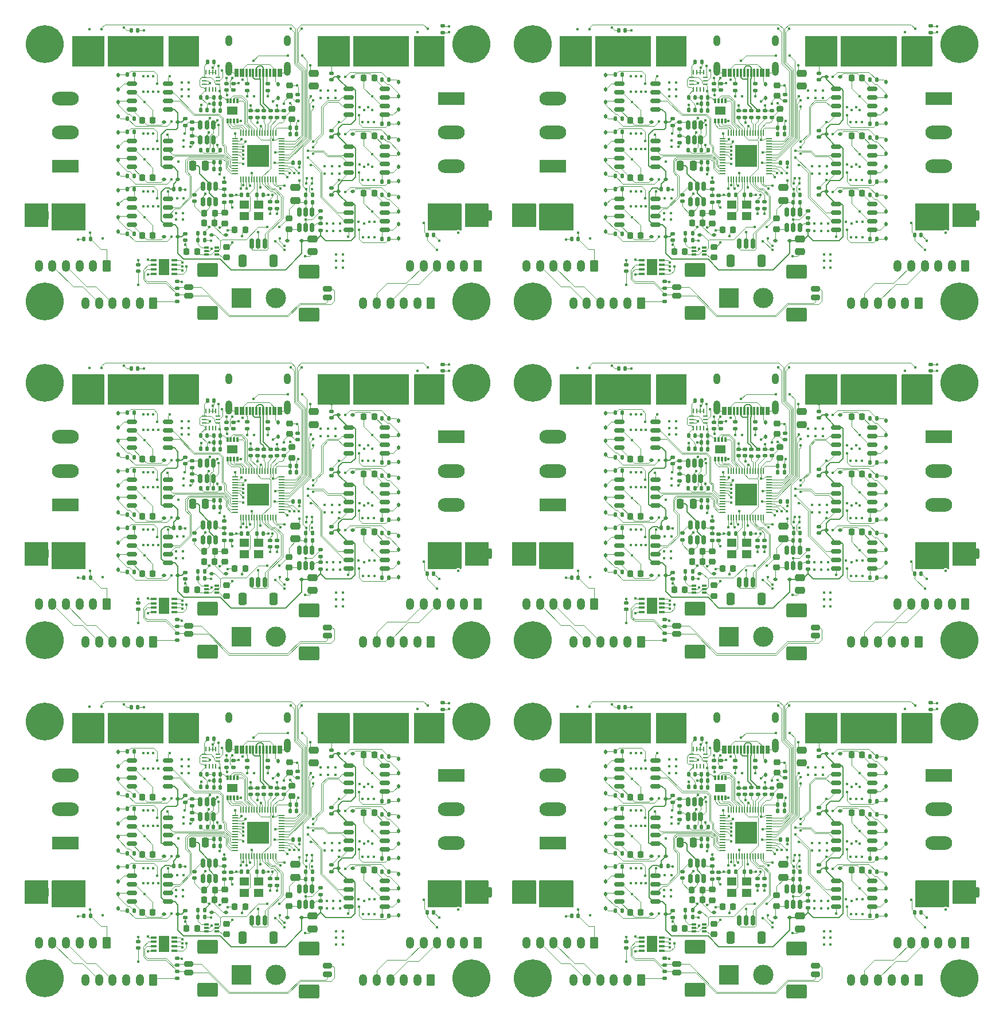
<source format=gbr>
%TF.GenerationSoftware,KiCad,Pcbnew,8.0.2*%
%TF.CreationDate,2024-05-05T14:00:19+02:00*%
%TF.ProjectId,panelized,70616e65-6c69-47a6-9564-2e6b69636164,rev?*%
%TF.SameCoordinates,Original*%
%TF.FileFunction,Copper,L1,Top*%
%TF.FilePolarity,Positive*%
%FSLAX46Y46*%
G04 Gerber Fmt 4.6, Leading zero omitted, Abs format (unit mm)*
G04 Created by KiCad (PCBNEW 8.0.2) date 2024-05-05 14:00:19*
%MOMM*%
%LPD*%
G01*
G04 APERTURE LIST*
G04 Aperture macros list*
%AMRoundRect*
0 Rectangle with rounded corners*
0 $1 Rounding radius*
0 $2 $3 $4 $5 $6 $7 $8 $9 X,Y pos of 4 corners*
0 Add a 4 corners polygon primitive as box body*
4,1,4,$2,$3,$4,$5,$6,$7,$8,$9,$2,$3,0*
0 Add four circle primitives for the rounded corners*
1,1,$1+$1,$2,$3*
1,1,$1+$1,$4,$5*
1,1,$1+$1,$6,$7*
1,1,$1+$1,$8,$9*
0 Add four rect primitives between the rounded corners*
20,1,$1+$1,$2,$3,$4,$5,0*
20,1,$1+$1,$4,$5,$6,$7,0*
20,1,$1+$1,$6,$7,$8,$9,0*
20,1,$1+$1,$8,$9,$2,$3,0*%
G04 Aperture macros list end*
%TA.AperFunction,SMDPad,CuDef*%
%ADD10RoundRect,0.135000X-0.135000X-0.185000X0.135000X-0.185000X0.135000X0.185000X-0.135000X0.185000X0*%
%TD*%
%TA.AperFunction,SMDPad,CuDef*%
%ADD11RoundRect,0.140000X0.140000X0.170000X-0.140000X0.170000X-0.140000X-0.170000X0.140000X-0.170000X0*%
%TD*%
%TA.AperFunction,SMDPad,CuDef*%
%ADD12RoundRect,0.140000X0.170000X-0.140000X0.170000X0.140000X-0.170000X0.140000X-0.170000X-0.140000X0*%
%TD*%
%TA.AperFunction,SMDPad,CuDef*%
%ADD13RoundRect,0.112500X0.112500X-0.187500X0.112500X0.187500X-0.112500X0.187500X-0.112500X-0.187500X0*%
%TD*%
%TA.AperFunction,SMDPad,CuDef*%
%ADD14RoundRect,0.225000X0.225000X0.250000X-0.225000X0.250000X-0.225000X-0.250000X0.225000X-0.250000X0*%
%TD*%
%TA.AperFunction,SMDPad,CuDef*%
%ADD15RoundRect,0.140000X-0.170000X0.140000X-0.170000X-0.140000X0.170000X-0.140000X0.170000X0.140000X0*%
%TD*%
%TA.AperFunction,SMDPad,CuDef*%
%ADD16RoundRect,0.218750X-0.256250X0.218750X-0.256250X-0.218750X0.256250X-0.218750X0.256250X0.218750X0*%
%TD*%
%TA.AperFunction,SMDPad,CuDef*%
%ADD17RoundRect,0.112500X-0.112500X0.187500X-0.112500X-0.187500X0.112500X-0.187500X0.112500X0.187500X0*%
%TD*%
%TA.AperFunction,SMDPad,CuDef*%
%ADD18RoundRect,0.135000X0.135000X0.185000X-0.135000X0.185000X-0.135000X-0.185000X0.135000X-0.185000X0*%
%TD*%
%TA.AperFunction,SMDPad,CuDef*%
%ADD19RoundRect,0.150000X0.625000X0.150000X-0.625000X0.150000X-0.625000X-0.150000X0.625000X-0.150000X0*%
%TD*%
%TA.AperFunction,SMDPad,CuDef*%
%ADD20RoundRect,0.140000X-0.140000X-0.170000X0.140000X-0.170000X0.140000X0.170000X-0.140000X0.170000X0*%
%TD*%
%TA.AperFunction,SMDPad,CuDef*%
%ADD21RoundRect,0.150000X-0.625000X-0.150000X0.625000X-0.150000X0.625000X0.150000X-0.625000X0.150000X0*%
%TD*%
%TA.AperFunction,SMDPad,CuDef*%
%ADD22RoundRect,0.250000X-0.475000X0.250000X-0.475000X-0.250000X0.475000X-0.250000X0.475000X0.250000X0*%
%TD*%
%TA.AperFunction,SMDPad,CuDef*%
%ADD23RoundRect,0.050000X-0.387500X-0.050000X0.387500X-0.050000X0.387500X0.050000X-0.387500X0.050000X0*%
%TD*%
%TA.AperFunction,SMDPad,CuDef*%
%ADD24RoundRect,0.050000X-0.050000X-0.387500X0.050000X-0.387500X0.050000X0.387500X-0.050000X0.387500X0*%
%TD*%
%TA.AperFunction,HeatsinkPad*%
%ADD25R,3.200000X3.200000*%
%TD*%
%TA.AperFunction,SMDPad,CuDef*%
%ADD26RoundRect,0.112500X-0.187500X-0.112500X0.187500X-0.112500X0.187500X0.112500X-0.187500X0.112500X0*%
%TD*%
%TA.AperFunction,SMDPad,CuDef*%
%ADD27RoundRect,0.218750X0.256250X-0.218750X0.256250X0.218750X-0.256250X0.218750X-0.256250X-0.218750X0*%
%TD*%
%TA.AperFunction,SMDPad,CuDef*%
%ADD28RoundRect,0.135000X-0.185000X0.135000X-0.185000X-0.135000X0.185000X-0.135000X0.185000X0.135000X0*%
%TD*%
%TA.AperFunction,SMDPad,CuDef*%
%ADD29R,0.450000X0.450000*%
%TD*%
%TA.AperFunction,SMDPad,CuDef*%
%ADD30RoundRect,0.112500X0.187500X0.112500X-0.187500X0.112500X-0.187500X-0.112500X0.187500X-0.112500X0*%
%TD*%
%TA.AperFunction,SMDPad,CuDef*%
%ADD31RoundRect,0.150000X0.150000X-0.512500X0.150000X0.512500X-0.150000X0.512500X-0.150000X-0.512500X0*%
%TD*%
%TA.AperFunction,SMDPad,CuDef*%
%ADD32RoundRect,0.250000X-0.250000X-0.475000X0.250000X-0.475000X0.250000X0.475000X-0.250000X0.475000X0*%
%TD*%
%TA.AperFunction,SMDPad,CuDef*%
%ADD33RoundRect,0.225000X-0.250000X0.225000X-0.250000X-0.225000X0.250000X-0.225000X0.250000X0.225000X0*%
%TD*%
%TA.AperFunction,ComponentPad*%
%ADD34C,3.600000*%
%TD*%
%TA.AperFunction,ConnectorPad*%
%ADD35C,5.600000*%
%TD*%
%TA.AperFunction,SMDPad,CuDef*%
%ADD36RoundRect,0.250000X0.475000X-0.250000X0.475000X0.250000X-0.475000X0.250000X-0.475000X-0.250000X0*%
%TD*%
%TA.AperFunction,ComponentPad*%
%ADD37RoundRect,0.250000X0.350000X0.625000X-0.350000X0.625000X-0.350000X-0.625000X0.350000X-0.625000X0*%
%TD*%
%TA.AperFunction,ComponentPad*%
%ADD38O,1.200000X1.750000*%
%TD*%
%TA.AperFunction,SMDPad,CuDef*%
%ADD39RoundRect,0.250000X1.500000X0.550000X-1.500000X0.550000X-1.500000X-0.550000X1.500000X-0.550000X0*%
%TD*%
%TA.AperFunction,SMDPad,CuDef*%
%ADD40R,1.400000X1.200000*%
%TD*%
%TA.AperFunction,ComponentPad*%
%ADD41R,3.960000X1.980000*%
%TD*%
%TA.AperFunction,ComponentPad*%
%ADD42O,3.960000X1.980000*%
%TD*%
%TA.AperFunction,ComponentPad*%
%ADD43R,3.000000X3.000000*%
%TD*%
%TA.AperFunction,ComponentPad*%
%ADD44C,3.000000*%
%TD*%
%TA.AperFunction,SMDPad,CuDef*%
%ADD45RoundRect,0.225000X-0.225000X-0.250000X0.225000X-0.250000X0.225000X0.250000X-0.225000X0.250000X0*%
%TD*%
%TA.AperFunction,SMDPad,CuDef*%
%ADD46RoundRect,0.200000X-0.450000X0.200000X-0.450000X-0.200000X0.450000X-0.200000X0.450000X0.200000X0*%
%TD*%
%TA.AperFunction,SMDPad,CuDef*%
%ADD47RoundRect,0.250001X-1.249999X0.799999X-1.249999X-0.799999X1.249999X-0.799999X1.249999X0.799999X0*%
%TD*%
%TA.AperFunction,SMDPad,CuDef*%
%ADD48R,0.300000X0.750000*%
%TD*%
%TA.AperFunction,SMDPad,CuDef*%
%ADD49R,1.500000X1.300000*%
%TD*%
%TA.AperFunction,SMDPad,CuDef*%
%ADD50RoundRect,0.150000X0.150000X0.625000X-0.150000X0.625000X-0.150000X-0.625000X0.150000X-0.625000X0*%
%TD*%
%TA.AperFunction,SMDPad,CuDef*%
%ADD51RoundRect,0.250000X0.350000X0.650000X-0.350000X0.650000X-0.350000X-0.650000X0.350000X-0.650000X0*%
%TD*%
%TA.AperFunction,SMDPad,CuDef*%
%ADD52RoundRect,0.250000X-1.500000X-0.550000X1.500000X-0.550000X1.500000X0.550000X-1.500000X0.550000X0*%
%TD*%
%TA.AperFunction,SMDPad,CuDef*%
%ADD53R,0.840000X0.350000*%
%TD*%
%TA.AperFunction,SMDPad,CuDef*%
%ADD54R,1.600000X2.400000*%
%TD*%
%TA.AperFunction,SMDPad,CuDef*%
%ADD55R,0.250000X0.675000*%
%TD*%
%TA.AperFunction,SMDPad,CuDef*%
%ADD56R,0.675000X0.250000*%
%TD*%
%TA.AperFunction,SMDPad,CuDef*%
%ADD57RoundRect,0.218750X-0.218750X-0.256250X0.218750X-0.256250X0.218750X0.256250X-0.218750X0.256250X0*%
%TD*%
%TA.AperFunction,SMDPad,CuDef*%
%ADD58RoundRect,0.085000X-0.265000X-0.085000X0.265000X-0.085000X0.265000X0.085000X-0.265000X0.085000X0*%
%TD*%
%TA.AperFunction,SMDPad,CuDef*%
%ADD59R,0.300000X1.150000*%
%TD*%
%TA.AperFunction,ComponentPad*%
%ADD60O,1.000000X2.100000*%
%TD*%
%TA.AperFunction,ComponentPad*%
%ADD61O,1.000000X1.600000*%
%TD*%
%TA.AperFunction,SMDPad,CuDef*%
%ADD62RoundRect,0.200000X0.450000X-0.200000X0.450000X0.200000X-0.450000X0.200000X-0.450000X-0.200000X0*%
%TD*%
%TA.AperFunction,SMDPad,CuDef*%
%ADD63RoundRect,0.250001X1.249999X-0.799999X1.249999X0.799999X-1.249999X0.799999X-1.249999X-0.799999X0*%
%TD*%
%TA.AperFunction,ViaPad*%
%ADD64C,0.450000*%
%TD*%
%TA.AperFunction,Conductor*%
%ADD65C,0.200000*%
%TD*%
%TA.AperFunction,Conductor*%
%ADD66C,0.100000*%
%TD*%
%TA.AperFunction,Conductor*%
%ADD67C,0.152400*%
%TD*%
G04 APERTURE END LIST*
D10*
%TO.P,R20,1*%
%TO.N,Board_4-Net-(D16-K)*%
X60286000Y-125725000D03*
%TO.P,R20,2*%
%TO.N,Board_4-Net-(D16-A)*%
X61306000Y-125725000D03*
%TD*%
D11*
%TO.P,C1,1*%
%TO.N,Board_3-+3V3*%
X108381000Y-61300000D03*
%TO.P,C1,2*%
%TO.N,Board_3-GND*%
X107421000Y-61300000D03*
%TD*%
D12*
%TO.P,C11,1*%
%TO.N,Board_5-+1V1*%
X112901000Y-114280000D03*
%TO.P,C11,2*%
%TO.N,Board_5-GND*%
X112901000Y-113320000D03*
%TD*%
D10*
%TO.P,R23,1*%
%TO.N,Board_3-Net-(D20-K)*%
X132286000Y-73775000D03*
%TO.P,R23,2*%
%TO.N,Board_3-Net-(D20-A)*%
X133306000Y-73775000D03*
%TD*%
D13*
%TO.P,D2,1,K*%
%TO.N,Board_1-+5V*%
X116901000Y-11450000D03*
%TO.P,D2,2,A*%
%TO.N,Board_1-Net-(D2-A)*%
X116901000Y-9350000D03*
%TD*%
D14*
%TO.P,C2,1*%
%TO.N,Board_0-+5V*%
X32976000Y-34100000D03*
%TO.P,C2,2*%
%TO.N,Board_0-GND*%
X31426000Y-34100000D03*
%TD*%
D15*
%TO.P,C8,1*%
%TO.N,Board_1-+1V1*%
X116751000Y-26770000D03*
%TO.P,C8,2*%
%TO.N,Board_1-GND*%
X116751000Y-27730000D03*
%TD*%
D16*
%TO.P,L2,1,1*%
%TO.N,Board_2-+5V*%
X46526000Y-79222500D03*
%TO.P,L2,2,2*%
%TO.N,Board_2-Net-(D21-A)*%
X46526000Y-80797500D03*
%TD*%
D13*
%TO.P,D19,1,K*%
%TO.N,Board_0-Net-(D19-K)*%
X62696000Y-19675000D03*
%TO.P,D19,2,A*%
%TO.N,Board_0-Net-(D19-A)*%
X62696000Y-17575000D03*
%TD*%
D11*
%TO.P,C15,1*%
%TO.N,Board_1-+3V3*%
X108381000Y-21900000D03*
%TO.P,C15,2*%
%TO.N,Board_1-GND*%
X107421000Y-21900000D03*
%TD*%
D17*
%TO.P,D20,1,K*%
%TO.N,Board_5-Net-(D20-K)*%
X134696000Y-121575000D03*
%TO.P,D20,2,A*%
%TO.N,Board_5-Net-(D20-A)*%
X134696000Y-123675000D03*
%TD*%
D11*
%TO.P,C27,1*%
%TO.N,Board_0-+3V3*%
X17211000Y-32250000D03*
%TO.P,C27,2*%
%TO.N,Board_0-GND*%
X16251000Y-32250000D03*
%TD*%
D18*
%TO.P,R9,1*%
%TO.N,Board_4-Net-(D4-K)*%
X23716001Y-124925000D03*
%TO.P,R9,2*%
%TO.N,Board_4-Net-(D4-A)*%
X22696001Y-124925000D03*
%TD*%
D19*
%TO.P,U6,1,VCC*%
%TO.N,Board_4-+12V*%
X28676000Y-121605000D03*
%TO.P,U6,2,H_IN*%
%TO.N,Board_4-/bridge2/H_IN*%
X28676000Y-120335000D03*
%TO.P,U6,3,L_IN*%
%TO.N,Board_4-/bridge2/L_IN*%
X28676000Y-119065000D03*
%TO.P,U6,4,GND*%
%TO.N,Board_4-GND*%
X28676000Y-117795000D03*
%TO.P,U6,5,LO*%
%TO.N,Board_4-Net-(D11-K)*%
X23326000Y-117795000D03*
%TO.P,U6,6,VS*%
%TO.N,Board_4-/bridge2/OUT*%
X23326000Y-119065000D03*
%TO.P,U6,7,HO*%
%TO.N,Board_4-Net-(D10-K)*%
X23326000Y-120335000D03*
%TO.P,U6,8,VB*%
%TO.N,Board_4-Net-(D9-K)*%
X23326000Y-121605000D03*
%TD*%
D13*
%TO.P,D8,1,K*%
%TO.N,Board_5-Net-(D8-K)*%
X93306000Y-110125000D03*
%TO.P,D8,2,A*%
%TO.N,Board_5-Net-(D8-A)*%
X93306000Y-108025000D03*
%TD*%
D12*
%TO.P,C41,1*%
%TO.N,Board_5-Net-(U16-C1P)*%
X110301000Y-110280000D03*
%TO.P,C41,2*%
%TO.N,Board_5-Net-(U16-C1N)*%
X110301000Y-109320000D03*
%TD*%
D10*
%TO.P,R21,1*%
%TO.N,Board_0-Net-(D17-K)*%
X60286000Y-32275000D03*
%TO.P,R21,2*%
%TO.N,Board_0-Net-(D17-A)*%
X61306000Y-32275000D03*
%TD*%
D18*
%TO.P,R10,1*%
%TO.N,Board_3-Net-(D7-K)*%
X95716000Y-64474999D03*
%TO.P,R10,2*%
%TO.N,Board_3-Net-(D7-A)*%
X94696000Y-64474999D03*
%TD*%
D12*
%TO.P,C20,1*%
%TO.N,Board_3-+3V3*%
X117801000Y-64280000D03*
%TO.P,C20,2*%
%TO.N,Board_3-GND*%
X117801000Y-63320000D03*
%TD*%
D17*
%TO.P,D7,1,K*%
%TO.N,Board_1-Net-(D7-K)*%
X93306000Y-12024999D03*
%TO.P,D7,2,A*%
%TO.N,Board_1-Net-(D7-A)*%
X93306000Y-14124999D03*
%TD*%
D10*
%TO.P,R19,1*%
%TO.N,Board_4-Net-(D14-K)*%
X60286000Y-115275000D03*
%TO.P,R19,2*%
%TO.N,Board_4-Net-(D14-A)*%
X61306000Y-115275000D03*
%TD*%
D11*
%TO.P,C4,1*%
%TO.N,Board_0-+3V3*%
X36381000Y-12300000D03*
%TO.P,C4,2*%
%TO.N,Board_0-GND*%
X35421000Y-12300000D03*
%TD*%
D20*
%TO.P,C25,1*%
%TO.N,Board_3-+12V*%
X101521000Y-74900000D03*
%TO.P,C25,2*%
%TO.N,Board_3-GND*%
X102481000Y-74900000D03*
%TD*%
D15*
%TO.P,C38,1*%
%TO.N,Board_2-+3V3*%
X69251000Y-50770000D03*
%TO.P,C38,2*%
%TO.N,Board_2-GND*%
X69251000Y-51730000D03*
%TD*%
D12*
%TO.P,C36,1*%
%TO.N,Board_5-+12V*%
X124796000Y-117205000D03*
%TO.P,C36,2*%
%TO.N,Board_5-GND*%
X124796000Y-116245000D03*
%TD*%
D21*
%TO.P,U13,1,VCC*%
%TO.N,Board_3-+12V*%
X127326000Y-68595000D03*
%TO.P,U13,2,H_IN*%
%TO.N,Board_3-/bridge5/H_IN*%
X127326000Y-69865000D03*
%TO.P,U13,3,L_IN*%
%TO.N,Board_3-/bridge5/L_IN*%
X127326000Y-71135000D03*
%TO.P,U13,4,GND*%
%TO.N,Board_3-GND*%
X127326000Y-72405000D03*
%TO.P,U13,5,LO*%
%TO.N,Board_3-Net-(D20-K)*%
X132676000Y-72405000D03*
%TO.P,U13,6,VS*%
%TO.N,Board_3-/bridge5/OUT*%
X132676000Y-71135000D03*
%TO.P,U13,7,HO*%
%TO.N,Board_3-Net-(D19-K)*%
X132676000Y-69865000D03*
%TO.P,U13,8,VB*%
%TO.N,Board_3-Net-(D18-K)*%
X132676000Y-68595000D03*
%TD*%
D22*
%TO.P,C46,1*%
%TO.N,Board_1-+12V*%
X122001000Y-32250000D03*
%TO.P,C46,2*%
%TO.N,Board_1-GND*%
X122001000Y-34150000D03*
%TD*%
D23*
%TO.P,U3,1,IOVDD*%
%TO.N,Board_5-+3V3*%
X110563500Y-117400000D03*
%TO.P,U3,2,GPIO0*%
%TO.N,Board_5-/bridge3/H_IN*%
X110563500Y-117800000D03*
%TO.P,U3,3,GPIO1*%
%TO.N,Board_5-/bridge3/L_IN*%
X110563500Y-118200000D03*
%TO.P,U3,4,GPIO2*%
%TO.N,Board_5-/bridge5/H_IN*%
X110563500Y-118600000D03*
%TO.P,U3,5,GPIO3*%
%TO.N,Board_5-/bridge5/L_IN*%
X110563500Y-119000000D03*
%TO.P,U3,6,GPIO4*%
%TO.N,Board_5-/bridge4/H_IN*%
X110563500Y-119400000D03*
%TO.P,U3,7,GPIO5*%
%TO.N,Board_5-/bridge4/L_IN*%
X110563500Y-119800000D03*
%TO.P,U3,8,GPIO6*%
%TO.N,Board_5-/bridge1/L_IN*%
X110563500Y-120200000D03*
%TO.P,U3,9,GPIO7*%
%TO.N,Board_5-/bridge1/H_IN*%
X110563500Y-120600000D03*
%TO.P,U3,10,IOVDD*%
%TO.N,Board_5-+3V3*%
X110563500Y-121000000D03*
%TO.P,U3,11,GPIO8*%
%TO.N,Board_5-/bridge2/L_IN*%
X110563500Y-121400000D03*
%TO.P,U3,12,GPIO9*%
%TO.N,Board_5-/bridge2/H_IN*%
X110563500Y-121800000D03*
%TO.P,U3,13,GPIO10*%
%TO.N,Board_5-/bridge/L_IN*%
X110563500Y-122200000D03*
%TO.P,U3,14,GPIO11*%
%TO.N,Board_5-/bridge/H_IN*%
X110563500Y-122600000D03*
D24*
%TO.P,U3,15,GPIO12*%
%TO.N,Board_5-/RS485_TX*%
X111401000Y-123437500D03*
%TO.P,U3,16,GPIO13*%
%TO.N,Board_5-/RS485_RX*%
X111801000Y-123437500D03*
%TO.P,U3,17,GPIO14*%
%TO.N,Board_5-/RS485_DE*%
X112201000Y-123437500D03*
%TO.P,U3,18,GPIO15*%
%TO.N,Board_5-/RS485_NRE*%
X112601000Y-123437500D03*
%TO.P,U3,19,TESTEN*%
%TO.N,Board_5-GND*%
X113001000Y-123437500D03*
%TO.P,U3,20,XIN*%
%TO.N,Board_5-/rp2040/OSC_IN*%
X113401000Y-123437500D03*
%TO.P,U3,21,XOUT*%
%TO.N,Board_5-/rp2040/OSC_OUT*%
X113801000Y-123437500D03*
%TO.P,U3,22,IOVDD*%
%TO.N,Board_5-+3V3*%
X114201000Y-123437500D03*
%TO.P,U3,23,DVDD*%
%TO.N,Board_5-+1V1*%
X114601000Y-123437500D03*
%TO.P,U3,24,SWCLK*%
%TO.N,Board_5-/rp2040/SWCLK*%
X115001000Y-123437500D03*
%TO.P,U3,25,SWD*%
%TO.N,Board_5-/rp2040/SWDIO*%
X115401000Y-123437500D03*
%TO.P,U3,26,RUN*%
%TO.N,Board_5-unconnected-(U3-RUN-Pad26)*%
X115801000Y-123437500D03*
%TO.P,U3,27,GPIO16*%
%TO.N,Board_5-/HALL_CSN*%
X116201000Y-123437500D03*
%TO.P,U3,28,GPIO17*%
%TO.N,Board_5-/HALL_CLK*%
X116601000Y-123437500D03*
D23*
%TO.P,U3,29,GPIO18*%
%TO.N,Board_5-/HALL_DAT_2*%
X117438500Y-122600000D03*
%TO.P,U3,30,GPIO19*%
%TO.N,Board_5-/HALL_DAT_3*%
X117438500Y-122200000D03*
%TO.P,U3,31,GPIO20*%
%TO.N,Board_5-/HALL_DAT_0*%
X117438500Y-121800000D03*
%TO.P,U3,32,GPIO21*%
%TO.N,Board_5-/HALL_DAT_1*%
X117438500Y-121400000D03*
%TO.P,U3,33,IOVDD*%
%TO.N,Board_5-+3V3*%
X117438500Y-121000000D03*
%TO.P,U3,34,GPIO22*%
%TO.N,Board_5-/I2C_SDA*%
X117438500Y-120600000D03*
%TO.P,U3,35,GPIO23*%
%TO.N,Board_5-/I2C_SCL*%
X117438500Y-120200000D03*
%TO.P,U3,36,GPIO24*%
%TO.N,Board_5-/DISP_RES*%
X117438500Y-119800000D03*
%TO.P,U3,37,GPIO25*%
%TO.N,Board_5-/rp2040/STATUS_LED*%
X117438500Y-119400000D03*
%TO.P,U3,38,GPIO26_ADC0*%
%TO.N,Board_5-/ADC_3*%
X117438500Y-119000000D03*
%TO.P,U3,39,GPIO27_ADC1*%
%TO.N,Board_5-/ADC_2*%
X117438500Y-118600000D03*
%TO.P,U3,40,GPIO28_ADC2*%
%TO.N,Board_5-/ADC_1*%
X117438500Y-118200000D03*
%TO.P,U3,41,GPIO29_ADC3*%
%TO.N,Board_5-/ADC_0*%
X117438500Y-117800000D03*
%TO.P,U3,42,IOVDD*%
%TO.N,Board_5-+3V3*%
X117438500Y-117400000D03*
D24*
%TO.P,U3,43,ADC_AVDD*%
%TO.N,Board_5-/rp2040/V_ADC*%
X116601000Y-116562500D03*
%TO.P,U3,44,VREG_IN*%
%TO.N,Board_5-+3V3*%
X116201000Y-116562500D03*
%TO.P,U3,45,VREG_VOUT*%
%TO.N,Board_5-+1V1*%
X115801000Y-116562500D03*
%TO.P,U3,46,USB_DM*%
%TO.N,Board_5-/rp2040/USB_D-*%
X115401000Y-116562500D03*
%TO.P,U3,47,USB_DP*%
%TO.N,Board_5-/rp2040/USB_D+*%
X115001000Y-116562500D03*
%TO.P,U3,48,USB_VDD*%
%TO.N,Board_5-+3V3*%
X114601000Y-116562500D03*
%TO.P,U3,49,IOVDD*%
X114201000Y-116562500D03*
%TO.P,U3,50,DVDD*%
%TO.N,Board_5-+1V1*%
X113801000Y-116562500D03*
%TO.P,U3,51,QSPI_SD3*%
%TO.N,Board_5-/rp2040/QSPI_D3*%
X113401000Y-116562500D03*
%TO.P,U3,52,QSPI_SCLK*%
%TO.N,Board_5-/rp2040/QSPI_SCK*%
X113001000Y-116562500D03*
%TO.P,U3,53,QSPI_SD0*%
%TO.N,Board_5-/rp2040/QSPI_D0*%
X112601000Y-116562500D03*
%TO.P,U3,54,QSPI_SD2*%
%TO.N,Board_5-/rp2040/QSPI_D2*%
X112201000Y-116562500D03*
%TO.P,U3,55,QSPI_SD1*%
%TO.N,Board_5-/rp2040/QSPI_D1*%
X111801000Y-116562500D03*
%TO.P,U3,56,QSPI_SS*%
%TO.N,Board_5-/rp2040/QSPI_NCS*%
X111401000Y-116562500D03*
D25*
%TO.P,U3,57,GND*%
%TO.N,Board_5-GND*%
X114001000Y-120000000D03*
%TD*%
D26*
%TO.P,D9,1,K*%
%TO.N,Board_2-Net-(D9-K)*%
X28055999Y-73450000D03*
%TO.P,D9,2,A*%
%TO.N,Board_2-+12V*%
X30155999Y-73450000D03*
%TD*%
D18*
%TO.P,R10,1*%
%TO.N,Board_4-Net-(D7-K)*%
X23716000Y-114474999D03*
%TO.P,R10,2*%
%TO.N,Board_4-Net-(D7-A)*%
X22696000Y-114474999D03*
%TD*%
D27*
%TO.P,L1,1,1*%
%TO.N,Board_3-Net-(U1-SW)*%
X109301000Y-84987500D03*
%TO.P,L1,2,2*%
%TO.N,Board_3-+3V3*%
X109301000Y-83412500D03*
%TD*%
D20*
%TO.P,C28,1*%
%TO.N,Board_1-+3V3*%
X95221000Y-1400000D03*
%TO.P,C28,2*%
%TO.N,Board_1-GND*%
X96181000Y-1400000D03*
%TD*%
%TO.P,C5,1*%
%TO.N,Board_2-/rp2040/OSC_OUT*%
X41771000Y-75750000D03*
%TO.P,C5,2*%
%TO.N,Board_2-GND*%
X42731000Y-75750000D03*
%TD*%
D14*
%TO.P,C21,1*%
%TO.N,Board_3-/bridge/OUT*%
X98431000Y-81725000D03*
%TO.P,C21,2*%
%TO.N,Board_3-Net-(D5-K)*%
X96881000Y-81725000D03*
%TD*%
D28*
%TO.P,R33,1*%
%TO.N,Board_3-Net-(U30-VIN+)*%
X104201000Y-66990000D03*
%TO.P,R33,2*%
%TO.N,Board_3-VPP*%
X104201000Y-68010000D03*
%TD*%
%TO.P,R32,1*%
%TO.N,Board_1-GND*%
X109001000Y-23890000D03*
%TO.P,R32,2*%
%TO.N,Board_1-Net-(U31-FB)*%
X109001000Y-24910000D03*
%TD*%
D26*
%TO.P,D5,1,K*%
%TO.N,Board_4-Net-(D5-K)*%
X28055999Y-131950000D03*
%TO.P,D5,2,A*%
%TO.N,Board_4-+12V*%
X30155999Y-131950000D03*
%TD*%
D28*
%TO.P,R4,1*%
%TO.N,Board_3-/rp2040/USB_DIN_N*%
X115801000Y-63290000D03*
%TO.P,R4,2*%
%TO.N,Board_3-/rp2040/USB_D-*%
X115801000Y-64310000D03*
%TD*%
D29*
%TO.P,D1,1,VDD*%
%TO.N,Board_1-+5V*%
X121076000Y-24925000D03*
%TO.P,D1,2,DOUT*%
%TO.N,Board_1-/rp2040/LED_OUT*%
X121926000Y-24925000D03*
%TO.P,D1,3,VSS*%
%TO.N,Board_1-GND*%
X121926000Y-24075000D03*
%TO.P,D1,4,DIN*%
%TO.N,Board_1-/rp2040/STATUS_LED*%
X121076000Y-24075000D03*
%TD*%
D11*
%TO.P,C15,1*%
%TO.N,Board_4-+3V3*%
X36381000Y-121900000D03*
%TO.P,C15,2*%
%TO.N,Board_4-GND*%
X35421000Y-121900000D03*
%TD*%
D30*
%TO.P,D12,1,K*%
%TO.N,Board_1-Net-(D12-K)*%
X127946000Y-8250000D03*
%TO.P,D12,2,A*%
%TO.N,Board_1-+12V*%
X125846000Y-8250000D03*
%TD*%
D15*
%TO.P,C43,1*%
%TO.N,Board_3-Net-(U16-VCC)*%
X119801000Y-60920000D03*
%TO.P,C43,2*%
%TO.N,Board_3-GND*%
X119801000Y-61880000D03*
%TD*%
D28*
%TO.P,R30,1*%
%TO.N,Board_3-GND*%
X123176000Y-78100000D03*
%TO.P,R30,2*%
%TO.N,Board_3-Net-(U17-FB)*%
X123176000Y-79120000D03*
%TD*%
D18*
%TO.P,R1,1*%
%TO.N,Board_4-+3V3*%
X34111000Y-132400000D03*
%TO.P,R1,2*%
%TO.N,Board_4-Net-(U1-FB)*%
X33091000Y-132400000D03*
%TD*%
D31*
%TO.P,U17,1,SW*%
%TO.N,Board_3-Net-(D21-A)*%
X120051000Y-80537500D03*
%TO.P,U17,2,GND*%
%TO.N,Board_3-GND*%
X121001000Y-80537500D03*
%TO.P,U17,3,FB*%
%TO.N,Board_3-Net-(U17-FB)*%
X121951000Y-80537500D03*
%TO.P,U17,4,EN*%
%TO.N,Board_3-Net-(U17-EN)*%
X121951000Y-78262500D03*
%TO.P,U17,5,VIN*%
%TO.N,Board_3-+5V*%
X121001000Y-78262500D03*
%TO.P,U17,6*%
%TO.N,N/C*%
X120051000Y-78262500D03*
%TD*%
D32*
%TO.P,C47,1*%
%TO.N,Board_5-VPP*%
X104301000Y-121400000D03*
%TO.P,C47,2*%
%TO.N,Board_5-GND*%
X106201000Y-121400000D03*
%TD*%
D33*
%TO.P,C49,1*%
%TO.N,Board_2-Net-(D22-A)*%
X37051000Y-78375000D03*
%TO.P,C49,2*%
%TO.N,Board_2-GND*%
X37051000Y-79925000D03*
%TD*%
D29*
%TO.P,D1,1,VDD*%
%TO.N,Board_2-+5V*%
X49076000Y-74925000D03*
%TO.P,D1,2,DOUT*%
%TO.N,Board_2-/rp2040/LED_OUT*%
X49926000Y-74925000D03*
%TO.P,D1,3,VSS*%
%TO.N,Board_2-GND*%
X49926000Y-74075000D03*
%TO.P,D1,4,DIN*%
%TO.N,Board_2-/rp2040/STATUS_LED*%
X49076000Y-74075000D03*
%TD*%
D17*
%TO.P,D10,1,K*%
%TO.N,Board_3-Net-(D10-K)*%
X93306000Y-70524999D03*
%TO.P,D10,2,A*%
%TO.N,Board_3-Net-(D10-A)*%
X93306000Y-72624999D03*
%TD*%
D34*
%TO.P,H2,1,1*%
%TO.N,Board_5-GND*%
X145501000Y-141500000D03*
D35*
X145501000Y-141500000D03*
%TD*%
D36*
%TO.P,C45,1*%
%TO.N,Board_4-+5V*%
X47501000Y-126550000D03*
%TO.P,C45,2*%
%TO.N,Board_4-GND*%
X47501000Y-124650000D03*
%TD*%
D11*
%TO.P,C15,1*%
%TO.N,Board_0-+3V3*%
X36381000Y-21900000D03*
%TO.P,C15,2*%
%TO.N,Board_0-GND*%
X35421000Y-21900000D03*
%TD*%
D10*
%TO.P,R2,1*%
%TO.N,Board_2-Net-(U1-FB)*%
X33091000Y-81400000D03*
%TO.P,R2,2*%
%TO.N,Board_2-GND*%
X34111000Y-81400000D03*
%TD*%
D20*
%TO.P,C31,1*%
%TO.N,Board_0-+3V3*%
X34521000Y-6100000D03*
%TO.P,C31,2*%
%TO.N,Board_0-GND*%
X35481000Y-6100000D03*
%TD*%
D32*
%TO.P,C47,1*%
%TO.N,Board_3-VPP*%
X104301000Y-71400000D03*
%TO.P,C47,2*%
%TO.N,Board_3-GND*%
X106201000Y-71400000D03*
%TD*%
D18*
%TO.P,R12,1*%
%TO.N,Board_5-Net-(D10-K)*%
X95716000Y-122974999D03*
%TO.P,R12,2*%
%TO.N,Board_5-Net-(D10-A)*%
X94696000Y-122974999D03*
%TD*%
D30*
%TO.P,D12,1,K*%
%TO.N,Board_3-Net-(D12-K)*%
X127946000Y-58250000D03*
%TO.P,D12,2,A*%
%TO.N,Board_3-+12V*%
X125846000Y-58250000D03*
%TD*%
D37*
%TO.P,J10,1,Pin_1*%
%TO.N,Board_0-+3V3*%
X19601000Y-36200000D03*
D38*
%TO.P,J10,2,Pin_2*%
%TO.N,Board_0-GND*%
X17601000Y-36200000D03*
%TO.P,J10,3,Pin_3*%
%TO.N,Board_0-/HALL_DAT_3*%
X15601000Y-36200000D03*
%TO.P,J10,4,Pin_4*%
%TO.N,Board_0-/HALL_CLK*%
X13601000Y-36200000D03*
%TO.P,J10,5,Pin_5*%
%TO.N,Board_0-/HALL_CSN*%
X11601000Y-36200000D03*
%TO.P,J10,6,Pin_6*%
%TO.N,Board_0-+3V3*%
X9601000Y-36200000D03*
%TD*%
D10*
%TO.P,R23,1*%
%TO.N,Board_2-Net-(D20-K)*%
X60286000Y-73775000D03*
%TO.P,R23,2*%
%TO.N,Board_2-Net-(D20-A)*%
X61306000Y-73775000D03*
%TD*%
D30*
%TO.P,D12,1,K*%
%TO.N,Board_4-Net-(D12-K)*%
X55946000Y-108250000D03*
%TO.P,D12,2,A*%
%TO.N,Board_4-+12V*%
X53846000Y-108250000D03*
%TD*%
D11*
%TO.P,C4,1*%
%TO.N,Board_5-+3V3*%
X108381000Y-112300000D03*
%TO.P,C4,2*%
%TO.N,Board_5-GND*%
X107421000Y-112300000D03*
%TD*%
D18*
%TO.P,R27,1*%
%TO.N,Board_3-+3V3*%
X108411000Y-69100000D03*
%TO.P,R27,2*%
%TO.N,Board_3-/I2C_SCL*%
X107391000Y-69100000D03*
%TD*%
D26*
%TO.P,D9,1,K*%
%TO.N,Board_1-Net-(D9-K)*%
X100055999Y-23450000D03*
%TO.P,D9,2,A*%
%TO.N,Board_1-+12V*%
X102155999Y-23450000D03*
%TD*%
D20*
%TO.P,C16,1*%
%TO.N,Board_2-/rp2040/V_ADC*%
X46721000Y-66750000D03*
%TO.P,C16,2*%
%TO.N,Board_2-GND*%
X47681000Y-66750000D03*
%TD*%
D39*
%TO.P,C52,1*%
%TO.N,Board_1-VPP*%
X93701000Y-3750000D03*
%TO.P,C52,2*%
%TO.N,Board_1-GND*%
X88301000Y-3750000D03*
%TD*%
D17*
%TO.P,D3,1,K*%
%TO.N,Board_1-Net-(D3-K)*%
X93306000Y-29024999D03*
%TO.P,D3,2,A*%
%TO.N,Board_1-Net-(D3-A)*%
X93306000Y-31124999D03*
%TD*%
D26*
%TO.P,D5,1,K*%
%TO.N,Board_1-Net-(D5-K)*%
X100055999Y-31950000D03*
%TO.P,D5,2,A*%
%TO.N,Board_1-+12V*%
X102155999Y-31950000D03*
%TD*%
D40*
%TO.P,Y1,1,1*%
%TO.N,Board_5-/rp2040/OSC_OUT*%
X114101000Y-127150000D03*
%TO.P,Y1,2*%
%TO.N,N/C*%
X111901000Y-127150000D03*
%TO.P,Y1,3,2*%
%TO.N,Board_5-/rp2040/OSC_IN*%
X111901000Y-128850000D03*
%TO.P,Y1,4*%
%TO.N,N/C*%
X114101000Y-128850000D03*
%TD*%
%TO.P,Y1,1,1*%
%TO.N,Board_3-/rp2040/OSC_OUT*%
X114101000Y-77150000D03*
%TO.P,Y1,2*%
%TO.N,N/C*%
X111901000Y-77150000D03*
%TO.P,Y1,3,2*%
%TO.N,Board_3-/rp2040/OSC_IN*%
X111901000Y-78850000D03*
%TO.P,Y1,4*%
%TO.N,N/C*%
X114101000Y-78850000D03*
%TD*%
D34*
%TO.P,H2,1,1*%
%TO.N,Board_0-GND*%
X73501000Y-41500000D03*
D35*
X73501000Y-41500000D03*
%TD*%
D21*
%TO.P,U12,1,VCC*%
%TO.N,Board_5-+12V*%
X127326000Y-127095000D03*
%TO.P,U12,2,H_IN*%
%TO.N,Board_5-/bridge4/H_IN*%
X127326000Y-128365000D03*
%TO.P,U12,3,L_IN*%
%TO.N,Board_5-/bridge4/L_IN*%
X127326000Y-129635000D03*
%TO.P,U12,4,GND*%
%TO.N,Board_5-GND*%
X127326000Y-130905000D03*
%TO.P,U12,5,LO*%
%TO.N,Board_5-Net-(D17-K)*%
X132676000Y-130905000D03*
%TO.P,U12,6,VS*%
%TO.N,Board_5-/bridge4/OUT*%
X132676000Y-129635000D03*
%TO.P,U12,7,HO*%
%TO.N,Board_5-Net-(D16-K)*%
X132676000Y-128365000D03*
%TO.P,U12,8,VB*%
%TO.N,Board_5-Net-(D15-K)*%
X132676000Y-127095000D03*
%TD*%
D39*
%TO.P,C57,1*%
%TO.N,Board_0-VPP*%
X14701000Y-28750000D03*
%TO.P,C57,2*%
%TO.N,Board_0-GND*%
X9301000Y-28750000D03*
%TD*%
D14*
%TO.P,C26,1*%
%TO.N,Board_4-/bridge2/OUT*%
X26431000Y-123225000D03*
%TO.P,C26,2*%
%TO.N,Board_4-Net-(D9-K)*%
X24881000Y-123225000D03*
%TD*%
D28*
%TO.P,R6,1*%
%TO.N,Board_5-Net-(J2-CC1)*%
X115401000Y-109290000D03*
%TO.P,R6,2*%
%TO.N,Board_5-GND*%
X115401000Y-110310000D03*
%TD*%
D18*
%TO.P,R27,1*%
%TO.N,Board_5-+3V3*%
X108411000Y-119100000D03*
%TO.P,R27,2*%
%TO.N,Board_5-/I2C_SCL*%
X107391000Y-119100000D03*
%TD*%
D21*
%TO.P,U11,1,VCC*%
%TO.N,Board_0-+12V*%
X55326000Y-10095000D03*
%TO.P,U11,2,H_IN*%
%TO.N,Board_0-/bridge3/H_IN*%
X55326000Y-11365000D03*
%TO.P,U11,3,L_IN*%
%TO.N,Board_0-/bridge3/L_IN*%
X55326000Y-12635000D03*
%TO.P,U11,4,GND*%
%TO.N,Board_0-GND*%
X55326000Y-13905000D03*
%TO.P,U11,5,LO*%
%TO.N,Board_0-Net-(D14-K)*%
X60676000Y-13905000D03*
%TO.P,U11,6,VS*%
%TO.N,Board_0-/bridge3/OUT*%
X60676000Y-12635000D03*
%TO.P,U11,7,HO*%
%TO.N,Board_0-Net-(D13-K)*%
X60676000Y-11365000D03*
%TO.P,U11,8,VB*%
%TO.N,Board_0-Net-(D12-K)*%
X60676000Y-10095000D03*
%TD*%
D31*
%TO.P,U30,1,VIN+*%
%TO.N,Board_4-Net-(U30-VIN+)*%
X33451000Y-117637500D03*
%TO.P,U30,2,GND*%
%TO.N,Board_4-GND*%
X34401000Y-117637500D03*
%TO.P,U30,3,SCL*%
%TO.N,Board_4-/I2C_SCL*%
X35351000Y-117637500D03*
%TO.P,U30,4,SDA*%
%TO.N,Board_4-/I2C_SDA*%
X35351000Y-115362500D03*
%TO.P,U30,5,VDD*%
%TO.N,Board_4-+3V3*%
X34401000Y-115362500D03*
%TO.P,U30,6,VIN-*%
%TO.N,Board_4-GND*%
X33451000Y-115362500D03*
%TD*%
D12*
%TO.P,C29,1*%
%TO.N,Board_3-+3V3*%
X96301000Y-86980000D03*
%TO.P,C29,2*%
%TO.N,Board_3-GND*%
X96301000Y-86020000D03*
%TD*%
D41*
%TO.P,J6,1,Pin_1*%
%TO.N,Board_4-/cur_sense2/IO1*%
X70501000Y-111500000D03*
D42*
%TO.P,J6,2,Pin_2*%
%TO.N,Board_4-/bridge5/OUT*%
X70501000Y-116500000D03*
%TO.P,J6,3,Pin_3*%
%TO.N,Board_4-/cur_sense3/IO2*%
X70501000Y-121500000D03*
%TD*%
D12*
%TO.P,C41,1*%
%TO.N,Board_0-Net-(U16-C1P)*%
X38301000Y-10280000D03*
%TO.P,C41,2*%
%TO.N,Board_0-Net-(U16-C1N)*%
X38301000Y-9320000D03*
%TD*%
D18*
%TO.P,R12,1*%
%TO.N,Board_1-Net-(D10-K)*%
X95716000Y-22974999D03*
%TO.P,R12,2*%
%TO.N,Board_1-Net-(D10-A)*%
X94696000Y-22974999D03*
%TD*%
D43*
%TO.P,J11,1,Pin_1*%
%TO.N,Board_3-GND*%
X111497000Y-91000000D03*
D44*
%TO.P,J11,2,Pin_2*%
%TO.N,Board_3-/power/VPP_IN*%
X116577000Y-91000000D03*
%TD*%
D45*
%TO.P,C33,1*%
%TO.N,Board_3-/bridge3/OUT*%
X129571000Y-58475000D03*
%TO.P,C33,2*%
%TO.N,Board_3-Net-(D12-K)*%
X131121000Y-58475000D03*
%TD*%
D13*
%TO.P,D11,1,K*%
%TO.N,Board_0-Net-(D11-K)*%
X21306000Y-18625000D03*
%TO.P,D11,2,A*%
%TO.N,Board_0-Net-(D11-A)*%
X21306000Y-16525000D03*
%TD*%
D30*
%TO.P,D12,1,K*%
%TO.N,Board_2-Net-(D12-K)*%
X55946000Y-58250000D03*
%TO.P,D12,2,A*%
%TO.N,Board_2-+12V*%
X53846000Y-58250000D03*
%TD*%
D16*
%TO.P,L2,1,1*%
%TO.N,Board_1-+5V*%
X118526000Y-29222500D03*
%TO.P,L2,2,2*%
%TO.N,Board_1-Net-(D21-A)*%
X118526000Y-30797500D03*
%TD*%
D37*
%TO.P,J7,1,Pin_1*%
%TO.N,Board_3-+3V3*%
X139501000Y-91750000D03*
D38*
%TO.P,J7,2,Pin_2*%
%TO.N,Board_3-GND*%
X137501000Y-91750000D03*
%TO.P,J7,3,Pin_3*%
%TO.N,Board_3-/HALL_DAT_0*%
X135501000Y-91750000D03*
%TO.P,J7,4,Pin_4*%
%TO.N,Board_3-/HALL_CLK*%
X133501000Y-91750000D03*
%TO.P,J7,5,Pin_5*%
%TO.N,Board_3-/HALL_CSN*%
X131501000Y-91750000D03*
%TO.P,J7,6,Pin_6*%
%TO.N,Board_3-+3V3*%
X129501000Y-91750000D03*
%TD*%
D18*
%TO.P,R1,1*%
%TO.N,Board_2-+3V3*%
X34111000Y-82400000D03*
%TO.P,R1,2*%
%TO.N,Board_2-Net-(U1-FB)*%
X33091000Y-82400000D03*
%TD*%
D46*
%TO.P,J3,1,Pin_1*%
%TO.N,Board_2-Net-(J3-Pin_1)*%
X52251000Y-89625000D03*
%TO.P,J3,2,Pin_2*%
%TO.N,Board_2-Net-(J3-Pin_2)*%
X52251000Y-90875000D03*
D47*
%TO.P,J3,MP*%
%TO.N,N/C*%
X49501000Y-87075000D03*
X49501000Y-93425000D03*
%TD*%
D11*
%TO.P,C51,1*%
%TO.N,Board_4-+3V3*%
X34481000Y-113200000D03*
%TO.P,C51,2*%
%TO.N,Board_4-GND*%
X33521000Y-113200000D03*
%TD*%
D37*
%TO.P,J8,1,Pin_1*%
%TO.N,Board_2-+3V3*%
X74401000Y-86200000D03*
D38*
%TO.P,J8,2,Pin_2*%
%TO.N,Board_2-GND*%
X72401000Y-86200000D03*
%TO.P,J8,3,Pin_3*%
%TO.N,Board_2-/HALL_DAT_1*%
X70401000Y-86200000D03*
%TO.P,J8,4,Pin_4*%
%TO.N,Board_2-/HALL_CLK*%
X68401000Y-86200000D03*
%TO.P,J8,5,Pin_5*%
%TO.N,Board_2-/HALL_CSN*%
X66401000Y-86200000D03*
%TO.P,J8,6,Pin_6*%
%TO.N,Board_2-+3V3*%
X64401000Y-86200000D03*
%TD*%
D11*
%TO.P,C1,1*%
%TO.N,Board_5-+3V3*%
X108381000Y-111300000D03*
%TO.P,C1,2*%
%TO.N,Board_5-GND*%
X107421000Y-111300000D03*
%TD*%
%TO.P,C27,1*%
%TO.N,Board_2-+3V3*%
X17211000Y-82250000D03*
%TO.P,C27,2*%
%TO.N,Board_2-GND*%
X16251000Y-82250000D03*
%TD*%
D30*
%TO.P,D15,1,K*%
%TO.N,Board_5-Net-(D15-K)*%
X127946000Y-125250000D03*
%TO.P,D15,2,A*%
%TO.N,Board_5-+12V*%
X125846000Y-125250000D03*
%TD*%
D28*
%TO.P,R6,1*%
%TO.N,Board_1-Net-(J2-CC1)*%
X115401000Y-9290000D03*
%TO.P,R6,2*%
%TO.N,Board_1-GND*%
X115401000Y-10310000D03*
%TD*%
D12*
%TO.P,C32,1*%
%TO.N,Board_0-+12V*%
X52796000Y-8705000D03*
%TO.P,C32,2*%
%TO.N,Board_0-GND*%
X52796000Y-7745000D03*
%TD*%
D21*
%TO.P,U13,1,VCC*%
%TO.N,Board_0-+12V*%
X55326000Y-18595000D03*
%TO.P,U13,2,H_IN*%
%TO.N,Board_0-/bridge5/H_IN*%
X55326000Y-19865000D03*
%TO.P,U13,3,L_IN*%
%TO.N,Board_0-/bridge5/L_IN*%
X55326000Y-21135000D03*
%TO.P,U13,4,GND*%
%TO.N,Board_0-GND*%
X55326000Y-22405000D03*
%TO.P,U13,5,LO*%
%TO.N,Board_0-Net-(D20-K)*%
X60676000Y-22405000D03*
%TO.P,U13,6,VS*%
%TO.N,Board_0-/bridge5/OUT*%
X60676000Y-21135000D03*
%TO.P,U13,7,HO*%
%TO.N,Board_0-Net-(D19-K)*%
X60676000Y-19865000D03*
%TO.P,U13,8,VB*%
%TO.N,Board_0-Net-(D18-K)*%
X60676000Y-18595000D03*
%TD*%
D20*
%TO.P,C5,1*%
%TO.N,Board_1-/rp2040/OSC_OUT*%
X113771000Y-25750000D03*
%TO.P,C5,2*%
%TO.N,Board_1-GND*%
X114731000Y-25750000D03*
%TD*%
D19*
%TO.P,U5,1,VCC*%
%TO.N,Board_5-+12V*%
X100676000Y-113105000D03*
%TO.P,U5,2,H_IN*%
%TO.N,Board_5-/bridge1/H_IN*%
X100676000Y-111835000D03*
%TO.P,U5,3,L_IN*%
%TO.N,Board_5-/bridge1/L_IN*%
X100676000Y-110565000D03*
%TO.P,U5,4,GND*%
%TO.N,Board_5-GND*%
X100676000Y-109295000D03*
%TO.P,U5,5,LO*%
%TO.N,Board_5-Net-(D8-K)*%
X95326000Y-109295000D03*
%TO.P,U5,6,VS*%
%TO.N,Board_5-/bridge1/OUT*%
X95326000Y-110565000D03*
%TO.P,U5,7,HO*%
%TO.N,Board_5-Net-(D7-K)*%
X95326000Y-111835000D03*
%TO.P,U5,8,VB*%
%TO.N,Board_5-Net-(D6-K)*%
X95326000Y-113105000D03*
%TD*%
D21*
%TO.P,U13,1,VCC*%
%TO.N,Board_5-+12V*%
X127326000Y-118595000D03*
%TO.P,U13,2,H_IN*%
%TO.N,Board_5-/bridge5/H_IN*%
X127326000Y-119865000D03*
%TO.P,U13,3,L_IN*%
%TO.N,Board_5-/bridge5/L_IN*%
X127326000Y-121135000D03*
%TO.P,U13,4,GND*%
%TO.N,Board_5-GND*%
X127326000Y-122405000D03*
%TO.P,U13,5,LO*%
%TO.N,Board_5-Net-(D20-K)*%
X132676000Y-122405000D03*
%TO.P,U13,6,VS*%
%TO.N,Board_5-/bridge5/OUT*%
X132676000Y-121135000D03*
%TO.P,U13,7,HO*%
%TO.N,Board_5-Net-(D19-K)*%
X132676000Y-119865000D03*
%TO.P,U13,8,VB*%
%TO.N,Board_5-Net-(D18-K)*%
X132676000Y-118595000D03*
%TD*%
D36*
%TO.P,C45,1*%
%TO.N,Board_3-+5V*%
X119501000Y-76550000D03*
%TO.P,C45,2*%
%TO.N,Board_3-GND*%
X119501000Y-74650000D03*
%TD*%
D21*
%TO.P,U12,1,VCC*%
%TO.N,Board_2-+12V*%
X55326000Y-77095000D03*
%TO.P,U12,2,H_IN*%
%TO.N,Board_2-/bridge4/H_IN*%
X55326000Y-78365000D03*
%TO.P,U12,3,L_IN*%
%TO.N,Board_2-/bridge4/L_IN*%
X55326000Y-79635000D03*
%TO.P,U12,4,GND*%
%TO.N,Board_2-GND*%
X55326000Y-80905000D03*
%TO.P,U12,5,LO*%
%TO.N,Board_2-Net-(D17-K)*%
X60676000Y-80905000D03*
%TO.P,U12,6,VS*%
%TO.N,Board_2-/bridge4/OUT*%
X60676000Y-79635000D03*
%TO.P,U12,7,HO*%
%TO.N,Board_2-Net-(D16-K)*%
X60676000Y-78365000D03*
%TO.P,U12,8,VB*%
%TO.N,Board_2-Net-(D15-K)*%
X60676000Y-77095000D03*
%TD*%
D22*
%TO.P,C46,1*%
%TO.N,Board_3-+12V*%
X122001000Y-82250000D03*
%TO.P,C46,2*%
%TO.N,Board_3-GND*%
X122001000Y-84150000D03*
%TD*%
D37*
%TO.P,J10,1,Pin_1*%
%TO.N,Board_5-+3V3*%
X91601000Y-136200000D03*
D38*
%TO.P,J10,2,Pin_2*%
%TO.N,Board_5-GND*%
X89601000Y-136200000D03*
%TO.P,J10,3,Pin_3*%
%TO.N,Board_5-/HALL_DAT_3*%
X87601000Y-136200000D03*
%TO.P,J10,4,Pin_4*%
%TO.N,Board_5-/HALL_CLK*%
X85601000Y-136200000D03*
%TO.P,J10,5,Pin_5*%
%TO.N,Board_5-/HALL_CSN*%
X83601000Y-136200000D03*
%TO.P,J10,6,Pin_6*%
%TO.N,Board_5-+3V3*%
X81601000Y-136200000D03*
%TD*%
D11*
%TO.P,C15,1*%
%TO.N,Board_2-+3V3*%
X36381000Y-71900000D03*
%TO.P,C15,2*%
%TO.N,Board_2-GND*%
X35421000Y-71900000D03*
%TD*%
D32*
%TO.P,C47,1*%
%TO.N,Board_4-VPP*%
X32301000Y-121400000D03*
%TO.P,C47,2*%
%TO.N,Board_4-GND*%
X34201000Y-121400000D03*
%TD*%
D26*
%TO.P,D9,1,K*%
%TO.N,Board_0-Net-(D9-K)*%
X28055999Y-23450000D03*
%TO.P,D9,2,A*%
%TO.N,Board_0-+12V*%
X30155999Y-23450000D03*
%TD*%
D48*
%TO.P,U2,1,~{CS}*%
%TO.N,Board_3-/rp2040/QSPI_NCS*%
X109451000Y-64775000D03*
%TO.P,U2,2,DO(IO1)*%
%TO.N,Board_3-/rp2040/QSPI_D1*%
X109951000Y-64775000D03*
%TO.P,U2,3,IO2*%
%TO.N,Board_3-/rp2040/QSPI_D2*%
X110451000Y-64775000D03*
%TO.P,U2,4,GND*%
%TO.N,Board_3-GND*%
X110951000Y-64775000D03*
%TO.P,U2,5,DI(IO0)*%
%TO.N,Board_3-/rp2040/QSPI_D0*%
X110951000Y-61875000D03*
%TO.P,U2,6,CLK*%
%TO.N,Board_3-/rp2040/QSPI_SCK*%
X110451000Y-61875000D03*
%TO.P,U2,7,IO3*%
%TO.N,Board_3-/rp2040/QSPI_D3*%
X109951000Y-61875000D03*
%TO.P,U2,8,VCC*%
%TO.N,Board_3-+3V3*%
X109451000Y-61875000D03*
D49*
%TO.P,U2,9,EP*%
%TO.N,Board_3-unconnected-(U2-EP-Pad9)*%
X110201000Y-63325000D03*
%TD*%
D17*
%TO.P,D17,1,K*%
%TO.N,Board_2-Net-(D17-K)*%
X62696000Y-80075000D03*
%TO.P,D17,2,A*%
%TO.N,Board_2-Net-(D17-A)*%
X62696000Y-82175000D03*
%TD*%
D13*
%TO.P,D13,1,K*%
%TO.N,Board_0-Net-(D13-K)*%
X62696000Y-11175000D03*
%TO.P,D13,2,A*%
%TO.N,Board_0-Net-(D13-A)*%
X62696000Y-9075000D03*
%TD*%
D10*
%TO.P,R20,1*%
%TO.N,Board_5-Net-(D16-K)*%
X132286000Y-125725000D03*
%TO.P,R20,2*%
%TO.N,Board_5-Net-(D16-A)*%
X133306000Y-125725000D03*
%TD*%
D28*
%TO.P,R31,1*%
%TO.N,Board_2-Net-(U31-FB)*%
X37001000Y-75800000D03*
%TO.P,R31,2*%
%TO.N,Board_2-Net-(D22-A)*%
X37001000Y-76820000D03*
%TD*%
D12*
%TO.P,C40,1*%
%TO.N,Board_4-Net-(U16-C2P)*%
X37301000Y-110280000D03*
%TO.P,C40,2*%
%TO.N,Board_4-Net-(U16-C2N)*%
X37301000Y-109320000D03*
%TD*%
D50*
%TO.P,J1,1,Pin_1*%
%TO.N,Board_1-/rp2040/SWCLK*%
X115001000Y-32925000D03*
%TO.P,J1,2,Pin_2*%
%TO.N,Board_1-GND*%
X114001000Y-32925000D03*
%TO.P,J1,3,Pin_3*%
%TO.N,Board_1-/rp2040/SWDIO*%
X113001000Y-32925000D03*
D51*
%TO.P,J1,MP*%
%TO.N,N/C*%
X116301000Y-35450000D03*
X111701000Y-35450000D03*
%TD*%
D12*
%TO.P,C20,1*%
%TO.N,Board_2-+3V3*%
X45801000Y-64280000D03*
%TO.P,C20,2*%
%TO.N,Board_2-GND*%
X45801000Y-63320000D03*
%TD*%
D43*
%TO.P,J11,1,Pin_1*%
%TO.N,Board_2-GND*%
X39497000Y-91000000D03*
D44*
%TO.P,J11,2,Pin_2*%
%TO.N,Board_2-/power/VPP_IN*%
X44577000Y-91000000D03*
%TD*%
D52*
%TO.P,C53,1*%
%TO.N,Board_3-VPP*%
X141301000Y-78750000D03*
%TO.P,C53,2*%
%TO.N,Board_3-GND*%
X146701000Y-78750000D03*
%TD*%
D13*
%TO.P,D16,1,K*%
%TO.N,Board_2-Net-(D16-K)*%
X62696000Y-78175000D03*
%TO.P,D16,2,A*%
%TO.N,Board_2-Net-(D16-A)*%
X62696000Y-76075000D03*
%TD*%
D34*
%TO.P,H1,1,1*%
%TO.N,Board_0-GND*%
X10501000Y-41500000D03*
D35*
X10501000Y-41500000D03*
%TD*%
D41*
%TO.P,J5,1,Pin_1*%
%TO.N,Board_3-/cur_sense/IO1*%
X85501000Y-71500000D03*
D42*
%TO.P,J5,2,Pin_2*%
%TO.N,Board_3-/bridge2/OUT*%
X85501000Y-66500000D03*
%TO.P,J5,3,Pin_3*%
%TO.N,Board_3-/cur_sense1/IO2*%
X85501000Y-61500000D03*
%TD*%
D12*
%TO.P,C9,1*%
%TO.N,Board_2-+3V3*%
X38001000Y-76780000D03*
%TO.P,C9,2*%
%TO.N,Board_2-GND*%
X38001000Y-75820000D03*
%TD*%
D34*
%TO.P,H3,1,1*%
%TO.N,Board_2-GND*%
X73501000Y-53500000D03*
D35*
X73501000Y-53500000D03*
%TD*%
D12*
%TO.P,C11,1*%
%TO.N,Board_1-+1V1*%
X112901000Y-14280000D03*
%TO.P,C11,2*%
%TO.N,Board_1-GND*%
X112901000Y-13320000D03*
%TD*%
D18*
%TO.P,R11,1*%
%TO.N,Board_2-Net-(D8-K)*%
X23716001Y-57925000D03*
%TO.P,R11,2*%
%TO.N,Board_2-Net-(D8-A)*%
X22696001Y-57925000D03*
%TD*%
D28*
%TO.P,R34,1*%
%TO.N,Board_5-GND*%
X104201000Y-114980000D03*
%TO.P,R34,2*%
%TO.N,Board_5-Net-(U30-VIN+)*%
X104201000Y-116000000D03*
%TD*%
D12*
%TO.P,C12,1*%
%TO.N,Board_3-+3V3*%
X113851000Y-64280000D03*
%TO.P,C12,2*%
%TO.N,Board_3-GND*%
X113851000Y-63320000D03*
%TD*%
D13*
%TO.P,D13,1,K*%
%TO.N,Board_1-Net-(D13-K)*%
X134696000Y-11175000D03*
%TO.P,D13,2,A*%
%TO.N,Board_1-Net-(D13-A)*%
X134696000Y-9075000D03*
%TD*%
D45*
%TO.P,C37,1*%
%TO.N,Board_5-/bridge5/OUT*%
X129571000Y-116975000D03*
%TO.P,C37,2*%
%TO.N,Board_5-Net-(D18-K)*%
X131121000Y-116975000D03*
%TD*%
D28*
%TO.P,R34,1*%
%TO.N,Board_1-GND*%
X104201000Y-14980000D03*
%TO.P,R34,2*%
%TO.N,Board_1-Net-(U30-VIN+)*%
X104201000Y-16000000D03*
%TD*%
D10*
%TO.P,R2,1*%
%TO.N,Board_0-Net-(U1-FB)*%
X33091000Y-31400000D03*
%TO.P,R2,2*%
%TO.N,Board_0-GND*%
X34111000Y-31400000D03*
%TD*%
D26*
%TO.P,D22,1,K*%
%TO.N,Board_2-+5V*%
X35151000Y-81700000D03*
%TO.P,D22,2,A*%
%TO.N,Board_2-Net-(D22-A)*%
X37251000Y-81700000D03*
%TD*%
D10*
%TO.P,R21,1*%
%TO.N,Board_2-Net-(D17-K)*%
X60286000Y-82275000D03*
%TO.P,R21,2*%
%TO.N,Board_2-Net-(D17-A)*%
X61306000Y-82275000D03*
%TD*%
D12*
%TO.P,C29,1*%
%TO.N,Board_0-+3V3*%
X24301000Y-36980000D03*
%TO.P,C29,2*%
%TO.N,Board_0-GND*%
X24301000Y-36020000D03*
%TD*%
D28*
%TO.P,R30,1*%
%TO.N,Board_4-GND*%
X51176000Y-128100000D03*
%TO.P,R30,2*%
%TO.N,Board_4-Net-(U17-FB)*%
X51176000Y-129120000D03*
%TD*%
D20*
%TO.P,C31,1*%
%TO.N,Board_2-+3V3*%
X34521000Y-56100000D03*
%TO.P,C31,2*%
%TO.N,Board_2-GND*%
X35481000Y-56100000D03*
%TD*%
%TO.P,C18,1*%
%TO.N,Board_1-/rp2040/V_ADC*%
X118721000Y-15800000D03*
%TO.P,C18,2*%
%TO.N,Board_1-GND*%
X119681000Y-15800000D03*
%TD*%
D15*
%TO.P,C23,1*%
%TO.N,Board_5-+12V*%
X103206000Y-114495000D03*
%TO.P,C23,2*%
%TO.N,Board_5-GND*%
X103206000Y-115455000D03*
%TD*%
D37*
%TO.P,J9,1,Pin_1*%
%TO.N,Board_5-+3V3*%
X98501000Y-141750000D03*
D38*
%TO.P,J9,2,Pin_2*%
%TO.N,Board_5-GND*%
X96501000Y-141750000D03*
%TO.P,J9,3,Pin_3*%
%TO.N,Board_5-/HALL_DAT_2*%
X94501000Y-141750000D03*
%TO.P,J9,4,Pin_4*%
%TO.N,Board_5-/HALL_CLK*%
X92501000Y-141750000D03*
%TO.P,J9,5,Pin_5*%
%TO.N,Board_5-/HALL_CSN*%
X90501000Y-141750000D03*
%TO.P,J9,6,Pin_6*%
%TO.N,Board_5-+3V3*%
X88501000Y-141750000D03*
%TD*%
D34*
%TO.P,H1,1,1*%
%TO.N,Board_4-GND*%
X10501000Y-141500000D03*
D35*
X10501000Y-141500000D03*
%TD*%
D18*
%TO.P,R13,1*%
%TO.N,Board_0-Net-(D11-K)*%
X23716001Y-16425000D03*
%TO.P,R13,2*%
%TO.N,Board_0-Net-(D11-A)*%
X22696001Y-16425000D03*
%TD*%
D10*
%TO.P,R28,1*%
%TO.N,Board_3-+5V*%
X120966000Y-76810000D03*
%TO.P,R28,2*%
%TO.N,Board_3-Net-(U17-EN)*%
X121986000Y-76810000D03*
%TD*%
D28*
%TO.P,R34,1*%
%TO.N,Board_3-GND*%
X104201000Y-64980000D03*
%TO.P,R34,2*%
%TO.N,Board_3-Net-(U30-VIN+)*%
X104201000Y-66000000D03*
%TD*%
D53*
%TO.P,U9,1,RO*%
%TO.N,Board_3-/RS485_RX*%
X101601000Y-87375000D03*
%TO.P,U9,2,~{RE}*%
%TO.N,Board_3-/RS485_NRE*%
X101601000Y-86725000D03*
%TO.P,U9,3,DE*%
%TO.N,Board_3-/RS485_DE*%
X101601000Y-86075000D03*
%TO.P,U9,4,DI*%
%TO.N,Board_3-/RS485_TX*%
X101601000Y-85425000D03*
%TO.P,U9,5,GND*%
%TO.N,Board_3-GND*%
X98601000Y-85425000D03*
%TO.P,U9,6,A*%
%TO.N,Board_3-Net-(J3-Pin_1)*%
X98601000Y-86075000D03*
%TO.P,U9,7,B*%
%TO.N,Board_3-Net-(J3-Pin_2)*%
X98601000Y-86725000D03*
%TO.P,U9,8,VCC*%
%TO.N,Board_3-+3V3*%
X98601000Y-87375000D03*
D54*
%TO.P,U9,9*%
%TO.N,N/C*%
X100101000Y-86400000D03*
%TD*%
D41*
%TO.P,J6,1,Pin_1*%
%TO.N,Board_2-/cur_sense2/IO1*%
X70501000Y-61500000D03*
D42*
%TO.P,J6,2,Pin_2*%
%TO.N,Board_2-/bridge5/OUT*%
X70501000Y-66500000D03*
%TO.P,J6,3,Pin_3*%
%TO.N,Board_2-/cur_sense3/IO2*%
X70501000Y-71500000D03*
%TD*%
D30*
%TO.P,D18,1,K*%
%TO.N,Board_4-Net-(D18-K)*%
X55946000Y-116750000D03*
%TO.P,D18,2,A*%
%TO.N,Board_4-+12V*%
X53846000Y-116750000D03*
%TD*%
D37*
%TO.P,J8,1,Pin_1*%
%TO.N,Board_0-+3V3*%
X74401000Y-36200000D03*
D38*
%TO.P,J8,2,Pin_2*%
%TO.N,Board_0-GND*%
X72401000Y-36200000D03*
%TO.P,J8,3,Pin_3*%
%TO.N,Board_0-/HALL_DAT_1*%
X70401000Y-36200000D03*
%TO.P,J8,4,Pin_4*%
%TO.N,Board_0-/HALL_CLK*%
X68401000Y-36200000D03*
%TO.P,J8,5,Pin_5*%
%TO.N,Board_0-/HALL_CSN*%
X66401000Y-36200000D03*
%TO.P,J8,6,Pin_6*%
%TO.N,Board_0-+3V3*%
X64401000Y-36200000D03*
%TD*%
D10*
%TO.P,R2,1*%
%TO.N,Board_4-Net-(U1-FB)*%
X33091000Y-131400000D03*
%TO.P,R2,2*%
%TO.N,Board_4-GND*%
X34111000Y-131400000D03*
%TD*%
D28*
%TO.P,R6,1*%
%TO.N,Board_0-Net-(J2-CC1)*%
X43401000Y-9290000D03*
%TO.P,R6,2*%
%TO.N,Board_0-GND*%
X43401000Y-10310000D03*
%TD*%
D13*
%TO.P,D11,1,K*%
%TO.N,Board_3-Net-(D11-K)*%
X93306000Y-68625000D03*
%TO.P,D11,2,A*%
%TO.N,Board_3-Net-(D11-A)*%
X93306000Y-66525000D03*
%TD*%
D41*
%TO.P,J6,1,Pin_1*%
%TO.N,Board_3-/cur_sense2/IO1*%
X142501000Y-61500000D03*
D42*
%TO.P,J6,2,Pin_2*%
%TO.N,Board_3-/bridge5/OUT*%
X142501000Y-66500000D03*
%TO.P,J6,3,Pin_3*%
%TO.N,Board_3-/cur_sense3/IO2*%
X142501000Y-71500000D03*
%TD*%
D50*
%TO.P,J1,1,Pin_1*%
%TO.N,Board_3-/rp2040/SWCLK*%
X115001000Y-82925000D03*
%TO.P,J1,2,Pin_2*%
%TO.N,Board_3-GND*%
X114001000Y-82925000D03*
%TO.P,J1,3,Pin_3*%
%TO.N,Board_3-/rp2040/SWDIO*%
X113001000Y-82925000D03*
D51*
%TO.P,J1,MP*%
%TO.N,N/C*%
X116301000Y-85450000D03*
X111701000Y-85450000D03*
%TD*%
D28*
%TO.P,R7,1*%
%TO.N,Board_3-Net-(J2-CC2)*%
X112401000Y-59290000D03*
%TO.P,R7,2*%
%TO.N,Board_3-GND*%
X112401000Y-60310000D03*
%TD*%
D13*
%TO.P,D8,1,K*%
%TO.N,Board_1-Net-(D8-K)*%
X93306000Y-10125000D03*
%TO.P,D8,2,A*%
%TO.N,Board_1-Net-(D8-A)*%
X93306000Y-8025000D03*
%TD*%
D18*
%TO.P,R11,1*%
%TO.N,Board_5-Net-(D8-K)*%
X95716001Y-107925000D03*
%TO.P,R11,2*%
%TO.N,Board_5-Net-(D8-A)*%
X94696001Y-107925000D03*
%TD*%
D28*
%TO.P,R31,1*%
%TO.N,Board_3-Net-(U31-FB)*%
X109001000Y-75800000D03*
%TO.P,R31,2*%
%TO.N,Board_3-Net-(D22-A)*%
X109001000Y-76820000D03*
%TD*%
D12*
%TO.P,C32,1*%
%TO.N,Board_4-+12V*%
X52796000Y-108705000D03*
%TO.P,C32,2*%
%TO.N,Board_4-GND*%
X52796000Y-107745000D03*
%TD*%
D27*
%TO.P,L1,1,1*%
%TO.N,Board_5-Net-(U1-SW)*%
X109301000Y-134987500D03*
%TO.P,L1,2,2*%
%TO.N,Board_5-+3V3*%
X109301000Y-133412500D03*
%TD*%
D52*
%TO.P,C54,1*%
%TO.N,Board_2-VPP*%
X62301000Y-53750000D03*
%TO.P,C54,2*%
%TO.N,Board_2-GND*%
X67701000Y-53750000D03*
%TD*%
D14*
%TO.P,C2,1*%
%TO.N,Board_1-+5V*%
X104976000Y-34100000D03*
%TO.P,C2,2*%
%TO.N,Board_1-GND*%
X103426000Y-34100000D03*
%TD*%
D12*
%TO.P,C12,1*%
%TO.N,Board_0-+3V3*%
X41851000Y-14280000D03*
%TO.P,C12,2*%
%TO.N,Board_0-GND*%
X41851000Y-13320000D03*
%TD*%
D39*
%TO.P,C52,1*%
%TO.N,Board_5-VPP*%
X93701000Y-103750000D03*
%TO.P,C52,2*%
%TO.N,Board_5-GND*%
X88301000Y-103750000D03*
%TD*%
D45*
%TO.P,C37,1*%
%TO.N,Board_0-/bridge5/OUT*%
X57571000Y-16975000D03*
%TO.P,C37,2*%
%TO.N,Board_0-Net-(D18-K)*%
X59121000Y-16975000D03*
%TD*%
D15*
%TO.P,C8,1*%
%TO.N,Board_3-+1V1*%
X116751000Y-76770000D03*
%TO.P,C8,2*%
%TO.N,Board_3-GND*%
X116751000Y-77730000D03*
%TD*%
%TO.P,C43,1*%
%TO.N,Board_1-Net-(U16-VCC)*%
X119801000Y-10920000D03*
%TO.P,C43,2*%
%TO.N,Board_1-GND*%
X119801000Y-11880000D03*
%TD*%
D18*
%TO.P,R13,1*%
%TO.N,Board_2-Net-(D11-K)*%
X23716001Y-66425000D03*
%TO.P,R13,2*%
%TO.N,Board_2-Net-(D11-A)*%
X22696001Y-66425000D03*
%TD*%
D15*
%TO.P,C8,1*%
%TO.N,Board_4-+1V1*%
X44751000Y-126770000D03*
%TO.P,C8,2*%
%TO.N,Board_4-GND*%
X44751000Y-127730000D03*
%TD*%
D17*
%TO.P,D10,1,K*%
%TO.N,Board_1-Net-(D10-K)*%
X93306000Y-20524999D03*
%TO.P,D10,2,A*%
%TO.N,Board_1-Net-(D10-A)*%
X93306000Y-22624999D03*
%TD*%
D32*
%TO.P,C47,1*%
%TO.N,Board_1-VPP*%
X104301000Y-21400000D03*
%TO.P,C47,2*%
%TO.N,Board_1-GND*%
X106201000Y-21400000D03*
%TD*%
D21*
%TO.P,U13,1,VCC*%
%TO.N,Board_2-+12V*%
X55326000Y-68595000D03*
%TO.P,U13,2,H_IN*%
%TO.N,Board_2-/bridge5/H_IN*%
X55326000Y-69865000D03*
%TO.P,U13,3,L_IN*%
%TO.N,Board_2-/bridge5/L_IN*%
X55326000Y-71135000D03*
%TO.P,U13,4,GND*%
%TO.N,Board_2-GND*%
X55326000Y-72405000D03*
%TO.P,U13,5,LO*%
%TO.N,Board_2-Net-(D20-K)*%
X60676000Y-72405000D03*
%TO.P,U13,6,VS*%
%TO.N,Board_2-/bridge5/OUT*%
X60676000Y-71135000D03*
%TO.P,U13,7,HO*%
%TO.N,Board_2-Net-(D19-K)*%
X60676000Y-69865000D03*
%TO.P,U13,8,VB*%
%TO.N,Board_2-Net-(D18-K)*%
X60676000Y-68595000D03*
%TD*%
D20*
%TO.P,C30,1*%
%TO.N,Board_5-+3V3*%
X105521000Y-111300000D03*
%TO.P,C30,2*%
%TO.N,Board_5-GND*%
X106481000Y-111300000D03*
%TD*%
D45*
%TO.P,C35,1*%
%TO.N,Board_3-/bridge4/OUT*%
X129571000Y-75475000D03*
%TO.P,C35,2*%
%TO.N,Board_3-Net-(D15-K)*%
X131121000Y-75475000D03*
%TD*%
D29*
%TO.P,D1,1,VDD*%
%TO.N,Board_3-+5V*%
X121076000Y-74925000D03*
%TO.P,D1,2,DOUT*%
%TO.N,Board_3-/rp2040/LED_OUT*%
X121926000Y-74925000D03*
%TO.P,D1,3,VSS*%
%TO.N,Board_3-GND*%
X121926000Y-74075000D03*
%TO.P,D1,4,DIN*%
%TO.N,Board_3-/rp2040/STATUS_LED*%
X121076000Y-74075000D03*
%TD*%
D19*
%TO.P,U5,1,VCC*%
%TO.N,Board_4-+12V*%
X28676000Y-113105000D03*
%TO.P,U5,2,H_IN*%
%TO.N,Board_4-/bridge1/H_IN*%
X28676000Y-111835000D03*
%TO.P,U5,3,L_IN*%
%TO.N,Board_4-/bridge1/L_IN*%
X28676000Y-110565000D03*
%TO.P,U5,4,GND*%
%TO.N,Board_4-GND*%
X28676000Y-109295000D03*
%TO.P,U5,5,LO*%
%TO.N,Board_4-Net-(D8-K)*%
X23326000Y-109295000D03*
%TO.P,U5,6,VS*%
%TO.N,Board_4-/bridge1/OUT*%
X23326000Y-110565000D03*
%TO.P,U5,7,HO*%
%TO.N,Board_4-Net-(D7-K)*%
X23326000Y-111835000D03*
%TO.P,U5,8,VB*%
%TO.N,Board_4-Net-(D6-K)*%
X23326000Y-113105000D03*
%TD*%
D28*
%TO.P,R32,1*%
%TO.N,Board_2-GND*%
X37001000Y-73890000D03*
%TO.P,R32,2*%
%TO.N,Board_2-Net-(U31-FB)*%
X37001000Y-74910000D03*
%TD*%
D45*
%TO.P,C35,1*%
%TO.N,Board_2-/bridge4/OUT*%
X57571000Y-75475000D03*
%TO.P,C35,2*%
%TO.N,Board_2-Net-(D15-K)*%
X59121000Y-75475000D03*
%TD*%
D14*
%TO.P,C50,1*%
%TO.N,Board_5-Net-(D22-A)*%
X107576000Y-129900000D03*
%TO.P,C50,2*%
%TO.N,Board_5-GND*%
X106026000Y-129900000D03*
%TD*%
D17*
%TO.P,D20,1,K*%
%TO.N,Board_1-Net-(D20-K)*%
X134696000Y-21575000D03*
%TO.P,D20,2,A*%
%TO.N,Board_1-Net-(D20-A)*%
X134696000Y-23675000D03*
%TD*%
D55*
%TO.P,U10,1,A0/POCI*%
%TO.N,Board_3-GND*%
X107751000Y-57637500D03*
%TO.P,U10,2,SDx*%
X107251000Y-57637500D03*
%TO.P,U10,3,SCx*%
X106751000Y-57637500D03*
%TO.P,U10,4,INT1*%
%TO.N,Board_3-unconnected-(U10-INT1-Pad4)*%
X106251000Y-57637500D03*
D56*
%TO.P,U10,5,VDDIO*%
%TO.N,Board_3-+3V3*%
X105988500Y-58400000D03*
%TO.P,U10,6,GND*%
%TO.N,Board_3-GND*%
X105988500Y-58900000D03*
%TO.P,U10,7,GND*%
X105988500Y-59400000D03*
D55*
%TO.P,U10,8,VDD*%
%TO.N,Board_3-+3V3*%
X106251000Y-60162500D03*
%TO.P,U10,9,INT2*%
%TO.N,Board_3-unconnected-(U10-INT2-Pad9)*%
X106751000Y-60162500D03*
%TO.P,U10,10,NC*%
%TO.N,Board_3-unconnected-(U10-NC-Pad10)*%
X107251000Y-60162500D03*
%TO.P,U10,11,NC*%
%TO.N,Board_3-unconnected-(U10-NC-Pad11)*%
X107751000Y-60162500D03*
D56*
%TO.P,U10,12,NCS*%
%TO.N,Board_3-+3V3*%
X108013500Y-59400000D03*
%TO.P,U10,13,SCL/SCK*%
%TO.N,Board_3-/I2C_SCL*%
X108013500Y-58900000D03*
%TO.P,U10,14,SDA/PICO*%
%TO.N,Board_3-/I2C_SDA*%
X108013500Y-58400000D03*
%TD*%
D23*
%TO.P,U3,1,IOVDD*%
%TO.N,Board_4-+3V3*%
X38563500Y-117400000D03*
%TO.P,U3,2,GPIO0*%
%TO.N,Board_4-/bridge3/H_IN*%
X38563500Y-117800000D03*
%TO.P,U3,3,GPIO1*%
%TO.N,Board_4-/bridge3/L_IN*%
X38563500Y-118200000D03*
%TO.P,U3,4,GPIO2*%
%TO.N,Board_4-/bridge5/H_IN*%
X38563500Y-118600000D03*
%TO.P,U3,5,GPIO3*%
%TO.N,Board_4-/bridge5/L_IN*%
X38563500Y-119000000D03*
%TO.P,U3,6,GPIO4*%
%TO.N,Board_4-/bridge4/H_IN*%
X38563500Y-119400000D03*
%TO.P,U3,7,GPIO5*%
%TO.N,Board_4-/bridge4/L_IN*%
X38563500Y-119800000D03*
%TO.P,U3,8,GPIO6*%
%TO.N,Board_4-/bridge1/L_IN*%
X38563500Y-120200000D03*
%TO.P,U3,9,GPIO7*%
%TO.N,Board_4-/bridge1/H_IN*%
X38563500Y-120600000D03*
%TO.P,U3,10,IOVDD*%
%TO.N,Board_4-+3V3*%
X38563500Y-121000000D03*
%TO.P,U3,11,GPIO8*%
%TO.N,Board_4-/bridge2/L_IN*%
X38563500Y-121400000D03*
%TO.P,U3,12,GPIO9*%
%TO.N,Board_4-/bridge2/H_IN*%
X38563500Y-121800000D03*
%TO.P,U3,13,GPIO10*%
%TO.N,Board_4-/bridge/L_IN*%
X38563500Y-122200000D03*
%TO.P,U3,14,GPIO11*%
%TO.N,Board_4-/bridge/H_IN*%
X38563500Y-122600000D03*
D24*
%TO.P,U3,15,GPIO12*%
%TO.N,Board_4-/RS485_TX*%
X39401000Y-123437500D03*
%TO.P,U3,16,GPIO13*%
%TO.N,Board_4-/RS485_RX*%
X39801000Y-123437500D03*
%TO.P,U3,17,GPIO14*%
%TO.N,Board_4-/RS485_DE*%
X40201000Y-123437500D03*
%TO.P,U3,18,GPIO15*%
%TO.N,Board_4-/RS485_NRE*%
X40601000Y-123437500D03*
%TO.P,U3,19,TESTEN*%
%TO.N,Board_4-GND*%
X41001000Y-123437500D03*
%TO.P,U3,20,XIN*%
%TO.N,Board_4-/rp2040/OSC_IN*%
X41401000Y-123437500D03*
%TO.P,U3,21,XOUT*%
%TO.N,Board_4-/rp2040/OSC_OUT*%
X41801000Y-123437500D03*
%TO.P,U3,22,IOVDD*%
%TO.N,Board_4-+3V3*%
X42201000Y-123437500D03*
%TO.P,U3,23,DVDD*%
%TO.N,Board_4-+1V1*%
X42601000Y-123437500D03*
%TO.P,U3,24,SWCLK*%
%TO.N,Board_4-/rp2040/SWCLK*%
X43001000Y-123437500D03*
%TO.P,U3,25,SWD*%
%TO.N,Board_4-/rp2040/SWDIO*%
X43401000Y-123437500D03*
%TO.P,U3,26,RUN*%
%TO.N,Board_4-unconnected-(U3-RUN-Pad26)*%
X43801000Y-123437500D03*
%TO.P,U3,27,GPIO16*%
%TO.N,Board_4-/HALL_CSN*%
X44201000Y-123437500D03*
%TO.P,U3,28,GPIO17*%
%TO.N,Board_4-/HALL_CLK*%
X44601000Y-123437500D03*
D23*
%TO.P,U3,29,GPIO18*%
%TO.N,Board_4-/HALL_DAT_2*%
X45438500Y-122600000D03*
%TO.P,U3,30,GPIO19*%
%TO.N,Board_4-/HALL_DAT_3*%
X45438500Y-122200000D03*
%TO.P,U3,31,GPIO20*%
%TO.N,Board_4-/HALL_DAT_0*%
X45438500Y-121800000D03*
%TO.P,U3,32,GPIO21*%
%TO.N,Board_4-/HALL_DAT_1*%
X45438500Y-121400000D03*
%TO.P,U3,33,IOVDD*%
%TO.N,Board_4-+3V3*%
X45438500Y-121000000D03*
%TO.P,U3,34,GPIO22*%
%TO.N,Board_4-/I2C_SDA*%
X45438500Y-120600000D03*
%TO.P,U3,35,GPIO23*%
%TO.N,Board_4-/I2C_SCL*%
X45438500Y-120200000D03*
%TO.P,U3,36,GPIO24*%
%TO.N,Board_4-/DISP_RES*%
X45438500Y-119800000D03*
%TO.P,U3,37,GPIO25*%
%TO.N,Board_4-/rp2040/STATUS_LED*%
X45438500Y-119400000D03*
%TO.P,U3,38,GPIO26_ADC0*%
%TO.N,Board_4-/ADC_3*%
X45438500Y-119000000D03*
%TO.P,U3,39,GPIO27_ADC1*%
%TO.N,Board_4-/ADC_2*%
X45438500Y-118600000D03*
%TO.P,U3,40,GPIO28_ADC2*%
%TO.N,Board_4-/ADC_1*%
X45438500Y-118200000D03*
%TO.P,U3,41,GPIO29_ADC3*%
%TO.N,Board_4-/ADC_0*%
X45438500Y-117800000D03*
%TO.P,U3,42,IOVDD*%
%TO.N,Board_4-+3V3*%
X45438500Y-117400000D03*
D24*
%TO.P,U3,43,ADC_AVDD*%
%TO.N,Board_4-/rp2040/V_ADC*%
X44601000Y-116562500D03*
%TO.P,U3,44,VREG_IN*%
%TO.N,Board_4-+3V3*%
X44201000Y-116562500D03*
%TO.P,U3,45,VREG_VOUT*%
%TO.N,Board_4-+1V1*%
X43801000Y-116562500D03*
%TO.P,U3,46,USB_DM*%
%TO.N,Board_4-/rp2040/USB_D-*%
X43401000Y-116562500D03*
%TO.P,U3,47,USB_DP*%
%TO.N,Board_4-/rp2040/USB_D+*%
X43001000Y-116562500D03*
%TO.P,U3,48,USB_VDD*%
%TO.N,Board_4-+3V3*%
X42601000Y-116562500D03*
%TO.P,U3,49,IOVDD*%
X42201000Y-116562500D03*
%TO.P,U3,50,DVDD*%
%TO.N,Board_4-+1V1*%
X41801000Y-116562500D03*
%TO.P,U3,51,QSPI_SD3*%
%TO.N,Board_4-/rp2040/QSPI_D3*%
X41401000Y-116562500D03*
%TO.P,U3,52,QSPI_SCLK*%
%TO.N,Board_4-/rp2040/QSPI_SCK*%
X41001000Y-116562500D03*
%TO.P,U3,53,QSPI_SD0*%
%TO.N,Board_4-/rp2040/QSPI_D0*%
X40601000Y-116562500D03*
%TO.P,U3,54,QSPI_SD2*%
%TO.N,Board_4-/rp2040/QSPI_D2*%
X40201000Y-116562500D03*
%TO.P,U3,55,QSPI_SD1*%
%TO.N,Board_4-/rp2040/QSPI_D1*%
X39801000Y-116562500D03*
%TO.P,U3,56,QSPI_SS*%
%TO.N,Board_4-/rp2040/QSPI_NCS*%
X39401000Y-116562500D03*
D25*
%TO.P,U3,57,GND*%
%TO.N,Board_4-GND*%
X42001000Y-120000000D03*
%TD*%
D20*
%TO.P,C30,1*%
%TO.N,Board_2-+3V3*%
X33521000Y-61300000D03*
%TO.P,C30,2*%
%TO.N,Board_2-GND*%
X34481000Y-61300000D03*
%TD*%
D15*
%TO.P,C23,1*%
%TO.N,Board_3-+12V*%
X103206000Y-64495000D03*
%TO.P,C23,2*%
%TO.N,Board_3-GND*%
X103206000Y-65455000D03*
%TD*%
D18*
%TO.P,R8,1*%
%TO.N,Board_4-Net-(D3-K)*%
X23716000Y-131474999D03*
%TO.P,R8,2*%
%TO.N,Board_4-Net-(D3-A)*%
X22696000Y-131474999D03*
%TD*%
D31*
%TO.P,U31,1,GND*%
%TO.N,Board_1-GND*%
X105851000Y-26737500D03*
%TO.P,U31,2,SW*%
%TO.N,Board_1-Net-(U31-SW)*%
X106801000Y-26737500D03*
%TO.P,U31,3,VIN*%
%TO.N,Board_1-VPP*%
X107751000Y-26737500D03*
%TO.P,U31,4,FB*%
%TO.N,Board_1-Net-(U31-FB)*%
X107751000Y-24462500D03*
%TO.P,U31,5,EN*%
%TO.N,Board_1-VPP*%
X106801000Y-24462500D03*
%TO.P,U31,6,CB*%
%TO.N,Board_1-Net-(U31-CB)*%
X105851000Y-24462500D03*
%TD*%
D12*
%TO.P,C9,1*%
%TO.N,Board_4-+3V3*%
X38001000Y-126780000D03*
%TO.P,C9,2*%
%TO.N,Board_4-GND*%
X38001000Y-125820000D03*
%TD*%
%TO.P,C34,1*%
%TO.N,Board_2-+12V*%
X52796000Y-75705000D03*
%TO.P,C34,2*%
%TO.N,Board_2-GND*%
X52796000Y-74745000D03*
%TD*%
D19*
%TO.P,U5,1,VCC*%
%TO.N,Board_3-+12V*%
X100676000Y-63105000D03*
%TO.P,U5,2,H_IN*%
%TO.N,Board_3-/bridge1/H_IN*%
X100676000Y-61835000D03*
%TO.P,U5,3,L_IN*%
%TO.N,Board_3-/bridge1/L_IN*%
X100676000Y-60565000D03*
%TO.P,U5,4,GND*%
%TO.N,Board_3-GND*%
X100676000Y-59295000D03*
%TO.P,U5,5,LO*%
%TO.N,Board_3-Net-(D8-K)*%
X95326000Y-59295000D03*
%TO.P,U5,6,VS*%
%TO.N,Board_3-/bridge1/OUT*%
X95326000Y-60565000D03*
%TO.P,U5,7,HO*%
%TO.N,Board_3-Net-(D7-K)*%
X95326000Y-61835000D03*
%TO.P,U5,8,VB*%
%TO.N,Board_3-Net-(D6-K)*%
X95326000Y-63105000D03*
%TD*%
D41*
%TO.P,J5,1,Pin_1*%
%TO.N,Board_0-/cur_sense/IO1*%
X13501000Y-21500000D03*
D42*
%TO.P,J5,2,Pin_2*%
%TO.N,Board_0-/bridge2/OUT*%
X13501000Y-16500000D03*
%TO.P,J5,3,Pin_3*%
%TO.N,Board_0-/cur_sense1/IO2*%
X13501000Y-11500000D03*
%TD*%
D37*
%TO.P,J7,1,Pin_1*%
%TO.N,Board_1-+3V3*%
X139501000Y-41750000D03*
D38*
%TO.P,J7,2,Pin_2*%
%TO.N,Board_1-GND*%
X137501000Y-41750000D03*
%TO.P,J7,3,Pin_3*%
%TO.N,Board_1-/HALL_DAT_0*%
X135501000Y-41750000D03*
%TO.P,J7,4,Pin_4*%
%TO.N,Board_1-/HALL_CLK*%
X133501000Y-41750000D03*
%TO.P,J7,5,Pin_5*%
%TO.N,Board_1-/HALL_CSN*%
X131501000Y-41750000D03*
%TO.P,J7,6,Pin_6*%
%TO.N,Board_1-+3V3*%
X129501000Y-41750000D03*
%TD*%
D26*
%TO.P,D9,1,K*%
%TO.N,Board_5-Net-(D9-K)*%
X100055999Y-123450000D03*
%TO.P,D9,2,A*%
%TO.N,Board_5-+12V*%
X102155999Y-123450000D03*
%TD*%
D20*
%TO.P,C18,1*%
%TO.N,Board_0-/rp2040/V_ADC*%
X46721000Y-15800000D03*
%TO.P,C18,2*%
%TO.N,Board_0-GND*%
X47681000Y-15800000D03*
%TD*%
D34*
%TO.P,H3,1,1*%
%TO.N,Board_0-GND*%
X73501000Y-3500000D03*
D35*
X73501000Y-3500000D03*
%TD*%
D28*
%TO.P,R17,1*%
%TO.N,Board_1-GND*%
X102001000Y-38490000D03*
%TO.P,R17,2*%
%TO.N,Board_1-Net-(J3-Pin_2)*%
X102001000Y-39510000D03*
%TD*%
D11*
%TO.P,C13,1*%
%TO.N,Board_5-+3V3*%
X108381000Y-120900000D03*
%TO.P,C13,2*%
%TO.N,Board_5-GND*%
X107421000Y-120900000D03*
%TD*%
D30*
%TO.P,D18,1,K*%
%TO.N,Board_5-Net-(D18-K)*%
X127946000Y-116750000D03*
%TO.P,D18,2,A*%
%TO.N,Board_5-+12V*%
X125846000Y-116750000D03*
%TD*%
D15*
%TO.P,C43,1*%
%TO.N,Board_4-Net-(U16-VCC)*%
X47801000Y-110920000D03*
%TO.P,C43,2*%
%TO.N,Board_4-GND*%
X47801000Y-111880000D03*
%TD*%
D34*
%TO.P,H3,1,1*%
%TO.N,Board_1-GND*%
X145501000Y-3500000D03*
D35*
X145501000Y-3500000D03*
%TD*%
D11*
%TO.P,C51,1*%
%TO.N,Board_1-+3V3*%
X106481000Y-13200000D03*
%TO.P,C51,2*%
%TO.N,Board_1-GND*%
X105521000Y-13200000D03*
%TD*%
D21*
%TO.P,U11,1,VCC*%
%TO.N,Board_1-+12V*%
X127326000Y-10095000D03*
%TO.P,U11,2,H_IN*%
%TO.N,Board_1-/bridge3/H_IN*%
X127326000Y-11365000D03*
%TO.P,U11,3,L_IN*%
%TO.N,Board_1-/bridge3/L_IN*%
X127326000Y-12635000D03*
%TO.P,U11,4,GND*%
%TO.N,Board_1-GND*%
X127326000Y-13905000D03*
%TO.P,U11,5,LO*%
%TO.N,Board_1-Net-(D14-K)*%
X132676000Y-13905000D03*
%TO.P,U11,6,VS*%
%TO.N,Board_1-/bridge3/OUT*%
X132676000Y-12635000D03*
%TO.P,U11,7,HO*%
%TO.N,Board_1-Net-(D13-K)*%
X132676000Y-11365000D03*
%TO.P,U11,8,VB*%
%TO.N,Board_1-Net-(D12-K)*%
X132676000Y-10095000D03*
%TD*%
D10*
%TO.P,R22,1*%
%TO.N,Board_0-Net-(D19-K)*%
X60286000Y-17225000D03*
%TO.P,R22,2*%
%TO.N,Board_0-Net-(D19-A)*%
X61306000Y-17225000D03*
%TD*%
D20*
%TO.P,C7,1*%
%TO.N,Board_0-+5V*%
X49021000Y-25700000D03*
%TO.P,C7,2*%
%TO.N,Board_0-GND*%
X49981000Y-25700000D03*
%TD*%
D11*
%TO.P,C51,1*%
%TO.N,Board_5-+3V3*%
X106481000Y-113200000D03*
%TO.P,C51,2*%
%TO.N,Board_5-GND*%
X105521000Y-113200000D03*
%TD*%
D34*
%TO.P,H1,1,1*%
%TO.N,Board_3-GND*%
X82501000Y-91500000D03*
D35*
X82501000Y-91500000D03*
%TD*%
D34*
%TO.P,H3,1,1*%
%TO.N,Board_5-GND*%
X145501000Y-103500000D03*
D35*
X145501000Y-103500000D03*
%TD*%
D48*
%TO.P,U2,1,~{CS}*%
%TO.N,Board_0-/rp2040/QSPI_NCS*%
X37451000Y-14775000D03*
%TO.P,U2,2,DO(IO1)*%
%TO.N,Board_0-/rp2040/QSPI_D1*%
X37951000Y-14775000D03*
%TO.P,U2,3,IO2*%
%TO.N,Board_0-/rp2040/QSPI_D2*%
X38451000Y-14775000D03*
%TO.P,U2,4,GND*%
%TO.N,Board_0-GND*%
X38951000Y-14775000D03*
%TO.P,U2,5,DI(IO0)*%
%TO.N,Board_0-/rp2040/QSPI_D0*%
X38951000Y-11875000D03*
%TO.P,U2,6,CLK*%
%TO.N,Board_0-/rp2040/QSPI_SCK*%
X38451000Y-11875000D03*
%TO.P,U2,7,IO3*%
%TO.N,Board_0-/rp2040/QSPI_D3*%
X37951000Y-11875000D03*
%TO.P,U2,8,VCC*%
%TO.N,Board_0-+3V3*%
X37451000Y-11875000D03*
D49*
%TO.P,U2,9,EP*%
%TO.N,Board_0-unconnected-(U2-EP-Pad9)*%
X38201000Y-13325000D03*
%TD*%
D18*
%TO.P,R9,1*%
%TO.N,Board_1-Net-(D4-K)*%
X95716001Y-24925000D03*
%TO.P,R9,2*%
%TO.N,Board_1-Net-(D4-A)*%
X94696001Y-24925000D03*
%TD*%
D17*
%TO.P,D17,1,K*%
%TO.N,Board_0-Net-(D17-K)*%
X62696000Y-30075000D03*
%TO.P,D17,2,A*%
%TO.N,Board_0-Net-(D17-A)*%
X62696000Y-32175000D03*
%TD*%
D20*
%TO.P,C39,1*%
%TO.N,Board_3-+3V3*%
X138921000Y-81700000D03*
%TO.P,C39,2*%
%TO.N,Board_3-GND*%
X139881000Y-81700000D03*
%TD*%
D45*
%TO.P,C33,1*%
%TO.N,Board_4-/bridge3/OUT*%
X57571000Y-108475000D03*
%TO.P,C33,2*%
%TO.N,Board_4-Net-(D12-K)*%
X59121000Y-108475000D03*
%TD*%
D14*
%TO.P,C24,1*%
%TO.N,Board_1-/bridge1/OUT*%
X98431000Y-14725000D03*
%TO.P,C24,2*%
%TO.N,Board_1-Net-(D6-K)*%
X96881000Y-14725000D03*
%TD*%
D28*
%TO.P,R31,1*%
%TO.N,Board_1-Net-(U31-FB)*%
X109001000Y-25800000D03*
%TO.P,R31,2*%
%TO.N,Board_1-Net-(D22-A)*%
X109001000Y-26820000D03*
%TD*%
D13*
%TO.P,D11,1,K*%
%TO.N,Board_5-Net-(D11-K)*%
X93306000Y-118625000D03*
%TO.P,D11,2,A*%
%TO.N,Board_5-Net-(D11-A)*%
X93306000Y-116525000D03*
%TD*%
D39*
%TO.P,C55,1*%
%TO.N,Board_4-VPP*%
X57951000Y-103750000D03*
%TO.P,C55,2*%
%TO.N,Board_4-GND*%
X52551000Y-103750000D03*
%TD*%
D13*
%TO.P,D13,1,K*%
%TO.N,Board_4-Net-(D13-K)*%
X62696000Y-111175000D03*
%TO.P,D13,2,A*%
%TO.N,Board_4-Net-(D13-A)*%
X62696000Y-109075000D03*
%TD*%
D55*
%TO.P,U10,1,A0/POCI*%
%TO.N,Board_5-GND*%
X107751000Y-107637500D03*
%TO.P,U10,2,SDx*%
X107251000Y-107637500D03*
%TO.P,U10,3,SCx*%
X106751000Y-107637500D03*
%TO.P,U10,4,INT1*%
%TO.N,Board_5-unconnected-(U10-INT1-Pad4)*%
X106251000Y-107637500D03*
D56*
%TO.P,U10,5,VDDIO*%
%TO.N,Board_5-+3V3*%
X105988500Y-108400000D03*
%TO.P,U10,6,GND*%
%TO.N,Board_5-GND*%
X105988500Y-108900000D03*
%TO.P,U10,7,GND*%
X105988500Y-109400000D03*
D55*
%TO.P,U10,8,VDD*%
%TO.N,Board_5-+3V3*%
X106251000Y-110162500D03*
%TO.P,U10,9,INT2*%
%TO.N,Board_5-unconnected-(U10-INT2-Pad9)*%
X106751000Y-110162500D03*
%TO.P,U10,10,NC*%
%TO.N,Board_5-unconnected-(U10-NC-Pad10)*%
X107251000Y-110162500D03*
%TO.P,U10,11,NC*%
%TO.N,Board_5-unconnected-(U10-NC-Pad11)*%
X107751000Y-110162500D03*
D56*
%TO.P,U10,12,NCS*%
%TO.N,Board_5-+3V3*%
X108013500Y-109400000D03*
%TO.P,U10,13,SCL/SCK*%
%TO.N,Board_5-/I2C_SCL*%
X108013500Y-108900000D03*
%TO.P,U10,14,SDA/PICO*%
%TO.N,Board_5-/I2C_SDA*%
X108013500Y-108400000D03*
%TD*%
D52*
%TO.P,C56,1*%
%TO.N,Board_5-VPP*%
X98051000Y-103750000D03*
%TO.P,C56,2*%
%TO.N,Board_5-GND*%
X103451000Y-103750000D03*
%TD*%
D32*
%TO.P,C47,1*%
%TO.N,Board_0-VPP*%
X32301000Y-21400000D03*
%TO.P,C47,2*%
%TO.N,Board_0-GND*%
X34201000Y-21400000D03*
%TD*%
D13*
%TO.P,D19,1,K*%
%TO.N,Board_1-Net-(D19-K)*%
X134696000Y-19675000D03*
%TO.P,D19,2,A*%
%TO.N,Board_1-Net-(D19-A)*%
X134696000Y-17575000D03*
%TD*%
%TO.P,D11,1,K*%
%TO.N,Board_1-Net-(D11-K)*%
X93306000Y-18625000D03*
%TO.P,D11,2,A*%
%TO.N,Board_1-Net-(D11-A)*%
X93306000Y-16525000D03*
%TD*%
D36*
%TO.P,C45,1*%
%TO.N,Board_1-+5V*%
X119501000Y-26550000D03*
%TO.P,C45,2*%
%TO.N,Board_1-GND*%
X119501000Y-24650000D03*
%TD*%
D13*
%TO.P,D2,1,K*%
%TO.N,Board_0-+5V*%
X44901000Y-11450000D03*
%TO.P,D2,2,A*%
%TO.N,Board_0-Net-(D2-A)*%
X44901000Y-9350000D03*
%TD*%
D28*
%TO.P,R31,1*%
%TO.N,Board_0-Net-(U31-FB)*%
X37001000Y-25800000D03*
%TO.P,R31,2*%
%TO.N,Board_0-Net-(D22-A)*%
X37001000Y-26820000D03*
%TD*%
D19*
%TO.P,U4,1,VCC*%
%TO.N,Board_2-+12V*%
X28676000Y-80105000D03*
%TO.P,U4,2,H_IN*%
%TO.N,Board_2-/bridge/H_IN*%
X28676000Y-78835000D03*
%TO.P,U4,3,L_IN*%
%TO.N,Board_2-/bridge/L_IN*%
X28676000Y-77565000D03*
%TO.P,U4,4,GND*%
%TO.N,Board_2-GND*%
X28676000Y-76295000D03*
%TO.P,U4,5,LO*%
%TO.N,Board_2-Net-(D4-K)*%
X23326000Y-76295000D03*
%TO.P,U4,6,VS*%
%TO.N,Board_2-/bridge/OUT*%
X23326000Y-77565000D03*
%TO.P,U4,7,HO*%
%TO.N,Board_2-Net-(D3-K)*%
X23326000Y-78835000D03*
%TO.P,U4,8,VB*%
%TO.N,Board_2-Net-(D5-K)*%
X23326000Y-80105000D03*
%TD*%
D28*
%TO.P,R34,1*%
%TO.N,Board_2-GND*%
X32201000Y-64980000D03*
%TO.P,R34,2*%
%TO.N,Board_2-Net-(U30-VIN+)*%
X32201000Y-66000000D03*
%TD*%
D12*
%TO.P,C40,1*%
%TO.N,Board_3-Net-(U16-C2P)*%
X109301000Y-60280000D03*
%TO.P,C40,2*%
%TO.N,Board_3-Net-(U16-C2N)*%
X109301000Y-59320000D03*
%TD*%
%TO.P,C19,1*%
%TO.N,Board_5-+1V1*%
X116801000Y-114280000D03*
%TO.P,C19,2*%
%TO.N,Board_5-GND*%
X116801000Y-113320000D03*
%TD*%
%TO.P,C29,1*%
%TO.N,Board_2-+3V3*%
X24301000Y-86980000D03*
%TO.P,C29,2*%
%TO.N,Board_2-GND*%
X24301000Y-86020000D03*
%TD*%
D13*
%TO.P,D13,1,K*%
%TO.N,Board_2-Net-(D13-K)*%
X62696000Y-61175000D03*
%TO.P,D13,2,A*%
%TO.N,Board_2-Net-(D13-A)*%
X62696000Y-59075000D03*
%TD*%
D12*
%TO.P,C36,1*%
%TO.N,Board_2-+12V*%
X52796000Y-67205000D03*
%TO.P,C36,2*%
%TO.N,Board_2-GND*%
X52796000Y-66245000D03*
%TD*%
D39*
%TO.P,C55,1*%
%TO.N,Board_5-VPP*%
X129951000Y-103750000D03*
%TO.P,C55,2*%
%TO.N,Board_5-GND*%
X124551000Y-103750000D03*
%TD*%
D17*
%TO.P,D7,1,K*%
%TO.N,Board_2-Net-(D7-K)*%
X21306000Y-62024999D03*
%TO.P,D7,2,A*%
%TO.N,Board_2-Net-(D7-A)*%
X21306000Y-64124999D03*
%TD*%
D57*
%TO.P,L3,1,1*%
%TO.N,Board_0-Net-(U31-SW)*%
X34013500Y-28400000D03*
%TO.P,L3,2,2*%
%TO.N,Board_0-Net-(D22-A)*%
X35588500Y-28400000D03*
%TD*%
D20*
%TO.P,C16,1*%
%TO.N,Board_4-/rp2040/V_ADC*%
X46721000Y-116750000D03*
%TO.P,C16,2*%
%TO.N,Board_4-GND*%
X47681000Y-116750000D03*
%TD*%
D13*
%TO.P,D16,1,K*%
%TO.N,Board_4-Net-(D16-K)*%
X62696000Y-128175000D03*
%TO.P,D16,2,A*%
%TO.N,Board_4-Net-(D16-A)*%
X62696000Y-126075000D03*
%TD*%
D40*
%TO.P,Y1,1,1*%
%TO.N,Board_2-/rp2040/OSC_OUT*%
X42101000Y-77150000D03*
%TO.P,Y1,2*%
%TO.N,N/C*%
X39901000Y-77150000D03*
%TO.P,Y1,3,2*%
%TO.N,Board_2-/rp2040/OSC_IN*%
X39901000Y-78850000D03*
%TO.P,Y1,4*%
%TO.N,N/C*%
X42101000Y-78850000D03*
%TD*%
D19*
%TO.P,U4,1,VCC*%
%TO.N,Board_1-+12V*%
X100676000Y-30105000D03*
%TO.P,U4,2,H_IN*%
%TO.N,Board_1-/bridge/H_IN*%
X100676000Y-28835000D03*
%TO.P,U4,3,L_IN*%
%TO.N,Board_1-/bridge/L_IN*%
X100676000Y-27565000D03*
%TO.P,U4,4,GND*%
%TO.N,Board_1-GND*%
X100676000Y-26295000D03*
%TO.P,U4,5,LO*%
%TO.N,Board_1-Net-(D4-K)*%
X95326000Y-26295000D03*
%TO.P,U4,6,VS*%
%TO.N,Board_1-/bridge/OUT*%
X95326000Y-27565000D03*
%TO.P,U4,7,HO*%
%TO.N,Board_1-Net-(D3-K)*%
X95326000Y-28835000D03*
%TO.P,U4,8,VB*%
%TO.N,Board_1-Net-(D5-K)*%
X95326000Y-30105000D03*
%TD*%
D28*
%TO.P,R33,1*%
%TO.N,Board_5-Net-(U30-VIN+)*%
X104201000Y-116990000D03*
%TO.P,R33,2*%
%TO.N,Board_5-VPP*%
X104201000Y-118010000D03*
%TD*%
D36*
%TO.P,C45,1*%
%TO.N,Board_5-+5V*%
X119501000Y-126550000D03*
%TO.P,C45,2*%
%TO.N,Board_5-GND*%
X119501000Y-124650000D03*
%TD*%
D16*
%TO.P,FB1,1*%
%TO.N,Board_0-+3V3*%
X47001000Y-13012500D03*
%TO.P,FB1,2*%
%TO.N,Board_0-/rp2040/V_ADC*%
X47001000Y-14587500D03*
%TD*%
D20*
%TO.P,C7,1*%
%TO.N,Board_4-+5V*%
X49021000Y-125700000D03*
%TO.P,C7,2*%
%TO.N,Board_4-GND*%
X49981000Y-125700000D03*
%TD*%
D12*
%TO.P,C9,1*%
%TO.N,Board_0-+3V3*%
X38001000Y-26780000D03*
%TO.P,C9,2*%
%TO.N,Board_0-GND*%
X38001000Y-25820000D03*
%TD*%
D23*
%TO.P,U3,1,IOVDD*%
%TO.N,Board_2-+3V3*%
X38563500Y-67400000D03*
%TO.P,U3,2,GPIO0*%
%TO.N,Board_2-/bridge3/H_IN*%
X38563500Y-67800000D03*
%TO.P,U3,3,GPIO1*%
%TO.N,Board_2-/bridge3/L_IN*%
X38563500Y-68200000D03*
%TO.P,U3,4,GPIO2*%
%TO.N,Board_2-/bridge5/H_IN*%
X38563500Y-68600000D03*
%TO.P,U3,5,GPIO3*%
%TO.N,Board_2-/bridge5/L_IN*%
X38563500Y-69000000D03*
%TO.P,U3,6,GPIO4*%
%TO.N,Board_2-/bridge4/H_IN*%
X38563500Y-69400000D03*
%TO.P,U3,7,GPIO5*%
%TO.N,Board_2-/bridge4/L_IN*%
X38563500Y-69800000D03*
%TO.P,U3,8,GPIO6*%
%TO.N,Board_2-/bridge1/L_IN*%
X38563500Y-70200000D03*
%TO.P,U3,9,GPIO7*%
%TO.N,Board_2-/bridge1/H_IN*%
X38563500Y-70600000D03*
%TO.P,U3,10,IOVDD*%
%TO.N,Board_2-+3V3*%
X38563500Y-71000000D03*
%TO.P,U3,11,GPIO8*%
%TO.N,Board_2-/bridge2/L_IN*%
X38563500Y-71400000D03*
%TO.P,U3,12,GPIO9*%
%TO.N,Board_2-/bridge2/H_IN*%
X38563500Y-71800000D03*
%TO.P,U3,13,GPIO10*%
%TO.N,Board_2-/bridge/L_IN*%
X38563500Y-72200000D03*
%TO.P,U3,14,GPIO11*%
%TO.N,Board_2-/bridge/H_IN*%
X38563500Y-72600000D03*
D24*
%TO.P,U3,15,GPIO12*%
%TO.N,Board_2-/RS485_TX*%
X39401000Y-73437500D03*
%TO.P,U3,16,GPIO13*%
%TO.N,Board_2-/RS485_RX*%
X39801000Y-73437500D03*
%TO.P,U3,17,GPIO14*%
%TO.N,Board_2-/RS485_DE*%
X40201000Y-73437500D03*
%TO.P,U3,18,GPIO15*%
%TO.N,Board_2-/RS485_NRE*%
X40601000Y-73437500D03*
%TO.P,U3,19,TESTEN*%
%TO.N,Board_2-GND*%
X41001000Y-73437500D03*
%TO.P,U3,20,XIN*%
%TO.N,Board_2-/rp2040/OSC_IN*%
X41401000Y-73437500D03*
%TO.P,U3,21,XOUT*%
%TO.N,Board_2-/rp2040/OSC_OUT*%
X41801000Y-73437500D03*
%TO.P,U3,22,IOVDD*%
%TO.N,Board_2-+3V3*%
X42201000Y-73437500D03*
%TO.P,U3,23,DVDD*%
%TO.N,Board_2-+1V1*%
X42601000Y-73437500D03*
%TO.P,U3,24,SWCLK*%
%TO.N,Board_2-/rp2040/SWCLK*%
X43001000Y-73437500D03*
%TO.P,U3,25,SWD*%
%TO.N,Board_2-/rp2040/SWDIO*%
X43401000Y-73437500D03*
%TO.P,U3,26,RUN*%
%TO.N,Board_2-unconnected-(U3-RUN-Pad26)*%
X43801000Y-73437500D03*
%TO.P,U3,27,GPIO16*%
%TO.N,Board_2-/HALL_CSN*%
X44201000Y-73437500D03*
%TO.P,U3,28,GPIO17*%
%TO.N,Board_2-/HALL_CLK*%
X44601000Y-73437500D03*
D23*
%TO.P,U3,29,GPIO18*%
%TO.N,Board_2-/HALL_DAT_2*%
X45438500Y-72600000D03*
%TO.P,U3,30,GPIO19*%
%TO.N,Board_2-/HALL_DAT_3*%
X45438500Y-72200000D03*
%TO.P,U3,31,GPIO20*%
%TO.N,Board_2-/HALL_DAT_0*%
X45438500Y-71800000D03*
%TO.P,U3,32,GPIO21*%
%TO.N,Board_2-/HALL_DAT_1*%
X45438500Y-71400000D03*
%TO.P,U3,33,IOVDD*%
%TO.N,Board_2-+3V3*%
X45438500Y-71000000D03*
%TO.P,U3,34,GPIO22*%
%TO.N,Board_2-/I2C_SDA*%
X45438500Y-70600000D03*
%TO.P,U3,35,GPIO23*%
%TO.N,Board_2-/I2C_SCL*%
X45438500Y-70200000D03*
%TO.P,U3,36,GPIO24*%
%TO.N,Board_2-/DISP_RES*%
X45438500Y-69800000D03*
%TO.P,U3,37,GPIO25*%
%TO.N,Board_2-/rp2040/STATUS_LED*%
X45438500Y-69400000D03*
%TO.P,U3,38,GPIO26_ADC0*%
%TO.N,Board_2-/ADC_3*%
X45438500Y-69000000D03*
%TO.P,U3,39,GPIO27_ADC1*%
%TO.N,Board_2-/ADC_2*%
X45438500Y-68600000D03*
%TO.P,U3,40,GPIO28_ADC2*%
%TO.N,Board_2-/ADC_1*%
X45438500Y-68200000D03*
%TO.P,U3,41,GPIO29_ADC3*%
%TO.N,Board_2-/ADC_0*%
X45438500Y-67800000D03*
%TO.P,U3,42,IOVDD*%
%TO.N,Board_2-+3V3*%
X45438500Y-67400000D03*
D24*
%TO.P,U3,43,ADC_AVDD*%
%TO.N,Board_2-/rp2040/V_ADC*%
X44601000Y-66562500D03*
%TO.P,U3,44,VREG_IN*%
%TO.N,Board_2-+3V3*%
X44201000Y-66562500D03*
%TO.P,U3,45,VREG_VOUT*%
%TO.N,Board_2-+1V1*%
X43801000Y-66562500D03*
%TO.P,U3,46,USB_DM*%
%TO.N,Board_2-/rp2040/USB_D-*%
X43401000Y-66562500D03*
%TO.P,U3,47,USB_DP*%
%TO.N,Board_2-/rp2040/USB_D+*%
X43001000Y-66562500D03*
%TO.P,U3,48,USB_VDD*%
%TO.N,Board_2-+3V3*%
X42601000Y-66562500D03*
%TO.P,U3,49,IOVDD*%
X42201000Y-66562500D03*
%TO.P,U3,50,DVDD*%
%TO.N,Board_2-+1V1*%
X41801000Y-66562500D03*
%TO.P,U3,51,QSPI_SD3*%
%TO.N,Board_2-/rp2040/QSPI_D3*%
X41401000Y-66562500D03*
%TO.P,U3,52,QSPI_SCLK*%
%TO.N,Board_2-/rp2040/QSPI_SCK*%
X41001000Y-66562500D03*
%TO.P,U3,53,QSPI_SD0*%
%TO.N,Board_2-/rp2040/QSPI_D0*%
X40601000Y-66562500D03*
%TO.P,U3,54,QSPI_SD2*%
%TO.N,Board_2-/rp2040/QSPI_D2*%
X40201000Y-66562500D03*
%TO.P,U3,55,QSPI_SD1*%
%TO.N,Board_2-/rp2040/QSPI_D1*%
X39801000Y-66562500D03*
%TO.P,U3,56,QSPI_SS*%
%TO.N,Board_2-/rp2040/QSPI_NCS*%
X39401000Y-66562500D03*
D25*
%TO.P,U3,57,GND*%
%TO.N,Board_2-GND*%
X42001000Y-70000000D03*
%TD*%
D15*
%TO.P,C43,1*%
%TO.N,Board_0-Net-(U16-VCC)*%
X47801000Y-10920000D03*
%TO.P,C43,2*%
%TO.N,Board_0-GND*%
X47801000Y-11880000D03*
%TD*%
D12*
%TO.P,C32,1*%
%TO.N,Board_5-+12V*%
X124796000Y-108705000D03*
%TO.P,C32,2*%
%TO.N,Board_5-GND*%
X124796000Y-107745000D03*
%TD*%
D16*
%TO.P,L2,1,1*%
%TO.N,Board_5-+5V*%
X118526000Y-129222500D03*
%TO.P,L2,2,2*%
%TO.N,Board_5-Net-(D21-A)*%
X118526000Y-130797500D03*
%TD*%
D17*
%TO.P,D3,1,K*%
%TO.N,Board_0-Net-(D3-K)*%
X21306000Y-29024999D03*
%TO.P,D3,2,A*%
%TO.N,Board_0-Net-(D3-A)*%
X21306000Y-31124999D03*
%TD*%
D45*
%TO.P,C33,1*%
%TO.N,Board_2-/bridge3/OUT*%
X57571000Y-58475000D03*
%TO.P,C33,2*%
%TO.N,Board_2-Net-(D12-K)*%
X59121000Y-58475000D03*
%TD*%
D10*
%TO.P,R18,1*%
%TO.N,Board_2-Net-(D13-K)*%
X60286000Y-58725000D03*
%TO.P,R18,2*%
%TO.N,Board_2-Net-(D13-A)*%
X61306000Y-58725000D03*
%TD*%
D11*
%TO.P,C4,1*%
%TO.N,Board_4-+3V3*%
X36381000Y-112300000D03*
%TO.P,C4,2*%
%TO.N,Board_4-GND*%
X35421000Y-112300000D03*
%TD*%
D52*
%TO.P,C56,1*%
%TO.N,Board_3-VPP*%
X98051000Y-53750000D03*
%TO.P,C56,2*%
%TO.N,Board_3-GND*%
X103451000Y-53750000D03*
%TD*%
D34*
%TO.P,H1,1,1*%
%TO.N,Board_5-GND*%
X82501000Y-141500000D03*
D35*
X82501000Y-141500000D03*
%TD*%
D10*
%TO.P,R2,1*%
%TO.N,Board_1-Net-(U1-FB)*%
X105091000Y-31400000D03*
%TO.P,R2,2*%
%TO.N,Board_1-GND*%
X106111000Y-31400000D03*
%TD*%
D11*
%TO.P,C13,1*%
%TO.N,Board_2-+3V3*%
X36381000Y-70900000D03*
%TO.P,C13,2*%
%TO.N,Board_2-GND*%
X35421000Y-70900000D03*
%TD*%
D28*
%TO.P,R34,1*%
%TO.N,Board_0-GND*%
X32201000Y-14980000D03*
%TO.P,R34,2*%
%TO.N,Board_0-Net-(U30-VIN+)*%
X32201000Y-16000000D03*
%TD*%
D17*
%TO.P,D10,1,K*%
%TO.N,Board_2-Net-(D10-K)*%
X21306000Y-70524999D03*
%TO.P,D10,2,A*%
%TO.N,Board_2-Net-(D10-A)*%
X21306000Y-72624999D03*
%TD*%
D46*
%TO.P,J3,1,Pin_1*%
%TO.N,Board_3-Net-(J3-Pin_1)*%
X124251000Y-89625000D03*
%TO.P,J3,2,Pin_2*%
%TO.N,Board_3-Net-(J3-Pin_2)*%
X124251000Y-90875000D03*
D47*
%TO.P,J3,MP*%
%TO.N,N/C*%
X121501000Y-87075000D03*
X121501000Y-93425000D03*
%TD*%
D26*
%TO.P,D6,1,K*%
%TO.N,Board_3-Net-(D6-K)*%
X100055999Y-64950000D03*
%TO.P,D6,2,A*%
%TO.N,Board_3-+12V*%
X102155999Y-64950000D03*
%TD*%
D10*
%TO.P,R20,1*%
%TO.N,Board_0-Net-(D16-K)*%
X60286000Y-25725000D03*
%TO.P,R20,2*%
%TO.N,Board_0-Net-(D16-A)*%
X61306000Y-25725000D03*
%TD*%
D26*
%TO.P,D22,1,K*%
%TO.N,Board_1-+5V*%
X107151000Y-31700000D03*
%TO.P,D22,2,A*%
%TO.N,Board_1-Net-(D22-A)*%
X109251000Y-31700000D03*
%TD*%
D11*
%TO.P,C15,1*%
%TO.N,Board_3-+3V3*%
X108381000Y-71900000D03*
%TO.P,C15,2*%
%TO.N,Board_3-GND*%
X107421000Y-71900000D03*
%TD*%
D20*
%TO.P,C25,1*%
%TO.N,Board_1-+12V*%
X101521000Y-24900000D03*
%TO.P,C25,2*%
%TO.N,Board_1-GND*%
X102481000Y-24900000D03*
%TD*%
D11*
%TO.P,C10,1*%
%TO.N,Board_0-+3V3*%
X36381000Y-13300000D03*
%TO.P,C10,2*%
%TO.N,Board_0-GND*%
X35421000Y-13300000D03*
%TD*%
%TO.P,C10,1*%
%TO.N,Board_5-+3V3*%
X108381000Y-113300000D03*
%TO.P,C10,2*%
%TO.N,Board_5-GND*%
X107421000Y-113300000D03*
%TD*%
D48*
%TO.P,U2,1,~{CS}*%
%TO.N,Board_2-/rp2040/QSPI_NCS*%
X37451000Y-64775000D03*
%TO.P,U2,2,DO(IO1)*%
%TO.N,Board_2-/rp2040/QSPI_D1*%
X37951000Y-64775000D03*
%TO.P,U2,3,IO2*%
%TO.N,Board_2-/rp2040/QSPI_D2*%
X38451000Y-64775000D03*
%TO.P,U2,4,GND*%
%TO.N,Board_2-GND*%
X38951000Y-64775000D03*
%TO.P,U2,5,DI(IO0)*%
%TO.N,Board_2-/rp2040/QSPI_D0*%
X38951000Y-61875000D03*
%TO.P,U2,6,CLK*%
%TO.N,Board_2-/rp2040/QSPI_SCK*%
X38451000Y-61875000D03*
%TO.P,U2,7,IO3*%
%TO.N,Board_2-/rp2040/QSPI_D3*%
X37951000Y-61875000D03*
%TO.P,U2,8,VCC*%
%TO.N,Board_2-+3V3*%
X37451000Y-61875000D03*
D49*
%TO.P,U2,9,EP*%
%TO.N,Board_2-unconnected-(U2-EP-Pad9)*%
X38201000Y-63325000D03*
%TD*%
D20*
%TO.P,C25,1*%
%TO.N,Board_4-+12V*%
X29521000Y-124900000D03*
%TO.P,C25,2*%
%TO.N,Board_4-GND*%
X30481000Y-124900000D03*
%TD*%
%TO.P,C25,1*%
%TO.N,Board_0-+12V*%
X29521000Y-24900000D03*
%TO.P,C25,2*%
%TO.N,Board_0-GND*%
X30481000Y-24900000D03*
%TD*%
D16*
%TO.P,FB1,1*%
%TO.N,Board_1-+3V3*%
X119001000Y-13012500D03*
%TO.P,FB1,2*%
%TO.N,Board_1-/rp2040/V_ADC*%
X119001000Y-14587500D03*
%TD*%
D11*
%TO.P,C27,1*%
%TO.N,Board_5-+3V3*%
X89211000Y-132250000D03*
%TO.P,C27,2*%
%TO.N,Board_5-GND*%
X88251000Y-132250000D03*
%TD*%
D46*
%TO.P,J3,1,Pin_1*%
%TO.N,Board_1-Net-(J3-Pin_1)*%
X124251000Y-39625000D03*
%TO.P,J3,2,Pin_2*%
%TO.N,Board_1-Net-(J3-Pin_2)*%
X124251000Y-40875000D03*
D47*
%TO.P,J3,MP*%
%TO.N,N/C*%
X121501000Y-37075000D03*
X121501000Y-43425000D03*
%TD*%
D17*
%TO.P,D3,1,K*%
%TO.N,Board_2-Net-(D3-K)*%
X21306000Y-79024999D03*
%TO.P,D3,2,A*%
%TO.N,Board_2-Net-(D3-A)*%
X21306000Y-81124999D03*
%TD*%
D37*
%TO.P,J7,1,Pin_1*%
%TO.N,Board_0-+3V3*%
X67501000Y-41750000D03*
D38*
%TO.P,J7,2,Pin_2*%
%TO.N,Board_0-GND*%
X65501000Y-41750000D03*
%TO.P,J7,3,Pin_3*%
%TO.N,Board_0-/HALL_DAT_0*%
X63501000Y-41750000D03*
%TO.P,J7,4,Pin_4*%
%TO.N,Board_0-/HALL_CLK*%
X61501000Y-41750000D03*
%TO.P,J7,5,Pin_5*%
%TO.N,Board_0-/HALL_CSN*%
X59501000Y-41750000D03*
%TO.P,J7,6,Pin_6*%
%TO.N,Board_0-+3V3*%
X57501000Y-41750000D03*
%TD*%
D45*
%TO.P,C35,1*%
%TO.N,Board_5-/bridge4/OUT*%
X129571000Y-125475000D03*
%TO.P,C35,2*%
%TO.N,Board_5-Net-(D15-K)*%
X131121000Y-125475000D03*
%TD*%
D28*
%TO.P,R7,1*%
%TO.N,Board_2-Net-(J2-CC2)*%
X40401000Y-59290000D03*
%TO.P,R7,2*%
%TO.N,Board_2-GND*%
X40401000Y-60310000D03*
%TD*%
D20*
%TO.P,C30,1*%
%TO.N,Board_0-+3V3*%
X33521000Y-11300000D03*
%TO.P,C30,2*%
%TO.N,Board_0-GND*%
X34481000Y-11300000D03*
%TD*%
D36*
%TO.P,C42,1*%
%TO.N,Board_4-Net-(U16-VCOMH)*%
X50201000Y-109650000D03*
%TO.P,C42,2*%
%TO.N,Board_4-GND*%
X50201000Y-107750000D03*
%TD*%
D11*
%TO.P,C3,1*%
%TO.N,Board_3-/rp2040/OSC_IN*%
X112481000Y-75750000D03*
%TO.P,C3,2*%
%TO.N,Board_3-GND*%
X111521000Y-75750000D03*
%TD*%
D57*
%TO.P,L3,1,1*%
%TO.N,Board_5-Net-(U31-SW)*%
X106013500Y-128400000D03*
%TO.P,L3,2,2*%
%TO.N,Board_5-Net-(D22-A)*%
X107588500Y-128400000D03*
%TD*%
D11*
%TO.P,C10,1*%
%TO.N,Board_4-+3V3*%
X36381000Y-113300000D03*
%TO.P,C10,2*%
%TO.N,Board_4-GND*%
X35421000Y-113300000D03*
%TD*%
D18*
%TO.P,R12,1*%
%TO.N,Board_0-Net-(D10-K)*%
X23716000Y-22974999D03*
%TO.P,R12,2*%
%TO.N,Board_0-Net-(D10-A)*%
X22696000Y-22974999D03*
%TD*%
D15*
%TO.P,C22,1*%
%TO.N,Board_3-+12V*%
X103206000Y-81495000D03*
%TO.P,C22,2*%
%TO.N,Board_3-GND*%
X103206000Y-82455000D03*
%TD*%
D18*
%TO.P,R9,1*%
%TO.N,Board_3-Net-(D4-K)*%
X95716001Y-74925000D03*
%TO.P,R9,2*%
%TO.N,Board_3-Net-(D4-A)*%
X94696001Y-74925000D03*
%TD*%
D15*
%TO.P,C23,1*%
%TO.N,Board_0-+12V*%
X31206000Y-14495000D03*
%TO.P,C23,2*%
%TO.N,Board_0-GND*%
X31206000Y-15455000D03*
%TD*%
D13*
%TO.P,D16,1,K*%
%TO.N,Board_1-Net-(D16-K)*%
X134696000Y-28175000D03*
%TO.P,D16,2,A*%
%TO.N,Board_1-Net-(D16-A)*%
X134696000Y-26075000D03*
%TD*%
D31*
%TO.P,U17,1,SW*%
%TO.N,Board_5-Net-(D21-A)*%
X120051000Y-130537500D03*
%TO.P,U17,2,GND*%
%TO.N,Board_5-GND*%
X121001000Y-130537500D03*
%TO.P,U17,3,FB*%
%TO.N,Board_5-Net-(U17-FB)*%
X121951000Y-130537500D03*
%TO.P,U17,4,EN*%
%TO.N,Board_5-Net-(U17-EN)*%
X121951000Y-128262500D03*
%TO.P,U17,5,VIN*%
%TO.N,Board_5-+5V*%
X121001000Y-128262500D03*
%TO.P,U17,6*%
%TO.N,N/C*%
X120051000Y-128262500D03*
%TD*%
D12*
%TO.P,C11,1*%
%TO.N,Board_3-+1V1*%
X112901000Y-64280000D03*
%TO.P,C11,2*%
%TO.N,Board_3-GND*%
X112901000Y-63320000D03*
%TD*%
D57*
%TO.P,L3,1,1*%
%TO.N,Board_1-Net-(U31-SW)*%
X106013500Y-28400000D03*
%TO.P,L3,2,2*%
%TO.N,Board_1-Net-(D22-A)*%
X107588500Y-28400000D03*
%TD*%
D37*
%TO.P,J7,1,Pin_1*%
%TO.N,Board_5-+3V3*%
X139501000Y-141750000D03*
D38*
%TO.P,J7,2,Pin_2*%
%TO.N,Board_5-GND*%
X137501000Y-141750000D03*
%TO.P,J7,3,Pin_3*%
%TO.N,Board_5-/HALL_DAT_0*%
X135501000Y-141750000D03*
%TO.P,J7,4,Pin_4*%
%TO.N,Board_5-/HALL_CLK*%
X133501000Y-141750000D03*
%TO.P,J7,5,Pin_5*%
%TO.N,Board_5-/HALL_CSN*%
X131501000Y-141750000D03*
%TO.P,J7,6,Pin_6*%
%TO.N,Board_5-+3V3*%
X129501000Y-141750000D03*
%TD*%
D14*
%TO.P,C21,1*%
%TO.N,Board_4-/bridge/OUT*%
X26431000Y-131725000D03*
%TO.P,C21,2*%
%TO.N,Board_4-Net-(D5-K)*%
X24881000Y-131725000D03*
%TD*%
D11*
%TO.P,C13,1*%
%TO.N,Board_1-+3V3*%
X108381000Y-20900000D03*
%TO.P,C13,2*%
%TO.N,Board_1-GND*%
X107421000Y-20900000D03*
%TD*%
D28*
%TO.P,R6,1*%
%TO.N,Board_2-Net-(J2-CC1)*%
X43401000Y-59290000D03*
%TO.P,R6,2*%
%TO.N,Board_2-GND*%
X43401000Y-60310000D03*
%TD*%
D53*
%TO.P,U9,1,RO*%
%TO.N,Board_1-/RS485_RX*%
X101601000Y-37375000D03*
%TO.P,U9,2,~{RE}*%
%TO.N,Board_1-/RS485_NRE*%
X101601000Y-36725000D03*
%TO.P,U9,3,DE*%
%TO.N,Board_1-/RS485_DE*%
X101601000Y-36075000D03*
%TO.P,U9,4,DI*%
%TO.N,Board_1-/RS485_TX*%
X101601000Y-35425000D03*
%TO.P,U9,5,GND*%
%TO.N,Board_1-GND*%
X98601000Y-35425000D03*
%TO.P,U9,6,A*%
%TO.N,Board_1-Net-(J3-Pin_1)*%
X98601000Y-36075000D03*
%TO.P,U9,7,B*%
%TO.N,Board_1-Net-(J3-Pin_2)*%
X98601000Y-36725000D03*
%TO.P,U9,8,VCC*%
%TO.N,Board_1-+3V3*%
X98601000Y-37375000D03*
D54*
%TO.P,U9,9*%
%TO.N,N/C*%
X100101000Y-36400000D03*
%TD*%
D30*
%TO.P,D21,1,K*%
%TO.N,Board_0-+12V*%
X48426000Y-32510000D03*
%TO.P,D21,2,A*%
%TO.N,Board_0-Net-(D21-A)*%
X46326000Y-32510000D03*
%TD*%
D17*
%TO.P,D17,1,K*%
%TO.N,Board_4-Net-(D17-K)*%
X62696000Y-130075000D03*
%TO.P,D17,2,A*%
%TO.N,Board_4-Net-(D17-A)*%
X62696000Y-132175000D03*
%TD*%
D28*
%TO.P,R4,1*%
%TO.N,Board_0-/rp2040/USB_DIN_N*%
X43801000Y-13290000D03*
%TO.P,R4,2*%
%TO.N,Board_0-/rp2040/USB_D-*%
X43801000Y-14310000D03*
%TD*%
D14*
%TO.P,C2,1*%
%TO.N,Board_3-+5V*%
X104976000Y-84100000D03*
%TO.P,C2,2*%
%TO.N,Board_3-GND*%
X103426000Y-84100000D03*
%TD*%
D22*
%TO.P,C46,1*%
%TO.N,Board_5-+12V*%
X122001000Y-132250000D03*
%TO.P,C46,2*%
%TO.N,Board_5-GND*%
X122001000Y-134150000D03*
%TD*%
D26*
%TO.P,D5,1,K*%
%TO.N,Board_2-Net-(D5-K)*%
X28055999Y-81950000D03*
%TO.P,D5,2,A*%
%TO.N,Board_2-+12V*%
X30155999Y-81950000D03*
%TD*%
D10*
%TO.P,R18,1*%
%TO.N,Board_0-Net-(D13-K)*%
X60286000Y-8725000D03*
%TO.P,R18,2*%
%TO.N,Board_0-Net-(D13-A)*%
X61306000Y-8725000D03*
%TD*%
D15*
%TO.P,C22,1*%
%TO.N,Board_2-+12V*%
X31206000Y-81495000D03*
%TO.P,C22,2*%
%TO.N,Board_2-GND*%
X31206000Y-82455000D03*
%TD*%
D31*
%TO.P,U31,1,GND*%
%TO.N,Board_0-GND*%
X33851000Y-26737500D03*
%TO.P,U31,2,SW*%
%TO.N,Board_0-Net-(U31-SW)*%
X34801000Y-26737500D03*
%TO.P,U31,3,VIN*%
%TO.N,Board_0-VPP*%
X35751000Y-26737500D03*
%TO.P,U31,4,FB*%
%TO.N,Board_0-Net-(U31-FB)*%
X35751000Y-24462500D03*
%TO.P,U31,5,EN*%
%TO.N,Board_0-VPP*%
X34801000Y-24462500D03*
%TO.P,U31,6,CB*%
%TO.N,Board_0-Net-(U31-CB)*%
X33851000Y-24462500D03*
%TD*%
D37*
%TO.P,J10,1,Pin_1*%
%TO.N,Board_3-+3V3*%
X91601000Y-86200000D03*
D38*
%TO.P,J10,2,Pin_2*%
%TO.N,Board_3-GND*%
X89601000Y-86200000D03*
%TO.P,J10,3,Pin_3*%
%TO.N,Board_3-/HALL_DAT_3*%
X87601000Y-86200000D03*
%TO.P,J10,4,Pin_4*%
%TO.N,Board_3-/HALL_CLK*%
X85601000Y-86200000D03*
%TO.P,J10,5,Pin_5*%
%TO.N,Board_3-/HALL_CSN*%
X83601000Y-86200000D03*
%TO.P,J10,6,Pin_6*%
%TO.N,Board_3-+3V3*%
X81601000Y-86200000D03*
%TD*%
D14*
%TO.P,C24,1*%
%TO.N,Board_5-/bridge1/OUT*%
X98431000Y-114725000D03*
%TO.P,C24,2*%
%TO.N,Board_5-Net-(D6-K)*%
X96881000Y-114725000D03*
%TD*%
D45*
%TO.P,C35,1*%
%TO.N,Board_4-/bridge4/OUT*%
X57571000Y-125475000D03*
%TO.P,C35,2*%
%TO.N,Board_4-Net-(D15-K)*%
X59121000Y-125475000D03*
%TD*%
D13*
%TO.P,D4,1,K*%
%TO.N,Board_0-Net-(D4-K)*%
X21306000Y-27125000D03*
%TO.P,D4,2,A*%
%TO.N,Board_0-Net-(D4-A)*%
X21306000Y-25025000D03*
%TD*%
D20*
%TO.P,C16,1*%
%TO.N,Board_0-/rp2040/V_ADC*%
X46721000Y-16750000D03*
%TO.P,C16,2*%
%TO.N,Board_0-GND*%
X47681000Y-16750000D03*
%TD*%
D31*
%TO.P,U17,1,SW*%
%TO.N,Board_2-Net-(D21-A)*%
X48051000Y-80537500D03*
%TO.P,U17,2,GND*%
%TO.N,Board_2-GND*%
X49001000Y-80537500D03*
%TO.P,U17,3,FB*%
%TO.N,Board_2-Net-(U17-FB)*%
X49951000Y-80537500D03*
%TO.P,U17,4,EN*%
%TO.N,Board_2-Net-(U17-EN)*%
X49951000Y-78262500D03*
%TO.P,U17,5,VIN*%
%TO.N,Board_2-+5V*%
X49001000Y-78262500D03*
%TO.P,U17,6*%
%TO.N,N/C*%
X48051000Y-78262500D03*
%TD*%
D15*
%TO.P,C48,1*%
%TO.N,Board_5-Net-(U31-CB)*%
X104601000Y-125720000D03*
%TO.P,C48,2*%
%TO.N,Board_5-Net-(U31-SW)*%
X104601000Y-126680000D03*
%TD*%
%TO.P,C22,1*%
%TO.N,Board_5-+12V*%
X103206000Y-131495000D03*
%TO.P,C22,2*%
%TO.N,Board_5-GND*%
X103206000Y-132455000D03*
%TD*%
D28*
%TO.P,R29,1*%
%TO.N,Board_5-Net-(U17-FB)*%
X123176000Y-130000000D03*
%TO.P,R29,2*%
%TO.N,Board_5-+12V*%
X123176000Y-131020000D03*
%TD*%
D33*
%TO.P,C44,1*%
%TO.N,Board_3-Net-(U16-VCC)*%
X118601000Y-59525000D03*
%TO.P,C44,2*%
%TO.N,Board_3-GND*%
X118601000Y-61075000D03*
%TD*%
D41*
%TO.P,J5,1,Pin_1*%
%TO.N,Board_2-/cur_sense/IO1*%
X13501000Y-71500000D03*
D42*
%TO.P,J5,2,Pin_2*%
%TO.N,Board_2-/bridge2/OUT*%
X13501000Y-66500000D03*
%TO.P,J5,3,Pin_3*%
%TO.N,Board_2-/cur_sense1/IO2*%
X13501000Y-61500000D03*
%TD*%
D11*
%TO.P,C4,1*%
%TO.N,Board_2-+3V3*%
X36381000Y-62300000D03*
%TO.P,C4,2*%
%TO.N,Board_2-GND*%
X35421000Y-62300000D03*
%TD*%
D21*
%TO.P,U12,1,VCC*%
%TO.N,Board_4-+12V*%
X55326000Y-127095000D03*
%TO.P,U12,2,H_IN*%
%TO.N,Board_4-/bridge4/H_IN*%
X55326000Y-128365000D03*
%TO.P,U12,3,L_IN*%
%TO.N,Board_4-/bridge4/L_IN*%
X55326000Y-129635000D03*
%TO.P,U12,4,GND*%
%TO.N,Board_4-GND*%
X55326000Y-130905000D03*
%TO.P,U12,5,LO*%
%TO.N,Board_4-Net-(D17-K)*%
X60676000Y-130905000D03*
%TO.P,U12,6,VS*%
%TO.N,Board_4-/bridge4/OUT*%
X60676000Y-129635000D03*
%TO.P,U12,7,HO*%
%TO.N,Board_4-Net-(D16-K)*%
X60676000Y-128365000D03*
%TO.P,U12,8,VB*%
%TO.N,Board_4-Net-(D15-K)*%
X60676000Y-127095000D03*
%TD*%
D39*
%TO.P,C57,1*%
%TO.N,Board_2-VPP*%
X14701000Y-78750000D03*
%TO.P,C57,2*%
%TO.N,Board_2-GND*%
X9301000Y-78750000D03*
%TD*%
D58*
%TO.P,U1,1,FB*%
%TO.N,Board_1-Net-(U1-FB)*%
X106351000Y-33500000D03*
%TO.P,U1,2,GND*%
%TO.N,Board_1-GND*%
X106351000Y-34000000D03*
%TO.P,U1,3,VIN*%
%TO.N,Board_1-+5V*%
X106351000Y-34500000D03*
%TO.P,U1,4,SW*%
%TO.N,Board_1-Net-(U1-SW)*%
X107851000Y-34500000D03*
%TO.P,U1,5,EN*%
%TO.N,Board_1-+5V*%
X107851000Y-34000000D03*
%TO.P,U1,6,NC*%
%TO.N,Board_1-unconnected-(U1-NC-Pad6)*%
X107851000Y-33500000D03*
%TD*%
D45*
%TO.P,C37,1*%
%TO.N,Board_1-/bridge5/OUT*%
X129571000Y-16975000D03*
%TO.P,C37,2*%
%TO.N,Board_1-Net-(D18-K)*%
X131121000Y-16975000D03*
%TD*%
D30*
%TO.P,D21,1,K*%
%TO.N,Board_5-+12V*%
X120426000Y-132510000D03*
%TO.P,D21,2,A*%
%TO.N,Board_5-Net-(D21-A)*%
X118326000Y-132510000D03*
%TD*%
D18*
%TO.P,R8,1*%
%TO.N,Board_2-Net-(D3-K)*%
X23716000Y-81474999D03*
%TO.P,R8,2*%
%TO.N,Board_2-Net-(D3-A)*%
X22696000Y-81474999D03*
%TD*%
D28*
%TO.P,R29,1*%
%TO.N,Board_4-Net-(U17-FB)*%
X51176000Y-130000000D03*
%TO.P,R29,2*%
%TO.N,Board_4-+12V*%
X51176000Y-131020000D03*
%TD*%
D45*
%TO.P,C6,1*%
%TO.N,Board_2-+3V3*%
X38526000Y-80900000D03*
%TO.P,C6,2*%
%TO.N,Board_2-GND*%
X40076000Y-80900000D03*
%TD*%
D33*
%TO.P,C49,1*%
%TO.N,Board_0-Net-(D22-A)*%
X37051000Y-28375000D03*
%TO.P,C49,2*%
%TO.N,Board_0-GND*%
X37051000Y-29925000D03*
%TD*%
D53*
%TO.P,U9,1,RO*%
%TO.N,Board_2-/RS485_RX*%
X29601000Y-87375000D03*
%TO.P,U9,2,~{RE}*%
%TO.N,Board_2-/RS485_NRE*%
X29601000Y-86725000D03*
%TO.P,U9,3,DE*%
%TO.N,Board_2-/RS485_DE*%
X29601000Y-86075000D03*
%TO.P,U9,4,DI*%
%TO.N,Board_2-/RS485_TX*%
X29601000Y-85425000D03*
%TO.P,U9,5,GND*%
%TO.N,Board_2-GND*%
X26601000Y-85425000D03*
%TO.P,U9,6,A*%
%TO.N,Board_2-Net-(J3-Pin_1)*%
X26601000Y-86075000D03*
%TO.P,U9,7,B*%
%TO.N,Board_2-Net-(J3-Pin_2)*%
X26601000Y-86725000D03*
%TO.P,U9,8,VCC*%
%TO.N,Board_2-+3V3*%
X26601000Y-87375000D03*
D54*
%TO.P,U9,9*%
%TO.N,N/C*%
X28101000Y-86400000D03*
%TD*%
D10*
%TO.P,R23,1*%
%TO.N,Board_1-Net-(D20-K)*%
X132286000Y-23775000D03*
%TO.P,R23,2*%
%TO.N,Board_1-Net-(D20-A)*%
X133306000Y-23775000D03*
%TD*%
D30*
%TO.P,D18,1,K*%
%TO.N,Board_3-Net-(D18-K)*%
X127946000Y-66750000D03*
%TO.P,D18,2,A*%
%TO.N,Board_3-+12V*%
X125846000Y-66750000D03*
%TD*%
D36*
%TO.P,C42,1*%
%TO.N,Board_3-Net-(U16-VCOMH)*%
X122201000Y-59650000D03*
%TO.P,C42,2*%
%TO.N,Board_3-GND*%
X122201000Y-57750000D03*
%TD*%
D29*
%TO.P,D1,1,VDD*%
%TO.N,Board_4-+5V*%
X49076000Y-124925000D03*
%TO.P,D1,2,DOUT*%
%TO.N,Board_4-/rp2040/LED_OUT*%
X49926000Y-124925000D03*
%TO.P,D1,3,VSS*%
%TO.N,Board_4-GND*%
X49926000Y-124075000D03*
%TO.P,D1,4,DIN*%
%TO.N,Board_4-/rp2040/STATUS_LED*%
X49076000Y-124075000D03*
%TD*%
D20*
%TO.P,C30,1*%
%TO.N,Board_4-+3V3*%
X33521000Y-111300000D03*
%TO.P,C30,2*%
%TO.N,Board_4-GND*%
X34481000Y-111300000D03*
%TD*%
D18*
%TO.P,R8,1*%
%TO.N,Board_1-Net-(D3-K)*%
X95716000Y-31474999D03*
%TO.P,R8,2*%
%TO.N,Board_1-Net-(D3-A)*%
X94696000Y-31474999D03*
%TD*%
D30*
%TO.P,D12,1,K*%
%TO.N,Board_5-Net-(D12-K)*%
X127946000Y-108250000D03*
%TO.P,D12,2,A*%
%TO.N,Board_5-+12V*%
X125846000Y-108250000D03*
%TD*%
D18*
%TO.P,R10,1*%
%TO.N,Board_5-Net-(D7-K)*%
X95716000Y-114474999D03*
%TO.P,R10,2*%
%TO.N,Board_5-Net-(D7-A)*%
X94696000Y-114474999D03*
%TD*%
D41*
%TO.P,J5,1,Pin_1*%
%TO.N,Board_5-/cur_sense/IO1*%
X85501000Y-121500000D03*
D42*
%TO.P,J5,2,Pin_2*%
%TO.N,Board_5-/bridge2/OUT*%
X85501000Y-116500000D03*
%TO.P,J5,3,Pin_3*%
%TO.N,Board_5-/cur_sense1/IO2*%
X85501000Y-111500000D03*
%TD*%
D17*
%TO.P,D20,1,K*%
%TO.N,Board_4-Net-(D20-K)*%
X62696000Y-121575000D03*
%TO.P,D20,2,A*%
%TO.N,Board_4-Net-(D20-A)*%
X62696000Y-123675000D03*
%TD*%
D39*
%TO.P,C57,1*%
%TO.N,Board_1-VPP*%
X86701000Y-28750000D03*
%TO.P,C57,2*%
%TO.N,Board_1-GND*%
X81301000Y-28750000D03*
%TD*%
D34*
%TO.P,H3,1,1*%
%TO.N,Board_4-GND*%
X73501000Y-103500000D03*
D35*
X73501000Y-103500000D03*
%TD*%
D12*
%TO.P,C29,1*%
%TO.N,Board_1-+3V3*%
X96301000Y-36980000D03*
%TO.P,C29,2*%
%TO.N,Board_1-GND*%
X96301000Y-36020000D03*
%TD*%
D37*
%TO.P,J8,1,Pin_1*%
%TO.N,Board_5-+3V3*%
X146401000Y-136200000D03*
D38*
%TO.P,J8,2,Pin_2*%
%TO.N,Board_5-GND*%
X144401000Y-136200000D03*
%TO.P,J8,3,Pin_3*%
%TO.N,Board_5-/HALL_DAT_1*%
X142401000Y-136200000D03*
%TO.P,J8,4,Pin_4*%
%TO.N,Board_5-/HALL_CLK*%
X140401000Y-136200000D03*
%TO.P,J8,5,Pin_5*%
%TO.N,Board_5-/HALL_CSN*%
X138401000Y-136200000D03*
%TO.P,J8,6,Pin_6*%
%TO.N,Board_5-+3V3*%
X136401000Y-136200000D03*
%TD*%
D39*
%TO.P,C52,1*%
%TO.N,Board_4-VPP*%
X21701000Y-103750000D03*
%TO.P,C52,2*%
%TO.N,Board_4-GND*%
X16301000Y-103750000D03*
%TD*%
D11*
%TO.P,C13,1*%
%TO.N,Board_3-+3V3*%
X108381000Y-70900000D03*
%TO.P,C13,2*%
%TO.N,Board_3-GND*%
X107421000Y-70900000D03*
%TD*%
D14*
%TO.P,C50,1*%
%TO.N,Board_1-Net-(D22-A)*%
X107576000Y-29900000D03*
%TO.P,C50,2*%
%TO.N,Board_1-GND*%
X106026000Y-29900000D03*
%TD*%
D37*
%TO.P,J9,1,Pin_1*%
%TO.N,Board_0-+3V3*%
X26501000Y-41750000D03*
D38*
%TO.P,J9,2,Pin_2*%
%TO.N,Board_0-GND*%
X24501000Y-41750000D03*
%TO.P,J9,3,Pin_3*%
%TO.N,Board_0-/HALL_DAT_2*%
X22501000Y-41750000D03*
%TO.P,J9,4,Pin_4*%
%TO.N,Board_0-/HALL_CLK*%
X20501000Y-41750000D03*
%TO.P,J9,5,Pin_5*%
%TO.N,Board_0-/HALL_CSN*%
X18501000Y-41750000D03*
%TO.P,J9,6,Pin_6*%
%TO.N,Board_0-+3V3*%
X16501000Y-41750000D03*
%TD*%
D15*
%TO.P,C8,1*%
%TO.N,Board_2-+1V1*%
X44751000Y-76770000D03*
%TO.P,C8,2*%
%TO.N,Board_2-GND*%
X44751000Y-77730000D03*
%TD*%
D10*
%TO.P,R19,1*%
%TO.N,Board_1-Net-(D14-K)*%
X132286000Y-15275000D03*
%TO.P,R19,2*%
%TO.N,Board_1-Net-(D14-A)*%
X133306000Y-15275000D03*
%TD*%
D27*
%TO.P,L1,1,1*%
%TO.N,Board_4-Net-(U1-SW)*%
X37301000Y-134987500D03*
%TO.P,L1,2,2*%
%TO.N,Board_4-+3V3*%
X37301000Y-133412500D03*
%TD*%
D20*
%TO.P,C7,1*%
%TO.N,Board_2-+5V*%
X49021000Y-75700000D03*
%TO.P,C7,2*%
%TO.N,Board_2-GND*%
X49981000Y-75700000D03*
%TD*%
%TO.P,C14,1*%
%TO.N,Board_3-+3V3*%
X119121000Y-71000000D03*
%TO.P,C14,2*%
%TO.N,Board_3-GND*%
X120081000Y-71000000D03*
%TD*%
D11*
%TO.P,C3,1*%
%TO.N,Board_2-/rp2040/OSC_IN*%
X40481000Y-75750000D03*
%TO.P,C3,2*%
%TO.N,Board_2-GND*%
X39521000Y-75750000D03*
%TD*%
D33*
%TO.P,C44,1*%
%TO.N,Board_1-Net-(U16-VCC)*%
X118601000Y-9525000D03*
%TO.P,C44,2*%
%TO.N,Board_1-GND*%
X118601000Y-11075000D03*
%TD*%
D28*
%TO.P,R29,1*%
%TO.N,Board_3-Net-(U17-FB)*%
X123176000Y-80000000D03*
%TO.P,R29,2*%
%TO.N,Board_3-+12V*%
X123176000Y-81020000D03*
%TD*%
D10*
%TO.P,R19,1*%
%TO.N,Board_0-Net-(D14-K)*%
X60286000Y-15275000D03*
%TO.P,R19,2*%
%TO.N,Board_0-Net-(D14-A)*%
X61306000Y-15275000D03*
%TD*%
D20*
%TO.P,C28,1*%
%TO.N,Board_2-+3V3*%
X23221000Y-51400000D03*
%TO.P,C28,2*%
%TO.N,Board_2-GND*%
X24181000Y-51400000D03*
%TD*%
D10*
%TO.P,R26,1*%
%TO.N,Board_2-+3V3*%
X33491000Y-69100000D03*
%TO.P,R26,2*%
%TO.N,Board_2-/I2C_SDA*%
X34511000Y-69100000D03*
%TD*%
D15*
%TO.P,C23,1*%
%TO.N,Board_1-+12V*%
X103206000Y-14495000D03*
%TO.P,C23,2*%
%TO.N,Board_1-GND*%
X103206000Y-15455000D03*
%TD*%
D17*
%TO.P,D10,1,K*%
%TO.N,Board_0-Net-(D10-K)*%
X21306000Y-20524999D03*
%TO.P,D10,2,A*%
%TO.N,Board_0-Net-(D10-A)*%
X21306000Y-22624999D03*
%TD*%
D31*
%TO.P,U30,1,VIN+*%
%TO.N,Board_1-Net-(U30-VIN+)*%
X105451000Y-17637500D03*
%TO.P,U30,2,GND*%
%TO.N,Board_1-GND*%
X106401000Y-17637500D03*
%TO.P,U30,3,SCL*%
%TO.N,Board_1-/I2C_SCL*%
X107351000Y-17637500D03*
%TO.P,U30,4,SDA*%
%TO.N,Board_1-/I2C_SDA*%
X107351000Y-15362500D03*
%TO.P,U30,5,VDD*%
%TO.N,Board_1-+3V3*%
X106401000Y-15362500D03*
%TO.P,U30,6,VIN-*%
%TO.N,Board_1-GND*%
X105451000Y-15362500D03*
%TD*%
D28*
%TO.P,R16,1*%
%TO.N,Board_4-Net-(J3-Pin_1)*%
X30001000Y-140490000D03*
%TO.P,R16,2*%
%TO.N,Board_4-+3V3*%
X30001000Y-141510000D03*
%TD*%
D27*
%TO.P,L1,1,1*%
%TO.N,Board_0-Net-(U1-SW)*%
X37301000Y-34987500D03*
%TO.P,L1,2,2*%
%TO.N,Board_0-+3V3*%
X37301000Y-33412500D03*
%TD*%
D14*
%TO.P,C50,1*%
%TO.N,Board_0-Net-(D22-A)*%
X35576000Y-29900000D03*
%TO.P,C50,2*%
%TO.N,Board_0-GND*%
X34026000Y-29900000D03*
%TD*%
D39*
%TO.P,C52,1*%
%TO.N,Board_0-VPP*%
X21701000Y-3750000D03*
%TO.P,C52,2*%
%TO.N,Board_0-GND*%
X16301000Y-3750000D03*
%TD*%
%TO.P,C55,1*%
%TO.N,Board_1-VPP*%
X129951000Y-3750000D03*
%TO.P,C55,2*%
%TO.N,Board_1-GND*%
X124551000Y-3750000D03*
%TD*%
D10*
%TO.P,R20,1*%
%TO.N,Board_1-Net-(D16-K)*%
X132286000Y-25725000D03*
%TO.P,R20,2*%
%TO.N,Board_1-Net-(D16-A)*%
X133306000Y-25725000D03*
%TD*%
D11*
%TO.P,C1,1*%
%TO.N,Board_1-+3V3*%
X108381000Y-11300000D03*
%TO.P,C1,2*%
%TO.N,Board_1-GND*%
X107421000Y-11300000D03*
%TD*%
D28*
%TO.P,R32,1*%
%TO.N,Board_3-GND*%
X109001000Y-73890000D03*
%TO.P,R32,2*%
%TO.N,Board_3-Net-(U31-FB)*%
X109001000Y-74910000D03*
%TD*%
D13*
%TO.P,D4,1,K*%
%TO.N,Board_5-Net-(D4-K)*%
X93306000Y-127125000D03*
%TO.P,D4,2,A*%
%TO.N,Board_5-Net-(D4-A)*%
X93306000Y-125025000D03*
%TD*%
D10*
%TO.P,R2,1*%
%TO.N,Board_3-Net-(U1-FB)*%
X105091000Y-81400000D03*
%TO.P,R2,2*%
%TO.N,Board_3-GND*%
X106111000Y-81400000D03*
%TD*%
D18*
%TO.P,R27,1*%
%TO.N,Board_1-+3V3*%
X108411000Y-19100000D03*
%TO.P,R27,2*%
%TO.N,Board_1-/I2C_SCL*%
X107391000Y-19100000D03*
%TD*%
D10*
%TO.P,R28,1*%
%TO.N,Board_4-+5V*%
X48966000Y-126810000D03*
%TO.P,R28,2*%
%TO.N,Board_4-Net-(U17-EN)*%
X49986000Y-126810000D03*
%TD*%
D31*
%TO.P,U17,1,SW*%
%TO.N,Board_4-Net-(D21-A)*%
X48051000Y-130537500D03*
%TO.P,U17,2,GND*%
%TO.N,Board_4-GND*%
X49001000Y-130537500D03*
%TO.P,U17,3,FB*%
%TO.N,Board_4-Net-(U17-FB)*%
X49951000Y-130537500D03*
%TO.P,U17,4,EN*%
%TO.N,Board_4-Net-(U17-EN)*%
X49951000Y-128262500D03*
%TO.P,U17,5,VIN*%
%TO.N,Board_4-+5V*%
X49001000Y-128262500D03*
%TO.P,U17,6*%
%TO.N,N/C*%
X48051000Y-128262500D03*
%TD*%
D17*
%TO.P,D10,1,K*%
%TO.N,Board_5-Net-(D10-K)*%
X93306000Y-120524999D03*
%TO.P,D10,2,A*%
%TO.N,Board_5-Net-(D10-A)*%
X93306000Y-122624999D03*
%TD*%
D26*
%TO.P,D22,1,K*%
%TO.N,Board_3-+5V*%
X107151000Y-81700000D03*
%TO.P,D22,2,A*%
%TO.N,Board_3-Net-(D22-A)*%
X109251000Y-81700000D03*
%TD*%
D10*
%TO.P,R20,1*%
%TO.N,Board_2-Net-(D16-K)*%
X60286000Y-75725000D03*
%TO.P,R20,2*%
%TO.N,Board_2-Net-(D16-A)*%
X61306000Y-75725000D03*
%TD*%
D52*
%TO.P,C53,1*%
%TO.N,Board_0-VPP*%
X69301000Y-28750000D03*
%TO.P,C53,2*%
%TO.N,Board_0-GND*%
X74701000Y-28750000D03*
%TD*%
D28*
%TO.P,R16,1*%
%TO.N,Board_5-Net-(J3-Pin_1)*%
X102001000Y-140490000D03*
%TO.P,R16,2*%
%TO.N,Board_5-+3V3*%
X102001000Y-141510000D03*
%TD*%
D36*
%TO.P,C45,1*%
%TO.N,Board_0-+5V*%
X47501000Y-26550000D03*
%TO.P,C45,2*%
%TO.N,Board_0-GND*%
X47501000Y-24650000D03*
%TD*%
%TO.P,C42,1*%
%TO.N,Board_2-Net-(U16-VCOMH)*%
X50201000Y-59650000D03*
%TO.P,C42,2*%
%TO.N,Board_2-GND*%
X50201000Y-57750000D03*
%TD*%
D45*
%TO.P,C6,1*%
%TO.N,Board_0-+3V3*%
X38526000Y-30900000D03*
%TO.P,C6,2*%
%TO.N,Board_0-GND*%
X40076000Y-30900000D03*
%TD*%
D39*
%TO.P,C57,1*%
%TO.N,Board_5-VPP*%
X86701000Y-128750000D03*
%TO.P,C57,2*%
%TO.N,Board_5-GND*%
X81301000Y-128750000D03*
%TD*%
D16*
%TO.P,FB1,1*%
%TO.N,Board_4-+3V3*%
X47001000Y-113012500D03*
%TO.P,FB1,2*%
%TO.N,Board_4-/rp2040/V_ADC*%
X47001000Y-114587500D03*
%TD*%
D46*
%TO.P,J3,1,Pin_1*%
%TO.N,Board_0-Net-(J3-Pin_1)*%
X52251000Y-39625000D03*
%TO.P,J3,2,Pin_2*%
%TO.N,Board_0-Net-(J3-Pin_2)*%
X52251000Y-40875000D03*
D47*
%TO.P,J3,MP*%
%TO.N,N/C*%
X49501000Y-37075000D03*
X49501000Y-43425000D03*
%TD*%
D11*
%TO.P,C51,1*%
%TO.N,Board_3-+3V3*%
X106481000Y-63200000D03*
%TO.P,C51,2*%
%TO.N,Board_3-GND*%
X105521000Y-63200000D03*
%TD*%
D31*
%TO.P,U17,1,SW*%
%TO.N,Board_1-Net-(D21-A)*%
X120051000Y-30537500D03*
%TO.P,U17,2,GND*%
%TO.N,Board_1-GND*%
X121001000Y-30537500D03*
%TO.P,U17,3,FB*%
%TO.N,Board_1-Net-(U17-FB)*%
X121951000Y-30537500D03*
%TO.P,U17,4,EN*%
%TO.N,Board_1-Net-(U17-EN)*%
X121951000Y-28262500D03*
%TO.P,U17,5,VIN*%
%TO.N,Board_1-+5V*%
X121001000Y-28262500D03*
%TO.P,U17,6*%
%TO.N,N/C*%
X120051000Y-28262500D03*
%TD*%
D17*
%TO.P,D20,1,K*%
%TO.N,Board_0-Net-(D20-K)*%
X62696000Y-21575000D03*
%TO.P,D20,2,A*%
%TO.N,Board_0-Net-(D20-A)*%
X62696000Y-23675000D03*
%TD*%
D14*
%TO.P,C26,1*%
%TO.N,Board_0-/bridge2/OUT*%
X26431000Y-23225000D03*
%TO.P,C26,2*%
%TO.N,Board_0-Net-(D9-K)*%
X24881000Y-23225000D03*
%TD*%
D52*
%TO.P,C54,1*%
%TO.N,Board_3-VPP*%
X134301000Y-53750000D03*
%TO.P,C54,2*%
%TO.N,Board_3-GND*%
X139701000Y-53750000D03*
%TD*%
D20*
%TO.P,C7,1*%
%TO.N,Board_1-+5V*%
X121021000Y-25700000D03*
%TO.P,C7,2*%
%TO.N,Board_1-GND*%
X121981000Y-25700000D03*
%TD*%
D19*
%TO.P,U5,1,VCC*%
%TO.N,Board_0-+12V*%
X28676000Y-13105000D03*
%TO.P,U5,2,H_IN*%
%TO.N,Board_0-/bridge1/H_IN*%
X28676000Y-11835000D03*
%TO.P,U5,3,L_IN*%
%TO.N,Board_0-/bridge1/L_IN*%
X28676000Y-10565000D03*
%TO.P,U5,4,GND*%
%TO.N,Board_0-GND*%
X28676000Y-9295000D03*
%TO.P,U5,5,LO*%
%TO.N,Board_0-Net-(D8-K)*%
X23326000Y-9295000D03*
%TO.P,U5,6,VS*%
%TO.N,Board_0-/bridge1/OUT*%
X23326000Y-10565000D03*
%TO.P,U5,7,HO*%
%TO.N,Board_0-Net-(D7-K)*%
X23326000Y-11835000D03*
%TO.P,U5,8,VB*%
%TO.N,Board_0-Net-(D6-K)*%
X23326000Y-13105000D03*
%TD*%
D59*
%TO.P,J2,A1,GND*%
%TO.N,Board_0-GND*%
X45351000Y-7670000D03*
%TO.P,J2,A4,VBUS*%
%TO.N,Board_0-Net-(D2-A)*%
X44551000Y-7670000D03*
%TO.P,J2,A5,CC1*%
%TO.N,Board_0-Net-(J2-CC1)*%
X43251000Y-7670000D03*
%TO.P,J2,A6,D+*%
%TO.N,Board_0-/rp2040/USB_DIN_P*%
X42251000Y-7670000D03*
%TO.P,J2,A7,D-*%
%TO.N,Board_0-/rp2040/USB_DIN_N*%
X41751000Y-7670000D03*
%TO.P,J2,A8*%
%TO.N,N/C*%
X40751000Y-7670000D03*
%TO.P,J2,A9,VBUS*%
%TO.N,Board_0-Net-(D2-A)*%
X39451000Y-7670000D03*
%TO.P,J2,A12,GND*%
%TO.N,Board_0-GND*%
X38651000Y-7670000D03*
%TO.P,J2,B1,GND*%
X38951000Y-7670000D03*
%TO.P,J2,B4,VBUS*%
%TO.N,Board_0-Net-(D2-A)*%
X39751000Y-7670000D03*
%TO.P,J2,B5,CC2*%
%TO.N,Board_0-Net-(J2-CC2)*%
X40251000Y-7670000D03*
%TO.P,J2,B6,D+*%
%TO.N,Board_0-/rp2040/USB_DIN_P*%
X41251000Y-7670000D03*
%TO.P,J2,B7,D-*%
%TO.N,Board_0-/rp2040/USB_DIN_N*%
X42751000Y-7670000D03*
%TO.P,J2,B8*%
%TO.N,N/C*%
X43751000Y-7670000D03*
%TO.P,J2,B9,VBUS*%
%TO.N,Board_0-Net-(D2-A)*%
X44251000Y-7670000D03*
%TO.P,J2,B12,GND*%
%TO.N,Board_0-GND*%
X45051000Y-7670000D03*
D60*
%TO.P,J2,S1,SHIELD*%
X46321000Y-7105000D03*
D61*
X46321000Y-2925000D03*
D60*
X37681000Y-7105000D03*
D61*
X37681000Y-2925000D03*
%TD*%
D28*
%TO.P,R33,1*%
%TO.N,Board_0-Net-(U30-VIN+)*%
X32201000Y-16990000D03*
%TO.P,R33,2*%
%TO.N,Board_0-VPP*%
X32201000Y-18010000D03*
%TD*%
D52*
%TO.P,C54,1*%
%TO.N,Board_0-VPP*%
X62301000Y-3750000D03*
%TO.P,C54,2*%
%TO.N,Board_0-GND*%
X67701000Y-3750000D03*
%TD*%
D41*
%TO.P,J5,1,Pin_1*%
%TO.N,Board_1-/cur_sense/IO1*%
X85501000Y-21500000D03*
D42*
%TO.P,J5,2,Pin_2*%
%TO.N,Board_1-/bridge2/OUT*%
X85501000Y-16500000D03*
%TO.P,J5,3,Pin_3*%
%TO.N,Board_1-/cur_sense1/IO2*%
X85501000Y-11500000D03*
%TD*%
D55*
%TO.P,U10,1,A0/POCI*%
%TO.N,Board_0-GND*%
X35751000Y-7637500D03*
%TO.P,U10,2,SDx*%
X35251000Y-7637500D03*
%TO.P,U10,3,SCx*%
X34751000Y-7637500D03*
%TO.P,U10,4,INT1*%
%TO.N,Board_0-unconnected-(U10-INT1-Pad4)*%
X34251000Y-7637500D03*
D56*
%TO.P,U10,5,VDDIO*%
%TO.N,Board_0-+3V3*%
X33988500Y-8400000D03*
%TO.P,U10,6,GND*%
%TO.N,Board_0-GND*%
X33988500Y-8900000D03*
%TO.P,U10,7,GND*%
X33988500Y-9400000D03*
D55*
%TO.P,U10,8,VDD*%
%TO.N,Board_0-+3V3*%
X34251000Y-10162500D03*
%TO.P,U10,9,INT2*%
%TO.N,Board_0-unconnected-(U10-INT2-Pad9)*%
X34751000Y-10162500D03*
%TO.P,U10,10,NC*%
%TO.N,Board_0-unconnected-(U10-NC-Pad10)*%
X35251000Y-10162500D03*
%TO.P,U10,11,NC*%
%TO.N,Board_0-unconnected-(U10-NC-Pad11)*%
X35751000Y-10162500D03*
D56*
%TO.P,U10,12,NCS*%
%TO.N,Board_0-+3V3*%
X36013500Y-9400000D03*
%TO.P,U10,13,SCL/SCK*%
%TO.N,Board_0-/I2C_SCL*%
X36013500Y-8900000D03*
%TO.P,U10,14,SDA/PICO*%
%TO.N,Board_0-/I2C_SDA*%
X36013500Y-8400000D03*
%TD*%
D12*
%TO.P,C41,1*%
%TO.N,Board_1-Net-(U16-C1P)*%
X110301000Y-10280000D03*
%TO.P,C41,2*%
%TO.N,Board_1-Net-(U16-C1N)*%
X110301000Y-9320000D03*
%TD*%
D26*
%TO.P,D5,1,K*%
%TO.N,Board_5-Net-(D5-K)*%
X100055999Y-131950000D03*
%TO.P,D5,2,A*%
%TO.N,Board_5-+12V*%
X102155999Y-131950000D03*
%TD*%
D46*
%TO.P,J3,1,Pin_1*%
%TO.N,Board_4-Net-(J3-Pin_1)*%
X52251000Y-139625000D03*
%TO.P,J3,2,Pin_2*%
%TO.N,Board_4-Net-(J3-Pin_2)*%
X52251000Y-140875000D03*
D47*
%TO.P,J3,MP*%
%TO.N,N/C*%
X49501000Y-137075000D03*
X49501000Y-143425000D03*
%TD*%
D20*
%TO.P,C30,1*%
%TO.N,Board_1-+3V3*%
X105521000Y-11300000D03*
%TO.P,C30,2*%
%TO.N,Board_1-GND*%
X106481000Y-11300000D03*
%TD*%
D10*
%TO.P,R19,1*%
%TO.N,Board_3-Net-(D14-K)*%
X132286000Y-65275000D03*
%TO.P,R19,2*%
%TO.N,Board_3-Net-(D14-A)*%
X133306000Y-65275000D03*
%TD*%
D22*
%TO.P,C46,1*%
%TO.N,Board_0-+12V*%
X50001000Y-32250000D03*
%TO.P,C46,2*%
%TO.N,Board_0-GND*%
X50001000Y-34150000D03*
%TD*%
D19*
%TO.P,U5,1,VCC*%
%TO.N,Board_2-+12V*%
X28676000Y-63105000D03*
%TO.P,U5,2,H_IN*%
%TO.N,Board_2-/bridge1/H_IN*%
X28676000Y-61835000D03*
%TO.P,U5,3,L_IN*%
%TO.N,Board_2-/bridge1/L_IN*%
X28676000Y-60565000D03*
%TO.P,U5,4,GND*%
%TO.N,Board_2-GND*%
X28676000Y-59295000D03*
%TO.P,U5,5,LO*%
%TO.N,Board_2-Net-(D8-K)*%
X23326000Y-59295000D03*
%TO.P,U5,6,VS*%
%TO.N,Board_2-/bridge1/OUT*%
X23326000Y-60565000D03*
%TO.P,U5,7,HO*%
%TO.N,Board_2-Net-(D7-K)*%
X23326000Y-61835000D03*
%TO.P,U5,8,VB*%
%TO.N,Board_2-Net-(D6-K)*%
X23326000Y-63105000D03*
%TD*%
D28*
%TO.P,R7,1*%
%TO.N,Board_5-Net-(J2-CC2)*%
X112401000Y-109290000D03*
%TO.P,R7,2*%
%TO.N,Board_5-GND*%
X112401000Y-110310000D03*
%TD*%
D19*
%TO.P,U5,1,VCC*%
%TO.N,Board_1-+12V*%
X100676000Y-13105000D03*
%TO.P,U5,2,H_IN*%
%TO.N,Board_1-/bridge1/H_IN*%
X100676000Y-11835000D03*
%TO.P,U5,3,L_IN*%
%TO.N,Board_1-/bridge1/L_IN*%
X100676000Y-10565000D03*
%TO.P,U5,4,GND*%
%TO.N,Board_1-GND*%
X100676000Y-9295000D03*
%TO.P,U5,5,LO*%
%TO.N,Board_1-Net-(D8-K)*%
X95326000Y-9295000D03*
%TO.P,U5,6,VS*%
%TO.N,Board_1-/bridge1/OUT*%
X95326000Y-10565000D03*
%TO.P,U5,7,HO*%
%TO.N,Board_1-Net-(D7-K)*%
X95326000Y-11835000D03*
%TO.P,U5,8,VB*%
%TO.N,Board_1-Net-(D6-K)*%
X95326000Y-13105000D03*
%TD*%
D14*
%TO.P,C26,1*%
%TO.N,Board_1-/bridge2/OUT*%
X98431000Y-23225000D03*
%TO.P,C26,2*%
%TO.N,Board_1-Net-(D9-K)*%
X96881000Y-23225000D03*
%TD*%
D28*
%TO.P,R4,1*%
%TO.N,Board_5-/rp2040/USB_DIN_N*%
X115801000Y-113290000D03*
%TO.P,R4,2*%
%TO.N,Board_5-/rp2040/USB_D-*%
X115801000Y-114310000D03*
%TD*%
D11*
%TO.P,C4,1*%
%TO.N,Board_1-+3V3*%
X108381000Y-12300000D03*
%TO.P,C4,2*%
%TO.N,Board_1-GND*%
X107421000Y-12300000D03*
%TD*%
D37*
%TO.P,J9,1,Pin_1*%
%TO.N,Board_4-+3V3*%
X26501000Y-141750000D03*
D38*
%TO.P,J9,2,Pin_2*%
%TO.N,Board_4-GND*%
X24501000Y-141750000D03*
%TO.P,J9,3,Pin_3*%
%TO.N,Board_4-/HALL_DAT_2*%
X22501000Y-141750000D03*
%TO.P,J9,4,Pin_4*%
%TO.N,Board_4-/HALL_CLK*%
X20501000Y-141750000D03*
%TO.P,J9,5,Pin_5*%
%TO.N,Board_4-/HALL_CSN*%
X18501000Y-141750000D03*
%TO.P,J9,6,Pin_6*%
%TO.N,Board_4-+3V3*%
X16501000Y-141750000D03*
%TD*%
D45*
%TO.P,C33,1*%
%TO.N,Board_0-/bridge3/OUT*%
X57571000Y-8475000D03*
%TO.P,C33,2*%
%TO.N,Board_0-Net-(D12-K)*%
X59121000Y-8475000D03*
%TD*%
D21*
%TO.P,U12,1,VCC*%
%TO.N,Board_0-+12V*%
X55326000Y-27095000D03*
%TO.P,U12,2,H_IN*%
%TO.N,Board_0-/bridge4/H_IN*%
X55326000Y-28365000D03*
%TO.P,U12,3,L_IN*%
%TO.N,Board_0-/bridge4/L_IN*%
X55326000Y-29635000D03*
%TO.P,U12,4,GND*%
%TO.N,Board_0-GND*%
X55326000Y-30905000D03*
%TO.P,U12,5,LO*%
%TO.N,Board_0-Net-(D17-K)*%
X60676000Y-30905000D03*
%TO.P,U12,6,VS*%
%TO.N,Board_0-/bridge4/OUT*%
X60676000Y-29635000D03*
%TO.P,U12,7,HO*%
%TO.N,Board_0-Net-(D16-K)*%
X60676000Y-28365000D03*
%TO.P,U12,8,VB*%
%TO.N,Board_0-Net-(D15-K)*%
X60676000Y-27095000D03*
%TD*%
D15*
%TO.P,C38,1*%
%TO.N,Board_0-+3V3*%
X69251000Y-770000D03*
%TO.P,C38,2*%
%TO.N,Board_0-GND*%
X69251000Y-1730000D03*
%TD*%
D10*
%TO.P,R22,1*%
%TO.N,Board_4-Net-(D19-K)*%
X60286000Y-117225000D03*
%TO.P,R22,2*%
%TO.N,Board_4-Net-(D19-A)*%
X61306000Y-117225000D03*
%TD*%
D33*
%TO.P,C49,1*%
%TO.N,Board_3-Net-(D22-A)*%
X109051000Y-78375000D03*
%TO.P,C49,2*%
%TO.N,Board_3-GND*%
X109051000Y-79925000D03*
%TD*%
D19*
%TO.P,U6,1,VCC*%
%TO.N,Board_5-+12V*%
X100676000Y-121605000D03*
%TO.P,U6,2,H_IN*%
%TO.N,Board_5-/bridge2/H_IN*%
X100676000Y-120335000D03*
%TO.P,U6,3,L_IN*%
%TO.N,Board_5-/bridge2/L_IN*%
X100676000Y-119065000D03*
%TO.P,U6,4,GND*%
%TO.N,Board_5-GND*%
X100676000Y-117795000D03*
%TO.P,U6,5,LO*%
%TO.N,Board_5-Net-(D11-K)*%
X95326000Y-117795000D03*
%TO.P,U6,6,VS*%
%TO.N,Board_5-/bridge2/OUT*%
X95326000Y-119065000D03*
%TO.P,U6,7,HO*%
%TO.N,Board_5-Net-(D10-K)*%
X95326000Y-120335000D03*
%TO.P,U6,8,VB*%
%TO.N,Board_5-Net-(D9-K)*%
X95326000Y-121605000D03*
%TD*%
D28*
%TO.P,R4,1*%
%TO.N,Board_1-/rp2040/USB_DIN_N*%
X115801000Y-13290000D03*
%TO.P,R4,2*%
%TO.N,Board_1-/rp2040/USB_D-*%
X115801000Y-14310000D03*
%TD*%
D19*
%TO.P,U6,1,VCC*%
%TO.N,Board_0-+12V*%
X28676000Y-21605000D03*
%TO.P,U6,2,H_IN*%
%TO.N,Board_0-/bridge2/H_IN*%
X28676000Y-20335000D03*
%TO.P,U6,3,L_IN*%
%TO.N,Board_0-/bridge2/L_IN*%
X28676000Y-19065000D03*
%TO.P,U6,4,GND*%
%TO.N,Board_0-GND*%
X28676000Y-17795000D03*
%TO.P,U6,5,LO*%
%TO.N,Board_0-Net-(D11-K)*%
X23326000Y-17795000D03*
%TO.P,U6,6,VS*%
%TO.N,Board_0-/bridge2/OUT*%
X23326000Y-19065000D03*
%TO.P,U6,7,HO*%
%TO.N,Board_0-Net-(D10-K)*%
X23326000Y-20335000D03*
%TO.P,U6,8,VB*%
%TO.N,Board_0-Net-(D9-K)*%
X23326000Y-21605000D03*
%TD*%
D37*
%TO.P,J10,1,Pin_1*%
%TO.N,Board_2-+3V3*%
X19601000Y-86200000D03*
D38*
%TO.P,J10,2,Pin_2*%
%TO.N,Board_2-GND*%
X17601000Y-86200000D03*
%TO.P,J10,3,Pin_3*%
%TO.N,Board_2-/HALL_DAT_3*%
X15601000Y-86200000D03*
%TO.P,J10,4,Pin_4*%
%TO.N,Board_2-/HALL_CLK*%
X13601000Y-86200000D03*
%TO.P,J10,5,Pin_5*%
%TO.N,Board_2-/HALL_CSN*%
X11601000Y-86200000D03*
%TO.P,J10,6,Pin_6*%
%TO.N,Board_2-+3V3*%
X9601000Y-86200000D03*
%TD*%
D30*
%TO.P,D21,1,K*%
%TO.N,Board_4-+12V*%
X48426000Y-132510000D03*
%TO.P,D21,2,A*%
%TO.N,Board_4-Net-(D21-A)*%
X46326000Y-132510000D03*
%TD*%
D33*
%TO.P,C44,1*%
%TO.N,Board_5-Net-(U16-VCC)*%
X118601000Y-109525000D03*
%TO.P,C44,2*%
%TO.N,Board_5-GND*%
X118601000Y-111075000D03*
%TD*%
D17*
%TO.P,D7,1,K*%
%TO.N,Board_0-Net-(D7-K)*%
X21306000Y-12024999D03*
%TO.P,D7,2,A*%
%TO.N,Board_0-Net-(D7-A)*%
X21306000Y-14124999D03*
%TD*%
D28*
%TO.P,R30,1*%
%TO.N,Board_1-GND*%
X123176000Y-28100000D03*
%TO.P,R30,2*%
%TO.N,Board_1-Net-(U17-FB)*%
X123176000Y-29120000D03*
%TD*%
D59*
%TO.P,J2,A1,GND*%
%TO.N,Board_3-GND*%
X117351000Y-57670000D03*
%TO.P,J2,A4,VBUS*%
%TO.N,Board_3-Net-(D2-A)*%
X116551000Y-57670000D03*
%TO.P,J2,A5,CC1*%
%TO.N,Board_3-Net-(J2-CC1)*%
X115251000Y-57670000D03*
%TO.P,J2,A6,D+*%
%TO.N,Board_3-/rp2040/USB_DIN_P*%
X114251000Y-57670000D03*
%TO.P,J2,A7,D-*%
%TO.N,Board_3-/rp2040/USB_DIN_N*%
X113751000Y-57670000D03*
%TO.P,J2,A8*%
%TO.N,N/C*%
X112751000Y-57670000D03*
%TO.P,J2,A9,VBUS*%
%TO.N,Board_3-Net-(D2-A)*%
X111451000Y-57670000D03*
%TO.P,J2,A12,GND*%
%TO.N,Board_3-GND*%
X110651000Y-57670000D03*
%TO.P,J2,B1,GND*%
X110951000Y-57670000D03*
%TO.P,J2,B4,VBUS*%
%TO.N,Board_3-Net-(D2-A)*%
X111751000Y-57670000D03*
%TO.P,J2,B5,CC2*%
%TO.N,Board_3-Net-(J2-CC2)*%
X112251000Y-57670000D03*
%TO.P,J2,B6,D+*%
%TO.N,Board_3-/rp2040/USB_DIN_P*%
X113251000Y-57670000D03*
%TO.P,J2,B7,D-*%
%TO.N,Board_3-/rp2040/USB_DIN_N*%
X114751000Y-57670000D03*
%TO.P,J2,B8*%
%TO.N,N/C*%
X115751000Y-57670000D03*
%TO.P,J2,B9,VBUS*%
%TO.N,Board_3-Net-(D2-A)*%
X116251000Y-57670000D03*
%TO.P,J2,B12,GND*%
%TO.N,Board_3-GND*%
X117051000Y-57670000D03*
D60*
%TO.P,J2,S1,SHIELD*%
X118321000Y-57105000D03*
D61*
X118321000Y-52925000D03*
D60*
X109681000Y-57105000D03*
D61*
X109681000Y-52925000D03*
%TD*%
D28*
%TO.P,R32,1*%
%TO.N,Board_5-GND*%
X109001000Y-123890000D03*
%TO.P,R32,2*%
%TO.N,Board_5-Net-(U31-FB)*%
X109001000Y-124910000D03*
%TD*%
D23*
%TO.P,U3,1,IOVDD*%
%TO.N,Board_3-+3V3*%
X110563500Y-67400000D03*
%TO.P,U3,2,GPIO0*%
%TO.N,Board_3-/bridge3/H_IN*%
X110563500Y-67800000D03*
%TO.P,U3,3,GPIO1*%
%TO.N,Board_3-/bridge3/L_IN*%
X110563500Y-68200000D03*
%TO.P,U3,4,GPIO2*%
%TO.N,Board_3-/bridge5/H_IN*%
X110563500Y-68600000D03*
%TO.P,U3,5,GPIO3*%
%TO.N,Board_3-/bridge5/L_IN*%
X110563500Y-69000000D03*
%TO.P,U3,6,GPIO4*%
%TO.N,Board_3-/bridge4/H_IN*%
X110563500Y-69400000D03*
%TO.P,U3,7,GPIO5*%
%TO.N,Board_3-/bridge4/L_IN*%
X110563500Y-69800000D03*
%TO.P,U3,8,GPIO6*%
%TO.N,Board_3-/bridge1/L_IN*%
X110563500Y-70200000D03*
%TO.P,U3,9,GPIO7*%
%TO.N,Board_3-/bridge1/H_IN*%
X110563500Y-70600000D03*
%TO.P,U3,10,IOVDD*%
%TO.N,Board_3-+3V3*%
X110563500Y-71000000D03*
%TO.P,U3,11,GPIO8*%
%TO.N,Board_3-/bridge2/L_IN*%
X110563500Y-71400000D03*
%TO.P,U3,12,GPIO9*%
%TO.N,Board_3-/bridge2/H_IN*%
X110563500Y-71800000D03*
%TO.P,U3,13,GPIO10*%
%TO.N,Board_3-/bridge/L_IN*%
X110563500Y-72200000D03*
%TO.P,U3,14,GPIO11*%
%TO.N,Board_3-/bridge/H_IN*%
X110563500Y-72600000D03*
D24*
%TO.P,U3,15,GPIO12*%
%TO.N,Board_3-/RS485_TX*%
X111401000Y-73437500D03*
%TO.P,U3,16,GPIO13*%
%TO.N,Board_3-/RS485_RX*%
X111801000Y-73437500D03*
%TO.P,U3,17,GPIO14*%
%TO.N,Board_3-/RS485_DE*%
X112201000Y-73437500D03*
%TO.P,U3,18,GPIO15*%
%TO.N,Board_3-/RS485_NRE*%
X112601000Y-73437500D03*
%TO.P,U3,19,TESTEN*%
%TO.N,Board_3-GND*%
X113001000Y-73437500D03*
%TO.P,U3,20,XIN*%
%TO.N,Board_3-/rp2040/OSC_IN*%
X113401000Y-73437500D03*
%TO.P,U3,21,XOUT*%
%TO.N,Board_3-/rp2040/OSC_OUT*%
X113801000Y-73437500D03*
%TO.P,U3,22,IOVDD*%
%TO.N,Board_3-+3V3*%
X114201000Y-73437500D03*
%TO.P,U3,23,DVDD*%
%TO.N,Board_3-+1V1*%
X114601000Y-73437500D03*
%TO.P,U3,24,SWCLK*%
%TO.N,Board_3-/rp2040/SWCLK*%
X115001000Y-73437500D03*
%TO.P,U3,25,SWD*%
%TO.N,Board_3-/rp2040/SWDIO*%
X115401000Y-73437500D03*
%TO.P,U3,26,RUN*%
%TO.N,Board_3-unconnected-(U3-RUN-Pad26)*%
X115801000Y-73437500D03*
%TO.P,U3,27,GPIO16*%
%TO.N,Board_3-/HALL_CSN*%
X116201000Y-73437500D03*
%TO.P,U3,28,GPIO17*%
%TO.N,Board_3-/HALL_CLK*%
X116601000Y-73437500D03*
D23*
%TO.P,U3,29,GPIO18*%
%TO.N,Board_3-/HALL_DAT_2*%
X117438500Y-72600000D03*
%TO.P,U3,30,GPIO19*%
%TO.N,Board_3-/HALL_DAT_3*%
X117438500Y-72200000D03*
%TO.P,U3,31,GPIO20*%
%TO.N,Board_3-/HALL_DAT_0*%
X117438500Y-71800000D03*
%TO.P,U3,32,GPIO21*%
%TO.N,Board_3-/HALL_DAT_1*%
X117438500Y-71400000D03*
%TO.P,U3,33,IOVDD*%
%TO.N,Board_3-+3V3*%
X117438500Y-71000000D03*
%TO.P,U3,34,GPIO22*%
%TO.N,Board_3-/I2C_SDA*%
X117438500Y-70600000D03*
%TO.P,U3,35,GPIO23*%
%TO.N,Board_3-/I2C_SCL*%
X117438500Y-70200000D03*
%TO.P,U3,36,GPIO24*%
%TO.N,Board_3-/DISP_RES*%
X117438500Y-69800000D03*
%TO.P,U3,37,GPIO25*%
%TO.N,Board_3-/rp2040/STATUS_LED*%
X117438500Y-69400000D03*
%TO.P,U3,38,GPIO26_ADC0*%
%TO.N,Board_3-/ADC_3*%
X117438500Y-69000000D03*
%TO.P,U3,39,GPIO27_ADC1*%
%TO.N,Board_3-/ADC_2*%
X117438500Y-68600000D03*
%TO.P,U3,40,GPIO28_ADC2*%
%TO.N,Board_3-/ADC_1*%
X117438500Y-68200000D03*
%TO.P,U3,41,GPIO29_ADC3*%
%TO.N,Board_3-/ADC_0*%
X117438500Y-67800000D03*
%TO.P,U3,42,IOVDD*%
%TO.N,Board_3-+3V3*%
X117438500Y-67400000D03*
D24*
%TO.P,U3,43,ADC_AVDD*%
%TO.N,Board_3-/rp2040/V_ADC*%
X116601000Y-66562500D03*
%TO.P,U3,44,VREG_IN*%
%TO.N,Board_3-+3V3*%
X116201000Y-66562500D03*
%TO.P,U3,45,VREG_VOUT*%
%TO.N,Board_3-+1V1*%
X115801000Y-66562500D03*
%TO.P,U3,46,USB_DM*%
%TO.N,Board_3-/rp2040/USB_D-*%
X115401000Y-66562500D03*
%TO.P,U3,47,USB_DP*%
%TO.N,Board_3-/rp2040/USB_D+*%
X115001000Y-66562500D03*
%TO.P,U3,48,USB_VDD*%
%TO.N,Board_3-+3V3*%
X114601000Y-66562500D03*
%TO.P,U3,49,IOVDD*%
X114201000Y-66562500D03*
%TO.P,U3,50,DVDD*%
%TO.N,Board_3-+1V1*%
X113801000Y-66562500D03*
%TO.P,U3,51,QSPI_SD3*%
%TO.N,Board_3-/rp2040/QSPI_D3*%
X113401000Y-66562500D03*
%TO.P,U3,52,QSPI_SCLK*%
%TO.N,Board_3-/rp2040/QSPI_SCK*%
X113001000Y-66562500D03*
%TO.P,U3,53,QSPI_SD0*%
%TO.N,Board_3-/rp2040/QSPI_D0*%
X112601000Y-66562500D03*
%TO.P,U3,54,QSPI_SD2*%
%TO.N,Board_3-/rp2040/QSPI_D2*%
X112201000Y-66562500D03*
%TO.P,U3,55,QSPI_SD1*%
%TO.N,Board_3-/rp2040/QSPI_D1*%
X111801000Y-66562500D03*
%TO.P,U3,56,QSPI_SS*%
%TO.N,Board_3-/rp2040/QSPI_NCS*%
X111401000Y-66562500D03*
D25*
%TO.P,U3,57,GND*%
%TO.N,Board_3-GND*%
X114001000Y-70000000D03*
%TD*%
D58*
%TO.P,U1,1,FB*%
%TO.N,Board_5-Net-(U1-FB)*%
X106351000Y-133500000D03*
%TO.P,U1,2,GND*%
%TO.N,Board_5-GND*%
X106351000Y-134000000D03*
%TO.P,U1,3,VIN*%
%TO.N,Board_5-+5V*%
X106351000Y-134500000D03*
%TO.P,U1,4,SW*%
%TO.N,Board_5-Net-(U1-SW)*%
X107851000Y-134500000D03*
%TO.P,U1,5,EN*%
%TO.N,Board_5-+5V*%
X107851000Y-134000000D03*
%TO.P,U1,6,NC*%
%TO.N,Board_5-unconnected-(U1-NC-Pad6)*%
X107851000Y-133500000D03*
%TD*%
D50*
%TO.P,J1,1,Pin_1*%
%TO.N,Board_0-/rp2040/SWCLK*%
X43001000Y-32925000D03*
%TO.P,J1,2,Pin_2*%
%TO.N,Board_0-GND*%
X42001000Y-32925000D03*
%TO.P,J1,3,Pin_3*%
%TO.N,Board_0-/rp2040/SWDIO*%
X41001000Y-32925000D03*
D51*
%TO.P,J1,MP*%
%TO.N,N/C*%
X44301000Y-35450000D03*
X39701000Y-35450000D03*
%TD*%
D30*
%TO.P,D18,1,K*%
%TO.N,Board_1-Net-(D18-K)*%
X127946000Y-16750000D03*
%TO.P,D18,2,A*%
%TO.N,Board_1-+12V*%
X125846000Y-16750000D03*
%TD*%
D28*
%TO.P,R5,1*%
%TO.N,Board_0-/rp2040/USB_DIN_P*%
X42791000Y-13290000D03*
%TO.P,R5,2*%
%TO.N,Board_0-/rp2040/USB_D+*%
X42791000Y-14310000D03*
%TD*%
D13*
%TO.P,D19,1,K*%
%TO.N,Board_4-Net-(D19-K)*%
X62696000Y-119675000D03*
%TO.P,D19,2,A*%
%TO.N,Board_4-Net-(D19-A)*%
X62696000Y-117575000D03*
%TD*%
D30*
%TO.P,D12,1,K*%
%TO.N,Board_0-Net-(D12-K)*%
X55946000Y-8250000D03*
%TO.P,D12,2,A*%
%TO.N,Board_0-+12V*%
X53846000Y-8250000D03*
%TD*%
D62*
%TO.P,J4,1,Pin_1*%
%TO.N,Board_0-Net-(J3-Pin_1)*%
X31751000Y-40625000D03*
%TO.P,J4,2,Pin_2*%
%TO.N,Board_0-Net-(J3-Pin_2)*%
X31751000Y-39375000D03*
D63*
%TO.P,J4,MP*%
%TO.N,N/C*%
X34501000Y-43175000D03*
X34501000Y-36825000D03*
%TD*%
D33*
%TO.P,C44,1*%
%TO.N,Board_4-Net-(U16-VCC)*%
X46601000Y-109525000D03*
%TO.P,C44,2*%
%TO.N,Board_4-GND*%
X46601000Y-111075000D03*
%TD*%
D15*
%TO.P,C43,1*%
%TO.N,Board_2-Net-(U16-VCC)*%
X47801000Y-60920000D03*
%TO.P,C43,2*%
%TO.N,Board_2-GND*%
X47801000Y-61880000D03*
%TD*%
D31*
%TO.P,U30,1,VIN+*%
%TO.N,Board_0-Net-(U30-VIN+)*%
X33451000Y-17637500D03*
%TO.P,U30,2,GND*%
%TO.N,Board_0-GND*%
X34401000Y-17637500D03*
%TO.P,U30,3,SCL*%
%TO.N,Board_0-/I2C_SCL*%
X35351000Y-17637500D03*
%TO.P,U30,4,SDA*%
%TO.N,Board_0-/I2C_SDA*%
X35351000Y-15362500D03*
%TO.P,U30,5,VDD*%
%TO.N,Board_0-+3V3*%
X34401000Y-15362500D03*
%TO.P,U30,6,VIN-*%
%TO.N,Board_0-GND*%
X33451000Y-15362500D03*
%TD*%
D14*
%TO.P,C24,1*%
%TO.N,Board_2-/bridge1/OUT*%
X26431000Y-64725000D03*
%TO.P,C24,2*%
%TO.N,Board_2-Net-(D6-K)*%
X24881000Y-64725000D03*
%TD*%
D15*
%TO.P,C48,1*%
%TO.N,Board_1-Net-(U31-CB)*%
X104601000Y-25720000D03*
%TO.P,C48,2*%
%TO.N,Board_1-Net-(U31-SW)*%
X104601000Y-26680000D03*
%TD*%
D31*
%TO.P,U30,1,VIN+*%
%TO.N,Board_2-Net-(U30-VIN+)*%
X33451000Y-67637500D03*
%TO.P,U30,2,GND*%
%TO.N,Board_2-GND*%
X34401000Y-67637500D03*
%TO.P,U30,3,SCL*%
%TO.N,Board_2-/I2C_SCL*%
X35351000Y-67637500D03*
%TO.P,U30,4,SDA*%
%TO.N,Board_2-/I2C_SDA*%
X35351000Y-65362500D03*
%TO.P,U30,5,VDD*%
%TO.N,Board_2-+3V3*%
X34401000Y-65362500D03*
%TO.P,U30,6,VIN-*%
%TO.N,Board_2-GND*%
X33451000Y-65362500D03*
%TD*%
D17*
%TO.P,D14,1,K*%
%TO.N,Board_4-Net-(D14-K)*%
X62696000Y-113075000D03*
%TO.P,D14,2,A*%
%TO.N,Board_4-Net-(D14-A)*%
X62696000Y-115175000D03*
%TD*%
D12*
%TO.P,C41,1*%
%TO.N,Board_3-Net-(U16-C1P)*%
X110301000Y-60280000D03*
%TO.P,C41,2*%
%TO.N,Board_3-Net-(U16-C1N)*%
X110301000Y-59320000D03*
%TD*%
D17*
%TO.P,D17,1,K*%
%TO.N,Board_3-Net-(D17-K)*%
X134696000Y-80075000D03*
%TO.P,D17,2,A*%
%TO.N,Board_3-Net-(D17-A)*%
X134696000Y-82175000D03*
%TD*%
D16*
%TO.P,L2,1,1*%
%TO.N,Board_4-+5V*%
X46526000Y-129222500D03*
%TO.P,L2,2,2*%
%TO.N,Board_4-Net-(D21-A)*%
X46526000Y-130797500D03*
%TD*%
D15*
%TO.P,C48,1*%
%TO.N,Board_0-Net-(U31-CB)*%
X32601000Y-25720000D03*
%TO.P,C48,2*%
%TO.N,Board_0-Net-(U31-SW)*%
X32601000Y-26680000D03*
%TD*%
D52*
%TO.P,C56,1*%
%TO.N,Board_2-VPP*%
X26051000Y-53750000D03*
%TO.P,C56,2*%
%TO.N,Board_2-GND*%
X31451000Y-53750000D03*
%TD*%
D10*
%TO.P,R23,1*%
%TO.N,Board_5-Net-(D20-K)*%
X132286000Y-123775000D03*
%TO.P,R23,2*%
%TO.N,Board_5-Net-(D20-A)*%
X133306000Y-123775000D03*
%TD*%
D45*
%TO.P,C6,1*%
%TO.N,Board_3-+3V3*%
X110526000Y-80900000D03*
%TO.P,C6,2*%
%TO.N,Board_3-GND*%
X112076000Y-80900000D03*
%TD*%
D10*
%TO.P,R21,1*%
%TO.N,Board_5-Net-(D17-K)*%
X132286000Y-132275000D03*
%TO.P,R21,2*%
%TO.N,Board_5-Net-(D17-A)*%
X133306000Y-132275000D03*
%TD*%
D37*
%TO.P,J7,1,Pin_1*%
%TO.N,Board_4-+3V3*%
X67501000Y-141750000D03*
D38*
%TO.P,J7,2,Pin_2*%
%TO.N,Board_4-GND*%
X65501000Y-141750000D03*
%TO.P,J7,3,Pin_3*%
%TO.N,Board_4-/HALL_DAT_0*%
X63501000Y-141750000D03*
%TO.P,J7,4,Pin_4*%
%TO.N,Board_4-/HALL_CLK*%
X61501000Y-141750000D03*
%TO.P,J7,5,Pin_5*%
%TO.N,Board_4-/HALL_CSN*%
X59501000Y-141750000D03*
%TO.P,J7,6,Pin_6*%
%TO.N,Board_4-+3V3*%
X57501000Y-141750000D03*
%TD*%
D34*
%TO.P,H2,1,1*%
%TO.N,Board_1-GND*%
X145501000Y-41500000D03*
D35*
X145501000Y-41500000D03*
%TD*%
D20*
%TO.P,C14,1*%
%TO.N,Board_1-+3V3*%
X119121000Y-21000000D03*
%TO.P,C14,2*%
%TO.N,Board_1-GND*%
X120081000Y-21000000D03*
%TD*%
D34*
%TO.P,H3,1,1*%
%TO.N,Board_3-GND*%
X145501000Y-53500000D03*
D35*
X145501000Y-53500000D03*
%TD*%
D28*
%TO.P,R17,1*%
%TO.N,Board_0-GND*%
X30001000Y-38490000D03*
%TO.P,R17,2*%
%TO.N,Board_0-Net-(J3-Pin_2)*%
X30001000Y-39510000D03*
%TD*%
D30*
%TO.P,D15,1,K*%
%TO.N,Board_0-Net-(D15-K)*%
X55946000Y-25250000D03*
%TO.P,D15,2,A*%
%TO.N,Board_0-+12V*%
X53846000Y-25250000D03*
%TD*%
D26*
%TO.P,D6,1,K*%
%TO.N,Board_0-Net-(D6-K)*%
X28055999Y-14950000D03*
%TO.P,D6,2,A*%
%TO.N,Board_0-+12V*%
X30155999Y-14950000D03*
%TD*%
D12*
%TO.P,C41,1*%
%TO.N,Board_2-Net-(U16-C1P)*%
X38301000Y-60280000D03*
%TO.P,C41,2*%
%TO.N,Board_2-Net-(U16-C1N)*%
X38301000Y-59320000D03*
%TD*%
D20*
%TO.P,C39,1*%
%TO.N,Board_1-+3V3*%
X138921000Y-31700000D03*
%TO.P,C39,2*%
%TO.N,Board_1-GND*%
X139881000Y-31700000D03*
%TD*%
D29*
%TO.P,D1,1,VDD*%
%TO.N,Board_0-+5V*%
X49076000Y-24925000D03*
%TO.P,D1,2,DOUT*%
%TO.N,Board_0-/rp2040/LED_OUT*%
X49926000Y-24925000D03*
%TO.P,D1,3,VSS*%
%TO.N,Board_0-GND*%
X49926000Y-24075000D03*
%TO.P,D1,4,DIN*%
%TO.N,Board_0-/rp2040/STATUS_LED*%
X49076000Y-24075000D03*
%TD*%
D19*
%TO.P,U4,1,VCC*%
%TO.N,Board_4-+12V*%
X28676000Y-130105000D03*
%TO.P,U4,2,H_IN*%
%TO.N,Board_4-/bridge/H_IN*%
X28676000Y-128835000D03*
%TO.P,U4,3,L_IN*%
%TO.N,Board_4-/bridge/L_IN*%
X28676000Y-127565000D03*
%TO.P,U4,4,GND*%
%TO.N,Board_4-GND*%
X28676000Y-126295000D03*
%TO.P,U4,5,LO*%
%TO.N,Board_4-Net-(D4-K)*%
X23326000Y-126295000D03*
%TO.P,U4,6,VS*%
%TO.N,Board_4-/bridge/OUT*%
X23326000Y-127565000D03*
%TO.P,U4,7,HO*%
%TO.N,Board_4-Net-(D3-K)*%
X23326000Y-128835000D03*
%TO.P,U4,8,VB*%
%TO.N,Board_4-Net-(D5-K)*%
X23326000Y-130105000D03*
%TD*%
D21*
%TO.P,U11,1,VCC*%
%TO.N,Board_4-+12V*%
X55326000Y-110095000D03*
%TO.P,U11,2,H_IN*%
%TO.N,Board_4-/bridge3/H_IN*%
X55326000Y-111365000D03*
%TO.P,U11,3,L_IN*%
%TO.N,Board_4-/bridge3/L_IN*%
X55326000Y-112635000D03*
%TO.P,U11,4,GND*%
%TO.N,Board_4-GND*%
X55326000Y-113905000D03*
%TO.P,U11,5,LO*%
%TO.N,Board_4-Net-(D14-K)*%
X60676000Y-113905000D03*
%TO.P,U11,6,VS*%
%TO.N,Board_4-/bridge3/OUT*%
X60676000Y-112635000D03*
%TO.P,U11,7,HO*%
%TO.N,Board_4-Net-(D13-K)*%
X60676000Y-111365000D03*
%TO.P,U11,8,VB*%
%TO.N,Board_4-Net-(D12-K)*%
X60676000Y-110095000D03*
%TD*%
D12*
%TO.P,C9,1*%
%TO.N,Board_3-+3V3*%
X110001000Y-76780000D03*
%TO.P,C9,2*%
%TO.N,Board_3-GND*%
X110001000Y-75820000D03*
%TD*%
D52*
%TO.P,C56,1*%
%TO.N,Board_4-VPP*%
X26051000Y-103750000D03*
%TO.P,C56,2*%
%TO.N,Board_4-GND*%
X31451000Y-103750000D03*
%TD*%
D14*
%TO.P,C50,1*%
%TO.N,Board_2-Net-(D22-A)*%
X35576000Y-79900000D03*
%TO.P,C50,2*%
%TO.N,Board_2-GND*%
X34026000Y-79900000D03*
%TD*%
D34*
%TO.P,H4,1,1*%
%TO.N,Board_5-GND*%
X82501000Y-103500000D03*
D35*
X82501000Y-103500000D03*
%TD*%
D13*
%TO.P,D2,1,K*%
%TO.N,Board_3-+5V*%
X116901000Y-61450000D03*
%TO.P,D2,2,A*%
%TO.N,Board_3-Net-(D2-A)*%
X116901000Y-59350000D03*
%TD*%
D37*
%TO.P,J10,1,Pin_1*%
%TO.N,Board_1-+3V3*%
X91601000Y-36200000D03*
D38*
%TO.P,J10,2,Pin_2*%
%TO.N,Board_1-GND*%
X89601000Y-36200000D03*
%TO.P,J10,3,Pin_3*%
%TO.N,Board_1-/HALL_DAT_3*%
X87601000Y-36200000D03*
%TO.P,J10,4,Pin_4*%
%TO.N,Board_1-/HALL_CLK*%
X85601000Y-36200000D03*
%TO.P,J10,5,Pin_5*%
%TO.N,Board_1-/HALL_CSN*%
X83601000Y-36200000D03*
%TO.P,J10,6,Pin_6*%
%TO.N,Board_1-+3V3*%
X81601000Y-36200000D03*
%TD*%
D10*
%TO.P,R2,1*%
%TO.N,Board_5-Net-(U1-FB)*%
X105091000Y-131400000D03*
%TO.P,R2,2*%
%TO.N,Board_5-GND*%
X106111000Y-131400000D03*
%TD*%
D12*
%TO.P,C11,1*%
%TO.N,Board_4-+1V1*%
X40901000Y-114280000D03*
%TO.P,C11,2*%
%TO.N,Board_4-GND*%
X40901000Y-113320000D03*
%TD*%
D20*
%TO.P,C14,1*%
%TO.N,Board_5-+3V3*%
X119121000Y-121000000D03*
%TO.P,C14,2*%
%TO.N,Board_5-GND*%
X120081000Y-121000000D03*
%TD*%
D11*
%TO.P,C51,1*%
%TO.N,Board_0-+3V3*%
X34481000Y-13200000D03*
%TO.P,C51,2*%
%TO.N,Board_0-GND*%
X33521000Y-13200000D03*
%TD*%
D37*
%TO.P,J10,1,Pin_1*%
%TO.N,Board_4-+3V3*%
X19601000Y-136200000D03*
D38*
%TO.P,J10,2,Pin_2*%
%TO.N,Board_4-GND*%
X17601000Y-136200000D03*
%TO.P,J10,3,Pin_3*%
%TO.N,Board_4-/HALL_DAT_3*%
X15601000Y-136200000D03*
%TO.P,J10,4,Pin_4*%
%TO.N,Board_4-/HALL_CLK*%
X13601000Y-136200000D03*
%TO.P,J10,5,Pin_5*%
%TO.N,Board_4-/HALL_CSN*%
X11601000Y-136200000D03*
%TO.P,J10,6,Pin_6*%
%TO.N,Board_4-+3V3*%
X9601000Y-136200000D03*
%TD*%
D16*
%TO.P,FB1,1*%
%TO.N,Board_3-+3V3*%
X119001000Y-63012500D03*
%TO.P,FB1,2*%
%TO.N,Board_3-/rp2040/V_ADC*%
X119001000Y-64587500D03*
%TD*%
D13*
%TO.P,D8,1,K*%
%TO.N,Board_3-Net-(D8-K)*%
X93306000Y-60125000D03*
%TO.P,D8,2,A*%
%TO.N,Board_3-Net-(D8-A)*%
X93306000Y-58025000D03*
%TD*%
%TO.P,D19,1,K*%
%TO.N,Board_3-Net-(D19-K)*%
X134696000Y-69675000D03*
%TO.P,D19,2,A*%
%TO.N,Board_3-Net-(D19-A)*%
X134696000Y-67575000D03*
%TD*%
D46*
%TO.P,J3,1,Pin_1*%
%TO.N,Board_5-Net-(J3-Pin_1)*%
X124251000Y-139625000D03*
%TO.P,J3,2,Pin_2*%
%TO.N,Board_5-Net-(J3-Pin_2)*%
X124251000Y-140875000D03*
D47*
%TO.P,J3,MP*%
%TO.N,N/C*%
X121501000Y-137075000D03*
X121501000Y-143425000D03*
%TD*%
D21*
%TO.P,U11,1,VCC*%
%TO.N,Board_2-+12V*%
X55326000Y-60095000D03*
%TO.P,U11,2,H_IN*%
%TO.N,Board_2-/bridge3/H_IN*%
X55326000Y-61365000D03*
%TO.P,U11,3,L_IN*%
%TO.N,Board_2-/bridge3/L_IN*%
X55326000Y-62635000D03*
%TO.P,U11,4,GND*%
%TO.N,Board_2-GND*%
X55326000Y-63905000D03*
%TO.P,U11,5,LO*%
%TO.N,Board_2-Net-(D14-K)*%
X60676000Y-63905000D03*
%TO.P,U11,6,VS*%
%TO.N,Board_2-/bridge3/OUT*%
X60676000Y-62635000D03*
%TO.P,U11,7,HO*%
%TO.N,Board_2-Net-(D13-K)*%
X60676000Y-61365000D03*
%TO.P,U11,8,VB*%
%TO.N,Board_2-Net-(D12-K)*%
X60676000Y-60095000D03*
%TD*%
D13*
%TO.P,D4,1,K*%
%TO.N,Board_3-Net-(D4-K)*%
X93306000Y-77125000D03*
%TO.P,D4,2,A*%
%TO.N,Board_3-Net-(D4-A)*%
X93306000Y-75025000D03*
%TD*%
%TO.P,D4,1,K*%
%TO.N,Board_2-Net-(D4-K)*%
X21306000Y-77125000D03*
%TO.P,D4,2,A*%
%TO.N,Board_2-Net-(D4-A)*%
X21306000Y-75025000D03*
%TD*%
D58*
%TO.P,U1,1,FB*%
%TO.N,Board_0-Net-(U1-FB)*%
X34351000Y-33500000D03*
%TO.P,U1,2,GND*%
%TO.N,Board_0-GND*%
X34351000Y-34000000D03*
%TO.P,U1,3,VIN*%
%TO.N,Board_0-+5V*%
X34351000Y-34500000D03*
%TO.P,U1,4,SW*%
%TO.N,Board_0-Net-(U1-SW)*%
X35851000Y-34500000D03*
%TO.P,U1,5,EN*%
%TO.N,Board_0-+5V*%
X35851000Y-34000000D03*
%TO.P,U1,6,NC*%
%TO.N,Board_0-unconnected-(U1-NC-Pad6)*%
X35851000Y-33500000D03*
%TD*%
D18*
%TO.P,R13,1*%
%TO.N,Board_4-Net-(D11-K)*%
X23716001Y-116425000D03*
%TO.P,R13,2*%
%TO.N,Board_4-Net-(D11-A)*%
X22696001Y-116425000D03*
%TD*%
D33*
%TO.P,C44,1*%
%TO.N,Board_2-Net-(U16-VCC)*%
X46601000Y-59525000D03*
%TO.P,C44,2*%
%TO.N,Board_2-GND*%
X46601000Y-61075000D03*
%TD*%
D28*
%TO.P,R16,1*%
%TO.N,Board_0-Net-(J3-Pin_1)*%
X30001000Y-40490000D03*
%TO.P,R16,2*%
%TO.N,Board_0-+3V3*%
X30001000Y-41510000D03*
%TD*%
D55*
%TO.P,U10,1,A0/POCI*%
%TO.N,Board_2-GND*%
X35751000Y-57637500D03*
%TO.P,U10,2,SDx*%
X35251000Y-57637500D03*
%TO.P,U10,3,SCx*%
X34751000Y-57637500D03*
%TO.P,U10,4,INT1*%
%TO.N,Board_2-unconnected-(U10-INT1-Pad4)*%
X34251000Y-57637500D03*
D56*
%TO.P,U10,5,VDDIO*%
%TO.N,Board_2-+3V3*%
X33988500Y-58400000D03*
%TO.P,U10,6,GND*%
%TO.N,Board_2-GND*%
X33988500Y-58900000D03*
%TO.P,U10,7,GND*%
X33988500Y-59400000D03*
D55*
%TO.P,U10,8,VDD*%
%TO.N,Board_2-+3V3*%
X34251000Y-60162500D03*
%TO.P,U10,9,INT2*%
%TO.N,Board_2-unconnected-(U10-INT2-Pad9)*%
X34751000Y-60162500D03*
%TO.P,U10,10,NC*%
%TO.N,Board_2-unconnected-(U10-NC-Pad10)*%
X35251000Y-60162500D03*
%TO.P,U10,11,NC*%
%TO.N,Board_2-unconnected-(U10-NC-Pad11)*%
X35751000Y-60162500D03*
D56*
%TO.P,U10,12,NCS*%
%TO.N,Board_2-+3V3*%
X36013500Y-59400000D03*
%TO.P,U10,13,SCL/SCK*%
%TO.N,Board_2-/I2C_SCL*%
X36013500Y-58900000D03*
%TO.P,U10,14,SDA/PICO*%
%TO.N,Board_2-/I2C_SDA*%
X36013500Y-58400000D03*
%TD*%
D16*
%TO.P,L2,1,1*%
%TO.N,Board_3-+5V*%
X118526000Y-79222500D03*
%TO.P,L2,2,2*%
%TO.N,Board_3-Net-(D21-A)*%
X118526000Y-80797500D03*
%TD*%
D17*
%TO.P,D14,1,K*%
%TO.N,Board_3-Net-(D14-K)*%
X134696000Y-63075000D03*
%TO.P,D14,2,A*%
%TO.N,Board_3-Net-(D14-A)*%
X134696000Y-65175000D03*
%TD*%
D19*
%TO.P,U6,1,VCC*%
%TO.N,Board_2-+12V*%
X28676000Y-71605000D03*
%TO.P,U6,2,H_IN*%
%TO.N,Board_2-/bridge2/H_IN*%
X28676000Y-70335000D03*
%TO.P,U6,3,L_IN*%
%TO.N,Board_2-/bridge2/L_IN*%
X28676000Y-69065000D03*
%TO.P,U6,4,GND*%
%TO.N,Board_2-GND*%
X28676000Y-67795000D03*
%TO.P,U6,5,LO*%
%TO.N,Board_2-Net-(D11-K)*%
X23326000Y-67795000D03*
%TO.P,U6,6,VS*%
%TO.N,Board_2-/bridge2/OUT*%
X23326000Y-69065000D03*
%TO.P,U6,7,HO*%
%TO.N,Board_2-Net-(D10-K)*%
X23326000Y-70335000D03*
%TO.P,U6,8,VB*%
%TO.N,Board_2-Net-(D9-K)*%
X23326000Y-71605000D03*
%TD*%
D28*
%TO.P,R5,1*%
%TO.N,Board_4-/rp2040/USB_DIN_P*%
X42791000Y-113290000D03*
%TO.P,R5,2*%
%TO.N,Board_4-/rp2040/USB_D+*%
X42791000Y-114310000D03*
%TD*%
%TO.P,R17,1*%
%TO.N,Board_2-GND*%
X30001000Y-88490000D03*
%TO.P,R17,2*%
%TO.N,Board_2-Net-(J3-Pin_2)*%
X30001000Y-89510000D03*
%TD*%
%TO.P,R6,1*%
%TO.N,Board_4-Net-(J2-CC1)*%
X43401000Y-109290000D03*
%TO.P,R6,2*%
%TO.N,Board_4-GND*%
X43401000Y-110310000D03*
%TD*%
D26*
%TO.P,D5,1,K*%
%TO.N,Board_0-Net-(D5-K)*%
X28055999Y-31950000D03*
%TO.P,D5,2,A*%
%TO.N,Board_0-+12V*%
X30155999Y-31950000D03*
%TD*%
D15*
%TO.P,C43,1*%
%TO.N,Board_5-Net-(U16-VCC)*%
X119801000Y-110920000D03*
%TO.P,C43,2*%
%TO.N,Board_5-GND*%
X119801000Y-111880000D03*
%TD*%
D37*
%TO.P,J9,1,Pin_1*%
%TO.N,Board_1-+3V3*%
X98501000Y-41750000D03*
D38*
%TO.P,J9,2,Pin_2*%
%TO.N,Board_1-GND*%
X96501000Y-41750000D03*
%TO.P,J9,3,Pin_3*%
%TO.N,Board_1-/HALL_DAT_2*%
X94501000Y-41750000D03*
%TO.P,J9,4,Pin_4*%
%TO.N,Board_1-/HALL_CLK*%
X92501000Y-41750000D03*
%TO.P,J9,5,Pin_5*%
%TO.N,Board_1-/HALL_CSN*%
X90501000Y-41750000D03*
%TO.P,J9,6,Pin_6*%
%TO.N,Board_1-+3V3*%
X88501000Y-41750000D03*
%TD*%
D34*
%TO.P,H4,1,1*%
%TO.N,Board_1-GND*%
X82501000Y-3500000D03*
D35*
X82501000Y-3500000D03*
%TD*%
D10*
%TO.P,R26,1*%
%TO.N,Board_5-+3V3*%
X105491000Y-119100000D03*
%TO.P,R26,2*%
%TO.N,Board_5-/I2C_SDA*%
X106511000Y-119100000D03*
%TD*%
D20*
%TO.P,C14,1*%
%TO.N,Board_2-+3V3*%
X47121000Y-71000000D03*
%TO.P,C14,2*%
%TO.N,Board_2-GND*%
X48081000Y-71000000D03*
%TD*%
D11*
%TO.P,C3,1*%
%TO.N,Board_0-/rp2040/OSC_IN*%
X40481000Y-25750000D03*
%TO.P,C3,2*%
%TO.N,Board_0-GND*%
X39521000Y-25750000D03*
%TD*%
D62*
%TO.P,J4,1,Pin_1*%
%TO.N,Board_3-Net-(J3-Pin_1)*%
X103751000Y-90625000D03*
%TO.P,J4,2,Pin_2*%
%TO.N,Board_3-Net-(J3-Pin_2)*%
X103751000Y-89375000D03*
D63*
%TO.P,J4,MP*%
%TO.N,N/C*%
X106501000Y-93175000D03*
X106501000Y-86825000D03*
%TD*%
D55*
%TO.P,U10,1,A0/POCI*%
%TO.N,Board_1-GND*%
X107751000Y-7637500D03*
%TO.P,U10,2,SDx*%
X107251000Y-7637500D03*
%TO.P,U10,3,SCx*%
X106751000Y-7637500D03*
%TO.P,U10,4,INT1*%
%TO.N,Board_1-unconnected-(U10-INT1-Pad4)*%
X106251000Y-7637500D03*
D56*
%TO.P,U10,5,VDDIO*%
%TO.N,Board_1-+3V3*%
X105988500Y-8400000D03*
%TO.P,U10,6,GND*%
%TO.N,Board_1-GND*%
X105988500Y-8900000D03*
%TO.P,U10,7,GND*%
X105988500Y-9400000D03*
D55*
%TO.P,U10,8,VDD*%
%TO.N,Board_1-+3V3*%
X106251000Y-10162500D03*
%TO.P,U10,9,INT2*%
%TO.N,Board_1-unconnected-(U10-INT2-Pad9)*%
X106751000Y-10162500D03*
%TO.P,U10,10,NC*%
%TO.N,Board_1-unconnected-(U10-NC-Pad10)*%
X107251000Y-10162500D03*
%TO.P,U10,11,NC*%
%TO.N,Board_1-unconnected-(U10-NC-Pad11)*%
X107751000Y-10162500D03*
D56*
%TO.P,U10,12,NCS*%
%TO.N,Board_1-+3V3*%
X108013500Y-9400000D03*
%TO.P,U10,13,SCL/SCK*%
%TO.N,Board_1-/I2C_SCL*%
X108013500Y-8900000D03*
%TO.P,U10,14,SDA/PICO*%
%TO.N,Board_1-/I2C_SDA*%
X108013500Y-8400000D03*
%TD*%
D59*
%TO.P,J2,A1,GND*%
%TO.N,Board_4-GND*%
X45351000Y-107670000D03*
%TO.P,J2,A4,VBUS*%
%TO.N,Board_4-Net-(D2-A)*%
X44551000Y-107670000D03*
%TO.P,J2,A5,CC1*%
%TO.N,Board_4-Net-(J2-CC1)*%
X43251000Y-107670000D03*
%TO.P,J2,A6,D+*%
%TO.N,Board_4-/rp2040/USB_DIN_P*%
X42251000Y-107670000D03*
%TO.P,J2,A7,D-*%
%TO.N,Board_4-/rp2040/USB_DIN_N*%
X41751000Y-107670000D03*
%TO.P,J2,A8*%
%TO.N,N/C*%
X40751000Y-107670000D03*
%TO.P,J2,A9,VBUS*%
%TO.N,Board_4-Net-(D2-A)*%
X39451000Y-107670000D03*
%TO.P,J2,A12,GND*%
%TO.N,Board_4-GND*%
X38651000Y-107670000D03*
%TO.P,J2,B1,GND*%
X38951000Y-107670000D03*
%TO.P,J2,B4,VBUS*%
%TO.N,Board_4-Net-(D2-A)*%
X39751000Y-107670000D03*
%TO.P,J2,B5,CC2*%
%TO.N,Board_4-Net-(J2-CC2)*%
X40251000Y-107670000D03*
%TO.P,J2,B6,D+*%
%TO.N,Board_4-/rp2040/USB_DIN_P*%
X41251000Y-107670000D03*
%TO.P,J2,B7,D-*%
%TO.N,Board_4-/rp2040/USB_DIN_N*%
X42751000Y-107670000D03*
%TO.P,J2,B8*%
%TO.N,N/C*%
X43751000Y-107670000D03*
%TO.P,J2,B9,VBUS*%
%TO.N,Board_4-Net-(D2-A)*%
X44251000Y-107670000D03*
%TO.P,J2,B12,GND*%
%TO.N,Board_4-GND*%
X45051000Y-107670000D03*
D60*
%TO.P,J2,S1,SHIELD*%
X46321000Y-107105000D03*
D61*
X46321000Y-102925000D03*
D60*
X37681000Y-107105000D03*
D61*
X37681000Y-102925000D03*
%TD*%
D20*
%TO.P,C31,1*%
%TO.N,Board_5-+3V3*%
X106521000Y-106100000D03*
%TO.P,C31,2*%
%TO.N,Board_5-GND*%
X107481000Y-106100000D03*
%TD*%
D53*
%TO.P,U9,1,RO*%
%TO.N,Board_4-/RS485_RX*%
X29601000Y-137375000D03*
%TO.P,U9,2,~{RE}*%
%TO.N,Board_4-/RS485_NRE*%
X29601000Y-136725000D03*
%TO.P,U9,3,DE*%
%TO.N,Board_4-/RS485_DE*%
X29601000Y-136075000D03*
%TO.P,U9,4,DI*%
%TO.N,Board_4-/RS485_TX*%
X29601000Y-135425000D03*
%TO.P,U9,5,GND*%
%TO.N,Board_4-GND*%
X26601000Y-135425000D03*
%TO.P,U9,6,A*%
%TO.N,Board_4-Net-(J3-Pin_1)*%
X26601000Y-136075000D03*
%TO.P,U9,7,B*%
%TO.N,Board_4-Net-(J3-Pin_2)*%
X26601000Y-136725000D03*
%TO.P,U9,8,VCC*%
%TO.N,Board_4-+3V3*%
X26601000Y-137375000D03*
D54*
%TO.P,U9,9*%
%TO.N,N/C*%
X28101000Y-136400000D03*
%TD*%
D15*
%TO.P,C17,1*%
%TO.N,Board_3-+3V3*%
X115751000Y-76770000D03*
%TO.P,C17,2*%
%TO.N,Board_3-GND*%
X115751000Y-77730000D03*
%TD*%
D17*
%TO.P,D10,1,K*%
%TO.N,Board_4-Net-(D10-K)*%
X21306000Y-120524999D03*
%TO.P,D10,2,A*%
%TO.N,Board_4-Net-(D10-A)*%
X21306000Y-122624999D03*
%TD*%
D50*
%TO.P,J1,1,Pin_1*%
%TO.N,Board_2-/rp2040/SWCLK*%
X43001000Y-82925000D03*
%TO.P,J1,2,Pin_2*%
%TO.N,Board_2-GND*%
X42001000Y-82925000D03*
%TO.P,J1,3,Pin_3*%
%TO.N,Board_2-/rp2040/SWDIO*%
X41001000Y-82925000D03*
D51*
%TO.P,J1,MP*%
%TO.N,N/C*%
X44301000Y-85450000D03*
X39701000Y-85450000D03*
%TD*%
D34*
%TO.P,H1,1,1*%
%TO.N,Board_1-GND*%
X82501000Y-41500000D03*
D35*
X82501000Y-41500000D03*
%TD*%
D26*
%TO.P,D6,1,K*%
%TO.N,Board_2-Net-(D6-K)*%
X28055999Y-64950000D03*
%TO.P,D6,2,A*%
%TO.N,Board_2-+12V*%
X30155999Y-64950000D03*
%TD*%
D52*
%TO.P,C56,1*%
%TO.N,Board_0-VPP*%
X26051000Y-3750000D03*
%TO.P,C56,2*%
%TO.N,Board_0-GND*%
X31451000Y-3750000D03*
%TD*%
D26*
%TO.P,D6,1,K*%
%TO.N,Board_4-Net-(D6-K)*%
X28055999Y-114950000D03*
%TO.P,D6,2,A*%
%TO.N,Board_4-+12V*%
X30155999Y-114950000D03*
%TD*%
D48*
%TO.P,U2,1,~{CS}*%
%TO.N,Board_4-/rp2040/QSPI_NCS*%
X37451000Y-114775000D03*
%TO.P,U2,2,DO(IO1)*%
%TO.N,Board_4-/rp2040/QSPI_D1*%
X37951000Y-114775000D03*
%TO.P,U2,3,IO2*%
%TO.N,Board_4-/rp2040/QSPI_D2*%
X38451000Y-114775000D03*
%TO.P,U2,4,GND*%
%TO.N,Board_4-GND*%
X38951000Y-114775000D03*
%TO.P,U2,5,DI(IO0)*%
%TO.N,Board_4-/rp2040/QSPI_D0*%
X38951000Y-111875000D03*
%TO.P,U2,6,CLK*%
%TO.N,Board_4-/rp2040/QSPI_SCK*%
X38451000Y-111875000D03*
%TO.P,U2,7,IO3*%
%TO.N,Board_4-/rp2040/QSPI_D3*%
X37951000Y-111875000D03*
%TO.P,U2,8,VCC*%
%TO.N,Board_4-+3V3*%
X37451000Y-111875000D03*
D49*
%TO.P,U2,9,EP*%
%TO.N,Board_4-unconnected-(U2-EP-Pad9)*%
X38201000Y-113325000D03*
%TD*%
D18*
%TO.P,R11,1*%
%TO.N,Board_0-Net-(D8-K)*%
X23716001Y-7925000D03*
%TO.P,R11,2*%
%TO.N,Board_0-Net-(D8-A)*%
X22696001Y-7925000D03*
%TD*%
D57*
%TO.P,L3,1,1*%
%TO.N,Board_4-Net-(U31-SW)*%
X34013500Y-128400000D03*
%TO.P,L3,2,2*%
%TO.N,Board_4-Net-(D22-A)*%
X35588500Y-128400000D03*
%TD*%
D18*
%TO.P,R1,1*%
%TO.N,Board_5-+3V3*%
X106111000Y-132400000D03*
%TO.P,R1,2*%
%TO.N,Board_5-Net-(U1-FB)*%
X105091000Y-132400000D03*
%TD*%
D39*
%TO.P,C52,1*%
%TO.N,Board_2-VPP*%
X21701000Y-53750000D03*
%TO.P,C52,2*%
%TO.N,Board_2-GND*%
X16301000Y-53750000D03*
%TD*%
D18*
%TO.P,R12,1*%
%TO.N,Board_3-Net-(D10-K)*%
X95716000Y-72974999D03*
%TO.P,R12,2*%
%TO.N,Board_3-Net-(D10-A)*%
X94696000Y-72974999D03*
%TD*%
D17*
%TO.P,D14,1,K*%
%TO.N,Board_1-Net-(D14-K)*%
X134696000Y-13075000D03*
%TO.P,D14,2,A*%
%TO.N,Board_1-Net-(D14-A)*%
X134696000Y-15175000D03*
%TD*%
D31*
%TO.P,U17,1,SW*%
%TO.N,Board_0-Net-(D21-A)*%
X48051000Y-30537500D03*
%TO.P,U17,2,GND*%
%TO.N,Board_0-GND*%
X49001000Y-30537500D03*
%TO.P,U17,3,FB*%
%TO.N,Board_0-Net-(U17-FB)*%
X49951000Y-30537500D03*
%TO.P,U17,4,EN*%
%TO.N,Board_0-Net-(U17-EN)*%
X49951000Y-28262500D03*
%TO.P,U17,5,VIN*%
%TO.N,Board_0-+5V*%
X49001000Y-28262500D03*
%TO.P,U17,6*%
%TO.N,N/C*%
X48051000Y-28262500D03*
%TD*%
D10*
%TO.P,R19,1*%
%TO.N,Board_5-Net-(D14-K)*%
X132286000Y-115275000D03*
%TO.P,R19,2*%
%TO.N,Board_5-Net-(D14-A)*%
X133306000Y-115275000D03*
%TD*%
D26*
%TO.P,D9,1,K*%
%TO.N,Board_3-Net-(D9-K)*%
X100055999Y-73450000D03*
%TO.P,D9,2,A*%
%TO.N,Board_3-+12V*%
X102155999Y-73450000D03*
%TD*%
D23*
%TO.P,U3,1,IOVDD*%
%TO.N,Board_1-+3V3*%
X110563500Y-17400000D03*
%TO.P,U3,2,GPIO0*%
%TO.N,Board_1-/bridge3/H_IN*%
X110563500Y-17800000D03*
%TO.P,U3,3,GPIO1*%
%TO.N,Board_1-/bridge3/L_IN*%
X110563500Y-18200000D03*
%TO.P,U3,4,GPIO2*%
%TO.N,Board_1-/bridge5/H_IN*%
X110563500Y-18600000D03*
%TO.P,U3,5,GPIO3*%
%TO.N,Board_1-/bridge5/L_IN*%
X110563500Y-19000000D03*
%TO.P,U3,6,GPIO4*%
%TO.N,Board_1-/bridge4/H_IN*%
X110563500Y-19400000D03*
%TO.P,U3,7,GPIO5*%
%TO.N,Board_1-/bridge4/L_IN*%
X110563500Y-19800000D03*
%TO.P,U3,8,GPIO6*%
%TO.N,Board_1-/bridge1/L_IN*%
X110563500Y-20200000D03*
%TO.P,U3,9,GPIO7*%
%TO.N,Board_1-/bridge1/H_IN*%
X110563500Y-20600000D03*
%TO.P,U3,10,IOVDD*%
%TO.N,Board_1-+3V3*%
X110563500Y-21000000D03*
%TO.P,U3,11,GPIO8*%
%TO.N,Board_1-/bridge2/L_IN*%
X110563500Y-21400000D03*
%TO.P,U3,12,GPIO9*%
%TO.N,Board_1-/bridge2/H_IN*%
X110563500Y-21800000D03*
%TO.P,U3,13,GPIO10*%
%TO.N,Board_1-/bridge/L_IN*%
X110563500Y-22200000D03*
%TO.P,U3,14,GPIO11*%
%TO.N,Board_1-/bridge/H_IN*%
X110563500Y-22600000D03*
D24*
%TO.P,U3,15,GPIO12*%
%TO.N,Board_1-/RS485_TX*%
X111401000Y-23437500D03*
%TO.P,U3,16,GPIO13*%
%TO.N,Board_1-/RS485_RX*%
X111801000Y-23437500D03*
%TO.P,U3,17,GPIO14*%
%TO.N,Board_1-/RS485_DE*%
X112201000Y-23437500D03*
%TO.P,U3,18,GPIO15*%
%TO.N,Board_1-/RS485_NRE*%
X112601000Y-23437500D03*
%TO.P,U3,19,TESTEN*%
%TO.N,Board_1-GND*%
X113001000Y-23437500D03*
%TO.P,U3,20,XIN*%
%TO.N,Board_1-/rp2040/OSC_IN*%
X113401000Y-23437500D03*
%TO.P,U3,21,XOUT*%
%TO.N,Board_1-/rp2040/OSC_OUT*%
X113801000Y-23437500D03*
%TO.P,U3,22,IOVDD*%
%TO.N,Board_1-+3V3*%
X114201000Y-23437500D03*
%TO.P,U3,23,DVDD*%
%TO.N,Board_1-+1V1*%
X114601000Y-23437500D03*
%TO.P,U3,24,SWCLK*%
%TO.N,Board_1-/rp2040/SWCLK*%
X115001000Y-23437500D03*
%TO.P,U3,25,SWD*%
%TO.N,Board_1-/rp2040/SWDIO*%
X115401000Y-23437500D03*
%TO.P,U3,26,RUN*%
%TO.N,Board_1-unconnected-(U3-RUN-Pad26)*%
X115801000Y-23437500D03*
%TO.P,U3,27,GPIO16*%
%TO.N,Board_1-/HALL_CSN*%
X116201000Y-23437500D03*
%TO.P,U3,28,GPIO17*%
%TO.N,Board_1-/HALL_CLK*%
X116601000Y-23437500D03*
D23*
%TO.P,U3,29,GPIO18*%
%TO.N,Board_1-/HALL_DAT_2*%
X117438500Y-22600000D03*
%TO.P,U3,30,GPIO19*%
%TO.N,Board_1-/HALL_DAT_3*%
X117438500Y-22200000D03*
%TO.P,U3,31,GPIO20*%
%TO.N,Board_1-/HALL_DAT_0*%
X117438500Y-21800000D03*
%TO.P,U3,32,GPIO21*%
%TO.N,Board_1-/HALL_DAT_1*%
X117438500Y-21400000D03*
%TO.P,U3,33,IOVDD*%
%TO.N,Board_1-+3V3*%
X117438500Y-21000000D03*
%TO.P,U3,34,GPIO22*%
%TO.N,Board_1-/I2C_SDA*%
X117438500Y-20600000D03*
%TO.P,U3,35,GPIO23*%
%TO.N,Board_1-/I2C_SCL*%
X117438500Y-20200000D03*
%TO.P,U3,36,GPIO24*%
%TO.N,Board_1-/DISP_RES*%
X117438500Y-19800000D03*
%TO.P,U3,37,GPIO25*%
%TO.N,Board_1-/rp2040/STATUS_LED*%
X117438500Y-19400000D03*
%TO.P,U3,38,GPIO26_ADC0*%
%TO.N,Board_1-/ADC_3*%
X117438500Y-19000000D03*
%TO.P,U3,39,GPIO27_ADC1*%
%TO.N,Board_1-/ADC_2*%
X117438500Y-18600000D03*
%TO.P,U3,40,GPIO28_ADC2*%
%TO.N,Board_1-/ADC_1*%
X117438500Y-18200000D03*
%TO.P,U3,41,GPIO29_ADC3*%
%TO.N,Board_1-/ADC_0*%
X117438500Y-17800000D03*
%TO.P,U3,42,IOVDD*%
%TO.N,Board_1-+3V3*%
X117438500Y-17400000D03*
D24*
%TO.P,U3,43,ADC_AVDD*%
%TO.N,Board_1-/rp2040/V_ADC*%
X116601000Y-16562500D03*
%TO.P,U3,44,VREG_IN*%
%TO.N,Board_1-+3V3*%
X116201000Y-16562500D03*
%TO.P,U3,45,VREG_VOUT*%
%TO.N,Board_1-+1V1*%
X115801000Y-16562500D03*
%TO.P,U3,46,USB_DM*%
%TO.N,Board_1-/rp2040/USB_D-*%
X115401000Y-16562500D03*
%TO.P,U3,47,USB_DP*%
%TO.N,Board_1-/rp2040/USB_D+*%
X115001000Y-16562500D03*
%TO.P,U3,48,USB_VDD*%
%TO.N,Board_1-+3V3*%
X114601000Y-16562500D03*
%TO.P,U3,49,IOVDD*%
X114201000Y-16562500D03*
%TO.P,U3,50,DVDD*%
%TO.N,Board_1-+1V1*%
X113801000Y-16562500D03*
%TO.P,U3,51,QSPI_SD3*%
%TO.N,Board_1-/rp2040/QSPI_D3*%
X113401000Y-16562500D03*
%TO.P,U3,52,QSPI_SCLK*%
%TO.N,Board_1-/rp2040/QSPI_SCK*%
X113001000Y-16562500D03*
%TO.P,U3,53,QSPI_SD0*%
%TO.N,Board_1-/rp2040/QSPI_D0*%
X112601000Y-16562500D03*
%TO.P,U3,54,QSPI_SD2*%
%TO.N,Board_1-/rp2040/QSPI_D2*%
X112201000Y-16562500D03*
%TO.P,U3,55,QSPI_SD1*%
%TO.N,Board_1-/rp2040/QSPI_D1*%
X111801000Y-16562500D03*
%TO.P,U3,56,QSPI_SS*%
%TO.N,Board_1-/rp2040/QSPI_NCS*%
X111401000Y-16562500D03*
D25*
%TO.P,U3,57,GND*%
%TO.N,Board_1-GND*%
X114001000Y-20000000D03*
%TD*%
D20*
%TO.P,C25,1*%
%TO.N,Board_2-+12V*%
X29521000Y-74900000D03*
%TO.P,C25,2*%
%TO.N,Board_2-GND*%
X30481000Y-74900000D03*
%TD*%
D11*
%TO.P,C10,1*%
%TO.N,Board_2-+3V3*%
X36381000Y-63300000D03*
%TO.P,C10,2*%
%TO.N,Board_2-GND*%
X35421000Y-63300000D03*
%TD*%
D34*
%TO.P,H4,1,1*%
%TO.N,Board_0-GND*%
X10501000Y-3500000D03*
D35*
X10501000Y-3500000D03*
%TD*%
D12*
%TO.P,C40,1*%
%TO.N,Board_0-Net-(U16-C2P)*%
X37301000Y-10280000D03*
%TO.P,C40,2*%
%TO.N,Board_0-Net-(U16-C2N)*%
X37301000Y-9320000D03*
%TD*%
D18*
%TO.P,R12,1*%
%TO.N,Board_4-Net-(D10-K)*%
X23716000Y-122974999D03*
%TO.P,R12,2*%
%TO.N,Board_4-Net-(D10-A)*%
X22696000Y-122974999D03*
%TD*%
%TO.P,R8,1*%
%TO.N,Board_5-Net-(D3-K)*%
X95716000Y-131474999D03*
%TO.P,R8,2*%
%TO.N,Board_5-Net-(D3-A)*%
X94696000Y-131474999D03*
%TD*%
D41*
%TO.P,J5,1,Pin_1*%
%TO.N,Board_4-/cur_sense/IO1*%
X13501000Y-121500000D03*
D42*
%TO.P,J5,2,Pin_2*%
%TO.N,Board_4-/bridge2/OUT*%
X13501000Y-116500000D03*
%TO.P,J5,3,Pin_3*%
%TO.N,Board_4-/cur_sense1/IO2*%
X13501000Y-111500000D03*
%TD*%
D55*
%TO.P,U10,1,A0/POCI*%
%TO.N,Board_4-GND*%
X35751000Y-107637500D03*
%TO.P,U10,2,SDx*%
X35251000Y-107637500D03*
%TO.P,U10,3,SCx*%
X34751000Y-107637500D03*
%TO.P,U10,4,INT1*%
%TO.N,Board_4-unconnected-(U10-INT1-Pad4)*%
X34251000Y-107637500D03*
D56*
%TO.P,U10,5,VDDIO*%
%TO.N,Board_4-+3V3*%
X33988500Y-108400000D03*
%TO.P,U10,6,GND*%
%TO.N,Board_4-GND*%
X33988500Y-108900000D03*
%TO.P,U10,7,GND*%
X33988500Y-109400000D03*
D55*
%TO.P,U10,8,VDD*%
%TO.N,Board_4-+3V3*%
X34251000Y-110162500D03*
%TO.P,U10,9,INT2*%
%TO.N,Board_4-unconnected-(U10-INT2-Pad9)*%
X34751000Y-110162500D03*
%TO.P,U10,10,NC*%
%TO.N,Board_4-unconnected-(U10-NC-Pad10)*%
X35251000Y-110162500D03*
%TO.P,U10,11,NC*%
%TO.N,Board_4-unconnected-(U10-NC-Pad11)*%
X35751000Y-110162500D03*
D56*
%TO.P,U10,12,NCS*%
%TO.N,Board_4-+3V3*%
X36013500Y-109400000D03*
%TO.P,U10,13,SCL/SCK*%
%TO.N,Board_4-/I2C_SCL*%
X36013500Y-108900000D03*
%TO.P,U10,14,SDA/PICO*%
%TO.N,Board_4-/I2C_SDA*%
X36013500Y-108400000D03*
%TD*%
D39*
%TO.P,C55,1*%
%TO.N,Board_2-VPP*%
X57951000Y-53750000D03*
%TO.P,C55,2*%
%TO.N,Board_2-GND*%
X52551000Y-53750000D03*
%TD*%
D18*
%TO.P,R1,1*%
%TO.N,Board_0-+3V3*%
X34111000Y-32400000D03*
%TO.P,R1,2*%
%TO.N,Board_0-Net-(U1-FB)*%
X33091000Y-32400000D03*
%TD*%
D28*
%TO.P,R5,1*%
%TO.N,Board_3-/rp2040/USB_DIN_P*%
X114791000Y-63290000D03*
%TO.P,R5,2*%
%TO.N,Board_3-/rp2040/USB_D+*%
X114791000Y-64310000D03*
%TD*%
D21*
%TO.P,U11,1,VCC*%
%TO.N,Board_3-+12V*%
X127326000Y-60095000D03*
%TO.P,U11,2,H_IN*%
%TO.N,Board_3-/bridge3/H_IN*%
X127326000Y-61365000D03*
%TO.P,U11,3,L_IN*%
%TO.N,Board_3-/bridge3/L_IN*%
X127326000Y-62635000D03*
%TO.P,U11,4,GND*%
%TO.N,Board_3-GND*%
X127326000Y-63905000D03*
%TO.P,U11,5,LO*%
%TO.N,Board_3-Net-(D14-K)*%
X132676000Y-63905000D03*
%TO.P,U11,6,VS*%
%TO.N,Board_3-/bridge3/OUT*%
X132676000Y-62635000D03*
%TO.P,U11,7,HO*%
%TO.N,Board_3-Net-(D13-K)*%
X132676000Y-61365000D03*
%TO.P,U11,8,VB*%
%TO.N,Board_3-Net-(D12-K)*%
X132676000Y-60095000D03*
%TD*%
D43*
%TO.P,J11,1,Pin_1*%
%TO.N,Board_0-GND*%
X39497000Y-41000000D03*
D44*
%TO.P,J11,2,Pin_2*%
%TO.N,Board_0-/power/VPP_IN*%
X44577000Y-41000000D03*
%TD*%
D14*
%TO.P,C2,1*%
%TO.N,Board_2-+5V*%
X32976000Y-84100000D03*
%TO.P,C2,2*%
%TO.N,Board_2-GND*%
X31426000Y-84100000D03*
%TD*%
D52*
%TO.P,C53,1*%
%TO.N,Board_4-VPP*%
X69301000Y-128750000D03*
%TO.P,C53,2*%
%TO.N,Board_4-GND*%
X74701000Y-128750000D03*
%TD*%
D17*
%TO.P,D7,1,K*%
%TO.N,Board_3-Net-(D7-K)*%
X93306000Y-62024999D03*
%TO.P,D7,2,A*%
%TO.N,Board_3-Net-(D7-A)*%
X93306000Y-64124999D03*
%TD*%
D20*
%TO.P,C28,1*%
%TO.N,Board_5-+3V3*%
X95221000Y-101400000D03*
%TO.P,C28,2*%
%TO.N,Board_5-GND*%
X96181000Y-101400000D03*
%TD*%
D13*
%TO.P,D13,1,K*%
%TO.N,Board_5-Net-(D13-K)*%
X134696000Y-111175000D03*
%TO.P,D13,2,A*%
%TO.N,Board_5-Net-(D13-A)*%
X134696000Y-109075000D03*
%TD*%
D30*
%TO.P,D21,1,K*%
%TO.N,Board_3-+12V*%
X120426000Y-82510000D03*
%TO.P,D21,2,A*%
%TO.N,Board_3-Net-(D21-A)*%
X118326000Y-82510000D03*
%TD*%
D26*
%TO.P,D6,1,K*%
%TO.N,Board_1-Net-(D6-K)*%
X100055999Y-14950000D03*
%TO.P,D6,2,A*%
%TO.N,Board_1-+12V*%
X102155999Y-14950000D03*
%TD*%
D10*
%TO.P,R20,1*%
%TO.N,Board_3-Net-(D16-K)*%
X132286000Y-75725000D03*
%TO.P,R20,2*%
%TO.N,Board_3-Net-(D16-A)*%
X133306000Y-75725000D03*
%TD*%
D59*
%TO.P,J2,A1,GND*%
%TO.N,Board_1-GND*%
X117351000Y-7670000D03*
%TO.P,J2,A4,VBUS*%
%TO.N,Board_1-Net-(D2-A)*%
X116551000Y-7670000D03*
%TO.P,J2,A5,CC1*%
%TO.N,Board_1-Net-(J2-CC1)*%
X115251000Y-7670000D03*
%TO.P,J2,A6,D+*%
%TO.N,Board_1-/rp2040/USB_DIN_P*%
X114251000Y-7670000D03*
%TO.P,J2,A7,D-*%
%TO.N,Board_1-/rp2040/USB_DIN_N*%
X113751000Y-7670000D03*
%TO.P,J2,A8*%
%TO.N,N/C*%
X112751000Y-7670000D03*
%TO.P,J2,A9,VBUS*%
%TO.N,Board_1-Net-(D2-A)*%
X111451000Y-7670000D03*
%TO.P,J2,A12,GND*%
%TO.N,Board_1-GND*%
X110651000Y-7670000D03*
%TO.P,J2,B1,GND*%
X110951000Y-7670000D03*
%TO.P,J2,B4,VBUS*%
%TO.N,Board_1-Net-(D2-A)*%
X111751000Y-7670000D03*
%TO.P,J2,B5,CC2*%
%TO.N,Board_1-Net-(J2-CC2)*%
X112251000Y-7670000D03*
%TO.P,J2,B6,D+*%
%TO.N,Board_1-/rp2040/USB_DIN_P*%
X113251000Y-7670000D03*
%TO.P,J2,B7,D-*%
%TO.N,Board_1-/rp2040/USB_DIN_N*%
X114751000Y-7670000D03*
%TO.P,J2,B8*%
%TO.N,N/C*%
X115751000Y-7670000D03*
%TO.P,J2,B9,VBUS*%
%TO.N,Board_1-Net-(D2-A)*%
X116251000Y-7670000D03*
%TO.P,J2,B12,GND*%
%TO.N,Board_1-GND*%
X117051000Y-7670000D03*
D60*
%TO.P,J2,S1,SHIELD*%
X118321000Y-7105000D03*
D61*
X118321000Y-2925000D03*
D60*
X109681000Y-7105000D03*
D61*
X109681000Y-2925000D03*
%TD*%
D30*
%TO.P,D18,1,K*%
%TO.N,Board_2-Net-(D18-K)*%
X55946000Y-66750000D03*
%TO.P,D18,2,A*%
%TO.N,Board_2-+12V*%
X53846000Y-66750000D03*
%TD*%
D18*
%TO.P,R1,1*%
%TO.N,Board_1-+3V3*%
X106111000Y-32400000D03*
%TO.P,R1,2*%
%TO.N,Board_1-Net-(U1-FB)*%
X105091000Y-32400000D03*
%TD*%
D40*
%TO.P,Y1,1,1*%
%TO.N,Board_4-/rp2040/OSC_OUT*%
X42101000Y-127150000D03*
%TO.P,Y1,2*%
%TO.N,N/C*%
X39901000Y-127150000D03*
%TO.P,Y1,3,2*%
%TO.N,Board_4-/rp2040/OSC_IN*%
X39901000Y-128850000D03*
%TO.P,Y1,4*%
%TO.N,N/C*%
X42101000Y-128850000D03*
%TD*%
D59*
%TO.P,J2,A1,GND*%
%TO.N,Board_5-GND*%
X117351000Y-107670000D03*
%TO.P,J2,A4,VBUS*%
%TO.N,Board_5-Net-(D2-A)*%
X116551000Y-107670000D03*
%TO.P,J2,A5,CC1*%
%TO.N,Board_5-Net-(J2-CC1)*%
X115251000Y-107670000D03*
%TO.P,J2,A6,D+*%
%TO.N,Board_5-/rp2040/USB_DIN_P*%
X114251000Y-107670000D03*
%TO.P,J2,A7,D-*%
%TO.N,Board_5-/rp2040/USB_DIN_N*%
X113751000Y-107670000D03*
%TO.P,J2,A8*%
%TO.N,N/C*%
X112751000Y-107670000D03*
%TO.P,J2,A9,VBUS*%
%TO.N,Board_5-Net-(D2-A)*%
X111451000Y-107670000D03*
%TO.P,J2,A12,GND*%
%TO.N,Board_5-GND*%
X110651000Y-107670000D03*
%TO.P,J2,B1,GND*%
X110951000Y-107670000D03*
%TO.P,J2,B4,VBUS*%
%TO.N,Board_5-Net-(D2-A)*%
X111751000Y-107670000D03*
%TO.P,J2,B5,CC2*%
%TO.N,Board_5-Net-(J2-CC2)*%
X112251000Y-107670000D03*
%TO.P,J2,B6,D+*%
%TO.N,Board_5-/rp2040/USB_DIN_P*%
X113251000Y-107670000D03*
%TO.P,J2,B7,D-*%
%TO.N,Board_5-/rp2040/USB_DIN_N*%
X114751000Y-107670000D03*
%TO.P,J2,B8*%
%TO.N,N/C*%
X115751000Y-107670000D03*
%TO.P,J2,B9,VBUS*%
%TO.N,Board_5-Net-(D2-A)*%
X116251000Y-107670000D03*
%TO.P,J2,B12,GND*%
%TO.N,Board_5-GND*%
X117051000Y-107670000D03*
D60*
%TO.P,J2,S1,SHIELD*%
X118321000Y-107105000D03*
D61*
X118321000Y-102925000D03*
D60*
X109681000Y-107105000D03*
D61*
X109681000Y-102925000D03*
%TD*%
D13*
%TO.P,D13,1,K*%
%TO.N,Board_3-Net-(D13-K)*%
X134696000Y-61175000D03*
%TO.P,D13,2,A*%
%TO.N,Board_3-Net-(D13-A)*%
X134696000Y-59075000D03*
%TD*%
D20*
%TO.P,C7,1*%
%TO.N,Board_3-+5V*%
X121021000Y-75700000D03*
%TO.P,C7,2*%
%TO.N,Board_3-GND*%
X121981000Y-75700000D03*
%TD*%
D28*
%TO.P,R30,1*%
%TO.N,Board_2-GND*%
X51176000Y-78100000D03*
%TO.P,R30,2*%
%TO.N,Board_2-Net-(U17-FB)*%
X51176000Y-79120000D03*
%TD*%
%TO.P,R4,1*%
%TO.N,Board_2-/rp2040/USB_DIN_N*%
X43801000Y-63290000D03*
%TO.P,R4,2*%
%TO.N,Board_2-/rp2040/USB_D-*%
X43801000Y-64310000D03*
%TD*%
D15*
%TO.P,C17,1*%
%TO.N,Board_1-+3V3*%
X115751000Y-26770000D03*
%TO.P,C17,2*%
%TO.N,Board_1-GND*%
X115751000Y-27730000D03*
%TD*%
D10*
%TO.P,R21,1*%
%TO.N,Board_3-Net-(D17-K)*%
X132286000Y-82275000D03*
%TO.P,R21,2*%
%TO.N,Board_3-Net-(D17-A)*%
X133306000Y-82275000D03*
%TD*%
D57*
%TO.P,L3,1,1*%
%TO.N,Board_2-Net-(U31-SW)*%
X34013500Y-78400000D03*
%TO.P,L3,2,2*%
%TO.N,Board_2-Net-(D22-A)*%
X35588500Y-78400000D03*
%TD*%
D28*
%TO.P,R32,1*%
%TO.N,Board_0-GND*%
X37001000Y-23890000D03*
%TO.P,R32,2*%
%TO.N,Board_0-Net-(U31-FB)*%
X37001000Y-24910000D03*
%TD*%
D15*
%TO.P,C22,1*%
%TO.N,Board_4-+12V*%
X31206000Y-131495000D03*
%TO.P,C22,2*%
%TO.N,Board_4-GND*%
X31206000Y-132455000D03*
%TD*%
D10*
%TO.P,R22,1*%
%TO.N,Board_3-Net-(D19-K)*%
X132286000Y-67225000D03*
%TO.P,R22,2*%
%TO.N,Board_3-Net-(D19-A)*%
X133306000Y-67225000D03*
%TD*%
D20*
%TO.P,C28,1*%
%TO.N,Board_0-+3V3*%
X23221000Y-1400000D03*
%TO.P,C28,2*%
%TO.N,Board_0-GND*%
X24181000Y-1400000D03*
%TD*%
D37*
%TO.P,J8,1,Pin_1*%
%TO.N,Board_4-+3V3*%
X74401000Y-136200000D03*
D38*
%TO.P,J8,2,Pin_2*%
%TO.N,Board_4-GND*%
X72401000Y-136200000D03*
%TO.P,J8,3,Pin_3*%
%TO.N,Board_4-/HALL_DAT_1*%
X70401000Y-136200000D03*
%TO.P,J8,4,Pin_4*%
%TO.N,Board_4-/HALL_CLK*%
X68401000Y-136200000D03*
%TO.P,J8,5,Pin_5*%
%TO.N,Board_4-/HALL_CSN*%
X66401000Y-136200000D03*
%TO.P,J8,6,Pin_6*%
%TO.N,Board_4-+3V3*%
X64401000Y-136200000D03*
%TD*%
D34*
%TO.P,H4,1,1*%
%TO.N,Board_3-GND*%
X82501000Y-53500000D03*
D35*
X82501000Y-53500000D03*
%TD*%
D18*
%TO.P,R10,1*%
%TO.N,Board_2-Net-(D7-K)*%
X23716000Y-64474999D03*
%TO.P,R10,2*%
%TO.N,Board_2-Net-(D7-A)*%
X22696000Y-64474999D03*
%TD*%
D52*
%TO.P,C54,1*%
%TO.N,Board_4-VPP*%
X62301000Y-103750000D03*
%TO.P,C54,2*%
%TO.N,Board_4-GND*%
X67701000Y-103750000D03*
%TD*%
D39*
%TO.P,C52,1*%
%TO.N,Board_3-VPP*%
X93701000Y-53750000D03*
%TO.P,C52,2*%
%TO.N,Board_3-GND*%
X88301000Y-53750000D03*
%TD*%
D15*
%TO.P,C38,1*%
%TO.N,Board_5-+3V3*%
X141251000Y-100770000D03*
%TO.P,C38,2*%
%TO.N,Board_5-GND*%
X141251000Y-101730000D03*
%TD*%
D28*
%TO.P,R33,1*%
%TO.N,Board_4-Net-(U30-VIN+)*%
X32201000Y-116990000D03*
%TO.P,R33,2*%
%TO.N,Board_4-VPP*%
X32201000Y-118010000D03*
%TD*%
D15*
%TO.P,C38,1*%
%TO.N,Board_1-+3V3*%
X141251000Y-770000D03*
%TO.P,C38,2*%
%TO.N,Board_1-GND*%
X141251000Y-1730000D03*
%TD*%
D17*
%TO.P,D7,1,K*%
%TO.N,Board_5-Net-(D7-K)*%
X93306000Y-112024999D03*
%TO.P,D7,2,A*%
%TO.N,Board_5-Net-(D7-A)*%
X93306000Y-114124999D03*
%TD*%
D39*
%TO.P,C57,1*%
%TO.N,Board_3-VPP*%
X86701000Y-78750000D03*
%TO.P,C57,2*%
%TO.N,Board_3-GND*%
X81301000Y-78750000D03*
%TD*%
D13*
%TO.P,D8,1,K*%
%TO.N,Board_4-Net-(D8-K)*%
X21306000Y-110125000D03*
%TO.P,D8,2,A*%
%TO.N,Board_4-Net-(D8-A)*%
X21306000Y-108025000D03*
%TD*%
D32*
%TO.P,C47,1*%
%TO.N,Board_2-VPP*%
X32301000Y-71400000D03*
%TO.P,C47,2*%
%TO.N,Board_2-GND*%
X34201000Y-71400000D03*
%TD*%
D10*
%TO.P,R18,1*%
%TO.N,Board_3-Net-(D13-K)*%
X132286000Y-58725000D03*
%TO.P,R18,2*%
%TO.N,Board_3-Net-(D13-A)*%
X133306000Y-58725000D03*
%TD*%
%TO.P,R26,1*%
%TO.N,Board_4-+3V3*%
X33491000Y-119100000D03*
%TO.P,R26,2*%
%TO.N,Board_4-/I2C_SDA*%
X34511000Y-119100000D03*
%TD*%
D19*
%TO.P,U4,1,VCC*%
%TO.N,Board_3-+12V*%
X100676000Y-80105000D03*
%TO.P,U4,2,H_IN*%
%TO.N,Board_3-/bridge/H_IN*%
X100676000Y-78835000D03*
%TO.P,U4,3,L_IN*%
%TO.N,Board_3-/bridge/L_IN*%
X100676000Y-77565000D03*
%TO.P,U4,4,GND*%
%TO.N,Board_3-GND*%
X100676000Y-76295000D03*
%TO.P,U4,5,LO*%
%TO.N,Board_3-Net-(D4-K)*%
X95326000Y-76295000D03*
%TO.P,U4,6,VS*%
%TO.N,Board_3-/bridge/OUT*%
X95326000Y-77565000D03*
%TO.P,U4,7,HO*%
%TO.N,Board_3-Net-(D3-K)*%
X95326000Y-78835000D03*
%TO.P,U4,8,VB*%
%TO.N,Board_3-Net-(D5-K)*%
X95326000Y-80105000D03*
%TD*%
D20*
%TO.P,C5,1*%
%TO.N,Board_4-/rp2040/OSC_OUT*%
X41771000Y-125750000D03*
%TO.P,C5,2*%
%TO.N,Board_4-GND*%
X42731000Y-125750000D03*
%TD*%
D59*
%TO.P,J2,A1,GND*%
%TO.N,Board_2-GND*%
X45351000Y-57670000D03*
%TO.P,J2,A4,VBUS*%
%TO.N,Board_2-Net-(D2-A)*%
X44551000Y-57670000D03*
%TO.P,J2,A5,CC1*%
%TO.N,Board_2-Net-(J2-CC1)*%
X43251000Y-57670000D03*
%TO.P,J2,A6,D+*%
%TO.N,Board_2-/rp2040/USB_DIN_P*%
X42251000Y-57670000D03*
%TO.P,J2,A7,D-*%
%TO.N,Board_2-/rp2040/USB_DIN_N*%
X41751000Y-57670000D03*
%TO.P,J2,A8*%
%TO.N,N/C*%
X40751000Y-57670000D03*
%TO.P,J2,A9,VBUS*%
%TO.N,Board_2-Net-(D2-A)*%
X39451000Y-57670000D03*
%TO.P,J2,A12,GND*%
%TO.N,Board_2-GND*%
X38651000Y-57670000D03*
%TO.P,J2,B1,GND*%
X38951000Y-57670000D03*
%TO.P,J2,B4,VBUS*%
%TO.N,Board_2-Net-(D2-A)*%
X39751000Y-57670000D03*
%TO.P,J2,B5,CC2*%
%TO.N,Board_2-Net-(J2-CC2)*%
X40251000Y-57670000D03*
%TO.P,J2,B6,D+*%
%TO.N,Board_2-/rp2040/USB_DIN_P*%
X41251000Y-57670000D03*
%TO.P,J2,B7,D-*%
%TO.N,Board_2-/rp2040/USB_DIN_N*%
X42751000Y-57670000D03*
%TO.P,J2,B8*%
%TO.N,N/C*%
X43751000Y-57670000D03*
%TO.P,J2,B9,VBUS*%
%TO.N,Board_2-Net-(D2-A)*%
X44251000Y-57670000D03*
%TO.P,J2,B12,GND*%
%TO.N,Board_2-GND*%
X45051000Y-57670000D03*
D60*
%TO.P,J2,S1,SHIELD*%
X46321000Y-57105000D03*
D61*
X46321000Y-52925000D03*
D60*
X37681000Y-57105000D03*
D61*
X37681000Y-52925000D03*
%TD*%
D15*
%TO.P,C23,1*%
%TO.N,Board_4-+12V*%
X31206000Y-114495000D03*
%TO.P,C23,2*%
%TO.N,Board_4-GND*%
X31206000Y-115455000D03*
%TD*%
D13*
%TO.P,D11,1,K*%
%TO.N,Board_4-Net-(D11-K)*%
X21306000Y-118625000D03*
%TO.P,D11,2,A*%
%TO.N,Board_4-Net-(D11-A)*%
X21306000Y-116525000D03*
%TD*%
D62*
%TO.P,J4,1,Pin_1*%
%TO.N,Board_1-Net-(J3-Pin_1)*%
X103751000Y-40625000D03*
%TO.P,J4,2,Pin_2*%
%TO.N,Board_1-Net-(J3-Pin_2)*%
X103751000Y-39375000D03*
D63*
%TO.P,J4,MP*%
%TO.N,N/C*%
X106501000Y-43175000D03*
X106501000Y-36825000D03*
%TD*%
D18*
%TO.P,R10,1*%
%TO.N,Board_0-Net-(D7-K)*%
X23716000Y-14474999D03*
%TO.P,R10,2*%
%TO.N,Board_0-Net-(D7-A)*%
X22696000Y-14474999D03*
%TD*%
D10*
%TO.P,R26,1*%
%TO.N,Board_1-+3V3*%
X105491000Y-19100000D03*
%TO.P,R26,2*%
%TO.N,Board_1-/I2C_SDA*%
X106511000Y-19100000D03*
%TD*%
D62*
%TO.P,J4,1,Pin_1*%
%TO.N,Board_4-Net-(J3-Pin_1)*%
X31751000Y-140625000D03*
%TO.P,J4,2,Pin_2*%
%TO.N,Board_4-Net-(J3-Pin_2)*%
X31751000Y-139375000D03*
D63*
%TO.P,J4,MP*%
%TO.N,N/C*%
X34501000Y-143175000D03*
X34501000Y-136825000D03*
%TD*%
D41*
%TO.P,J6,1,Pin_1*%
%TO.N,Board_0-/cur_sense2/IO1*%
X70501000Y-11500000D03*
D42*
%TO.P,J6,2,Pin_2*%
%TO.N,Board_0-/bridge5/OUT*%
X70501000Y-16500000D03*
%TO.P,J6,3,Pin_3*%
%TO.N,Board_0-/cur_sense3/IO2*%
X70501000Y-21500000D03*
%TD*%
D28*
%TO.P,R31,1*%
%TO.N,Board_5-Net-(U31-FB)*%
X109001000Y-125800000D03*
%TO.P,R31,2*%
%TO.N,Board_5-Net-(D22-A)*%
X109001000Y-126820000D03*
%TD*%
D33*
%TO.P,C49,1*%
%TO.N,Board_1-Net-(D22-A)*%
X109051000Y-28375000D03*
%TO.P,C49,2*%
%TO.N,Board_1-GND*%
X109051000Y-29925000D03*
%TD*%
D12*
%TO.P,C29,1*%
%TO.N,Board_5-+3V3*%
X96301000Y-136980000D03*
%TO.P,C29,2*%
%TO.N,Board_5-GND*%
X96301000Y-136020000D03*
%TD*%
D11*
%TO.P,C1,1*%
%TO.N,Board_2-+3V3*%
X36381000Y-61300000D03*
%TO.P,C1,2*%
%TO.N,Board_2-GND*%
X35421000Y-61300000D03*
%TD*%
D12*
%TO.P,C34,1*%
%TO.N,Board_3-+12V*%
X124796000Y-75705000D03*
%TO.P,C34,2*%
%TO.N,Board_3-GND*%
X124796000Y-74745000D03*
%TD*%
D50*
%TO.P,J1,1,Pin_1*%
%TO.N,Board_4-/rp2040/SWCLK*%
X43001000Y-132925000D03*
%TO.P,J1,2,Pin_2*%
%TO.N,Board_4-GND*%
X42001000Y-132925000D03*
%TO.P,J1,3,Pin_3*%
%TO.N,Board_4-/rp2040/SWDIO*%
X41001000Y-132925000D03*
D51*
%TO.P,J1,MP*%
%TO.N,N/C*%
X44301000Y-135450000D03*
X39701000Y-135450000D03*
%TD*%
D45*
%TO.P,C33,1*%
%TO.N,Board_5-/bridge3/OUT*%
X129571000Y-108475000D03*
%TO.P,C33,2*%
%TO.N,Board_5-Net-(D12-K)*%
X131121000Y-108475000D03*
%TD*%
D22*
%TO.P,C46,1*%
%TO.N,Board_2-+12V*%
X50001000Y-82250000D03*
%TO.P,C46,2*%
%TO.N,Board_2-GND*%
X50001000Y-84150000D03*
%TD*%
D27*
%TO.P,L1,1,1*%
%TO.N,Board_2-Net-(U1-SW)*%
X37301000Y-84987500D03*
%TO.P,L1,2,2*%
%TO.N,Board_2-+3V3*%
X37301000Y-83412500D03*
%TD*%
D37*
%TO.P,J9,1,Pin_1*%
%TO.N,Board_3-+3V3*%
X98501000Y-91750000D03*
D38*
%TO.P,J9,2,Pin_2*%
%TO.N,Board_3-GND*%
X96501000Y-91750000D03*
%TO.P,J9,3,Pin_3*%
%TO.N,Board_3-/HALL_DAT_2*%
X94501000Y-91750000D03*
%TO.P,J9,4,Pin_4*%
%TO.N,Board_3-/HALL_CLK*%
X92501000Y-91750000D03*
%TO.P,J9,5,Pin_5*%
%TO.N,Board_3-/HALL_CSN*%
X90501000Y-91750000D03*
%TO.P,J9,6,Pin_6*%
%TO.N,Board_3-+3V3*%
X88501000Y-91750000D03*
%TD*%
D12*
%TO.P,C34,1*%
%TO.N,Board_0-+12V*%
X52796000Y-25705000D03*
%TO.P,C34,2*%
%TO.N,Board_0-GND*%
X52796000Y-24745000D03*
%TD*%
D14*
%TO.P,C21,1*%
%TO.N,Board_5-/bridge/OUT*%
X98431000Y-131725000D03*
%TO.P,C21,2*%
%TO.N,Board_5-Net-(D5-K)*%
X96881000Y-131725000D03*
%TD*%
D13*
%TO.P,D19,1,K*%
%TO.N,Board_2-Net-(D19-K)*%
X62696000Y-69675000D03*
%TO.P,D19,2,A*%
%TO.N,Board_2-Net-(D19-A)*%
X62696000Y-67575000D03*
%TD*%
D12*
%TO.P,C19,1*%
%TO.N,Board_3-+1V1*%
X116801000Y-64280000D03*
%TO.P,C19,2*%
%TO.N,Board_3-GND*%
X116801000Y-63320000D03*
%TD*%
D45*
%TO.P,C6,1*%
%TO.N,Board_1-+3V3*%
X110526000Y-30900000D03*
%TO.P,C6,2*%
%TO.N,Board_1-GND*%
X112076000Y-30900000D03*
%TD*%
D29*
%TO.P,D1,1,VDD*%
%TO.N,Board_5-+5V*%
X121076000Y-124925000D03*
%TO.P,D1,2,DOUT*%
%TO.N,Board_5-/rp2040/LED_OUT*%
X121926000Y-124925000D03*
%TO.P,D1,3,VSS*%
%TO.N,Board_5-GND*%
X121926000Y-124075000D03*
%TO.P,D1,4,DIN*%
%TO.N,Board_5-/rp2040/STATUS_LED*%
X121076000Y-124075000D03*
%TD*%
D12*
%TO.P,C12,1*%
%TO.N,Board_5-+3V3*%
X113851000Y-114280000D03*
%TO.P,C12,2*%
%TO.N,Board_5-GND*%
X113851000Y-113320000D03*
%TD*%
D36*
%TO.P,C42,1*%
%TO.N,Board_0-Net-(U16-VCOMH)*%
X50201000Y-9650000D03*
%TO.P,C42,2*%
%TO.N,Board_0-GND*%
X50201000Y-7750000D03*
%TD*%
D12*
%TO.P,C19,1*%
%TO.N,Board_1-+1V1*%
X116801000Y-14280000D03*
%TO.P,C19,2*%
%TO.N,Board_1-GND*%
X116801000Y-13320000D03*
%TD*%
D31*
%TO.P,U31,1,GND*%
%TO.N,Board_4-GND*%
X33851000Y-126737500D03*
%TO.P,U31,2,SW*%
%TO.N,Board_4-Net-(U31-SW)*%
X34801000Y-126737500D03*
%TO.P,U31,3,VIN*%
%TO.N,Board_4-VPP*%
X35751000Y-126737500D03*
%TO.P,U31,4,FB*%
%TO.N,Board_4-Net-(U31-FB)*%
X35751000Y-124462500D03*
%TO.P,U31,5,EN*%
%TO.N,Board_4-VPP*%
X34801000Y-124462500D03*
%TO.P,U31,6,CB*%
%TO.N,Board_4-Net-(U31-CB)*%
X33851000Y-124462500D03*
%TD*%
D48*
%TO.P,U2,1,~{CS}*%
%TO.N,Board_5-/rp2040/QSPI_NCS*%
X109451000Y-114775000D03*
%TO.P,U2,2,DO(IO1)*%
%TO.N,Board_5-/rp2040/QSPI_D1*%
X109951000Y-114775000D03*
%TO.P,U2,3,IO2*%
%TO.N,Board_5-/rp2040/QSPI_D2*%
X110451000Y-114775000D03*
%TO.P,U2,4,GND*%
%TO.N,Board_5-GND*%
X110951000Y-114775000D03*
%TO.P,U2,5,DI(IO0)*%
%TO.N,Board_5-/rp2040/QSPI_D0*%
X110951000Y-111875000D03*
%TO.P,U2,6,CLK*%
%TO.N,Board_5-/rp2040/QSPI_SCK*%
X110451000Y-111875000D03*
%TO.P,U2,7,IO3*%
%TO.N,Board_5-/rp2040/QSPI_D3*%
X109951000Y-111875000D03*
%TO.P,U2,8,VCC*%
%TO.N,Board_5-+3V3*%
X109451000Y-111875000D03*
D49*
%TO.P,U2,9,EP*%
%TO.N,Board_5-unconnected-(U2-EP-Pad9)*%
X110201000Y-113325000D03*
%TD*%
D21*
%TO.P,U13,1,VCC*%
%TO.N,Board_4-+12V*%
X55326000Y-118595000D03*
%TO.P,U13,2,H_IN*%
%TO.N,Board_4-/bridge5/H_IN*%
X55326000Y-119865000D03*
%TO.P,U13,3,L_IN*%
%TO.N,Board_4-/bridge5/L_IN*%
X55326000Y-121135000D03*
%TO.P,U13,4,GND*%
%TO.N,Board_4-GND*%
X55326000Y-122405000D03*
%TO.P,U13,5,LO*%
%TO.N,Board_4-Net-(D20-K)*%
X60676000Y-122405000D03*
%TO.P,U13,6,VS*%
%TO.N,Board_4-/bridge5/OUT*%
X60676000Y-121135000D03*
%TO.P,U13,7,HO*%
%TO.N,Board_4-Net-(D19-K)*%
X60676000Y-119865000D03*
%TO.P,U13,8,VB*%
%TO.N,Board_4-Net-(D18-K)*%
X60676000Y-118595000D03*
%TD*%
D28*
%TO.P,R30,1*%
%TO.N,Board_0-GND*%
X51176000Y-28100000D03*
%TO.P,R30,2*%
%TO.N,Board_0-Net-(U17-FB)*%
X51176000Y-29120000D03*
%TD*%
D15*
%TO.P,C17,1*%
%TO.N,Board_5-+3V3*%
X115751000Y-126770000D03*
%TO.P,C17,2*%
%TO.N,Board_5-GND*%
X115751000Y-127730000D03*
%TD*%
D28*
%TO.P,R34,1*%
%TO.N,Board_4-GND*%
X32201000Y-114980000D03*
%TO.P,R34,2*%
%TO.N,Board_4-Net-(U30-VIN+)*%
X32201000Y-116000000D03*
%TD*%
D50*
%TO.P,J1,1,Pin_1*%
%TO.N,Board_5-/rp2040/SWCLK*%
X115001000Y-132925000D03*
%TO.P,J1,2,Pin_2*%
%TO.N,Board_5-GND*%
X114001000Y-132925000D03*
%TO.P,J1,3,Pin_3*%
%TO.N,Board_5-/rp2040/SWDIO*%
X113001000Y-132925000D03*
D51*
%TO.P,J1,MP*%
%TO.N,N/C*%
X116301000Y-135450000D03*
X111701000Y-135450000D03*
%TD*%
D45*
%TO.P,C6,1*%
%TO.N,Board_4-+3V3*%
X38526000Y-130900000D03*
%TO.P,C6,2*%
%TO.N,Board_4-GND*%
X40076000Y-130900000D03*
%TD*%
D12*
%TO.P,C40,1*%
%TO.N,Board_5-Net-(U16-C2P)*%
X109301000Y-110280000D03*
%TO.P,C40,2*%
%TO.N,Board_5-Net-(U16-C2N)*%
X109301000Y-109320000D03*
%TD*%
D28*
%TO.P,R5,1*%
%TO.N,Board_2-/rp2040/USB_DIN_P*%
X42791000Y-63290000D03*
%TO.P,R5,2*%
%TO.N,Board_2-/rp2040/USB_D+*%
X42791000Y-64310000D03*
%TD*%
D10*
%TO.P,R28,1*%
%TO.N,Board_0-+5V*%
X48966000Y-26810000D03*
%TO.P,R28,2*%
%TO.N,Board_0-Net-(U17-EN)*%
X49986000Y-26810000D03*
%TD*%
D36*
%TO.P,C42,1*%
%TO.N,Board_1-Net-(U16-VCOMH)*%
X122201000Y-9650000D03*
%TO.P,C42,2*%
%TO.N,Board_1-GND*%
X122201000Y-7750000D03*
%TD*%
D20*
%TO.P,C31,1*%
%TO.N,Board_4-+3V3*%
X34521000Y-106100000D03*
%TO.P,C31,2*%
%TO.N,Board_4-GND*%
X35481000Y-106100000D03*
%TD*%
D10*
%TO.P,R22,1*%
%TO.N,Board_5-Net-(D19-K)*%
X132286000Y-117225000D03*
%TO.P,R22,2*%
%TO.N,Board_5-Net-(D19-A)*%
X133306000Y-117225000D03*
%TD*%
D45*
%TO.P,C35,1*%
%TO.N,Board_0-/bridge4/OUT*%
X57571000Y-25475000D03*
%TO.P,C35,2*%
%TO.N,Board_0-Net-(D15-K)*%
X59121000Y-25475000D03*
%TD*%
D15*
%TO.P,C8,1*%
%TO.N,Board_5-+1V1*%
X116751000Y-126770000D03*
%TO.P,C8,2*%
%TO.N,Board_5-GND*%
X116751000Y-127730000D03*
%TD*%
D10*
%TO.P,R23,1*%
%TO.N,Board_0-Net-(D20-K)*%
X60286000Y-23775000D03*
%TO.P,R23,2*%
%TO.N,Board_0-Net-(D20-A)*%
X61306000Y-23775000D03*
%TD*%
D18*
%TO.P,R8,1*%
%TO.N,Board_0-Net-(D3-K)*%
X23716000Y-31474999D03*
%TO.P,R8,2*%
%TO.N,Board_0-Net-(D3-A)*%
X22696000Y-31474999D03*
%TD*%
D28*
%TO.P,R6,1*%
%TO.N,Board_3-Net-(J2-CC1)*%
X115401000Y-59290000D03*
%TO.P,R6,2*%
%TO.N,Board_3-GND*%
X115401000Y-60310000D03*
%TD*%
D13*
%TO.P,D19,1,K*%
%TO.N,Board_5-Net-(D19-K)*%
X134696000Y-119675000D03*
%TO.P,D19,2,A*%
%TO.N,Board_5-Net-(D19-A)*%
X134696000Y-117575000D03*
%TD*%
%TO.P,D16,1,K*%
%TO.N,Board_0-Net-(D16-K)*%
X62696000Y-28175000D03*
%TO.P,D16,2,A*%
%TO.N,Board_0-Net-(D16-A)*%
X62696000Y-26075000D03*
%TD*%
D23*
%TO.P,U3,1,IOVDD*%
%TO.N,Board_0-+3V3*%
X38563500Y-17400000D03*
%TO.P,U3,2,GPIO0*%
%TO.N,Board_0-/bridge3/H_IN*%
X38563500Y-17800000D03*
%TO.P,U3,3,GPIO1*%
%TO.N,Board_0-/bridge3/L_IN*%
X38563500Y-18200000D03*
%TO.P,U3,4,GPIO2*%
%TO.N,Board_0-/bridge5/H_IN*%
X38563500Y-18600000D03*
%TO.P,U3,5,GPIO3*%
%TO.N,Board_0-/bridge5/L_IN*%
X38563500Y-19000000D03*
%TO.P,U3,6,GPIO4*%
%TO.N,Board_0-/bridge4/H_IN*%
X38563500Y-19400000D03*
%TO.P,U3,7,GPIO5*%
%TO.N,Board_0-/bridge4/L_IN*%
X38563500Y-19800000D03*
%TO.P,U3,8,GPIO6*%
%TO.N,Board_0-/bridge1/L_IN*%
X38563500Y-20200000D03*
%TO.P,U3,9,GPIO7*%
%TO.N,Board_0-/bridge1/H_IN*%
X38563500Y-20600000D03*
%TO.P,U3,10,IOVDD*%
%TO.N,Board_0-+3V3*%
X38563500Y-21000000D03*
%TO.P,U3,11,GPIO8*%
%TO.N,Board_0-/bridge2/L_IN*%
X38563500Y-21400000D03*
%TO.P,U3,12,GPIO9*%
%TO.N,Board_0-/bridge2/H_IN*%
X38563500Y-21800000D03*
%TO.P,U3,13,GPIO10*%
%TO.N,Board_0-/bridge/L_IN*%
X38563500Y-22200000D03*
%TO.P,U3,14,GPIO11*%
%TO.N,Board_0-/bridge/H_IN*%
X38563500Y-22600000D03*
D24*
%TO.P,U3,15,GPIO12*%
%TO.N,Board_0-/RS485_TX*%
X39401000Y-23437500D03*
%TO.P,U3,16,GPIO13*%
%TO.N,Board_0-/RS485_RX*%
X39801000Y-23437500D03*
%TO.P,U3,17,GPIO14*%
%TO.N,Board_0-/RS485_DE*%
X40201000Y-23437500D03*
%TO.P,U3,18,GPIO15*%
%TO.N,Board_0-/RS485_NRE*%
X40601000Y-23437500D03*
%TO.P,U3,19,TESTEN*%
%TO.N,Board_0-GND*%
X41001000Y-23437500D03*
%TO.P,U3,20,XIN*%
%TO.N,Board_0-/rp2040/OSC_IN*%
X41401000Y-23437500D03*
%TO.P,U3,21,XOUT*%
%TO.N,Board_0-/rp2040/OSC_OUT*%
X41801000Y-23437500D03*
%TO.P,U3,22,IOVDD*%
%TO.N,Board_0-+3V3*%
X42201000Y-23437500D03*
%TO.P,U3,23,DVDD*%
%TO.N,Board_0-+1V1*%
X42601000Y-23437500D03*
%TO.P,U3,24,SWCLK*%
%TO.N,Board_0-/rp2040/SWCLK*%
X43001000Y-23437500D03*
%TO.P,U3,25,SWD*%
%TO.N,Board_0-/rp2040/SWDIO*%
X43401000Y-23437500D03*
%TO.P,U3,26,RUN*%
%TO.N,Board_0-unconnected-(U3-RUN-Pad26)*%
X43801000Y-23437500D03*
%TO.P,U3,27,GPIO16*%
%TO.N,Board_0-/HALL_CSN*%
X44201000Y-23437500D03*
%TO.P,U3,28,GPIO17*%
%TO.N,Board_0-/HALL_CLK*%
X44601000Y-23437500D03*
D23*
%TO.P,U3,29,GPIO18*%
%TO.N,Board_0-/HALL_DAT_2*%
X45438500Y-22600000D03*
%TO.P,U3,30,GPIO19*%
%TO.N,Board_0-/HALL_DAT_3*%
X45438500Y-22200000D03*
%TO.P,U3,31,GPIO20*%
%TO.N,Board_0-/HALL_DAT_0*%
X45438500Y-21800000D03*
%TO.P,U3,32,GPIO21*%
%TO.N,Board_0-/HALL_DAT_1*%
X45438500Y-21400000D03*
%TO.P,U3,33,IOVDD*%
%TO.N,Board_0-+3V3*%
X45438500Y-21000000D03*
%TO.P,U3,34,GPIO22*%
%TO.N,Board_0-/I2C_SDA*%
X45438500Y-20600000D03*
%TO.P,U3,35,GPIO23*%
%TO.N,Board_0-/I2C_SCL*%
X45438500Y-20200000D03*
%TO.P,U3,36,GPIO24*%
%TO.N,Board_0-/DISP_RES*%
X45438500Y-19800000D03*
%TO.P,U3,37,GPIO25*%
%TO.N,Board_0-/rp2040/STATUS_LED*%
X45438500Y-19400000D03*
%TO.P,U3,38,GPIO26_ADC0*%
%TO.N,Board_0-/ADC_3*%
X45438500Y-19000000D03*
%TO.P,U3,39,GPIO27_ADC1*%
%TO.N,Board_0-/ADC_2*%
X45438500Y-18600000D03*
%TO.P,U3,40,GPIO28_ADC2*%
%TO.N,Board_0-/ADC_1*%
X45438500Y-18200000D03*
%TO.P,U3,41,GPIO29_ADC3*%
%TO.N,Board_0-/ADC_0*%
X45438500Y-17800000D03*
%TO.P,U3,42,IOVDD*%
%TO.N,Board_0-+3V3*%
X45438500Y-17400000D03*
D24*
%TO.P,U3,43,ADC_AVDD*%
%TO.N,Board_0-/rp2040/V_ADC*%
X44601000Y-16562500D03*
%TO.P,U3,44,VREG_IN*%
%TO.N,Board_0-+3V3*%
X44201000Y-16562500D03*
%TO.P,U3,45,VREG_VOUT*%
%TO.N,Board_0-+1V1*%
X43801000Y-16562500D03*
%TO.P,U3,46,USB_DM*%
%TO.N,Board_0-/rp2040/USB_D-*%
X43401000Y-16562500D03*
%TO.P,U3,47,USB_DP*%
%TO.N,Board_0-/rp2040/USB_D+*%
X43001000Y-16562500D03*
%TO.P,U3,48,USB_VDD*%
%TO.N,Board_0-+3V3*%
X42601000Y-16562500D03*
%TO.P,U3,49,IOVDD*%
X42201000Y-16562500D03*
%TO.P,U3,50,DVDD*%
%TO.N,Board_0-+1V1*%
X41801000Y-16562500D03*
%TO.P,U3,51,QSPI_SD3*%
%TO.N,Board_0-/rp2040/QSPI_D3*%
X41401000Y-16562500D03*
%TO.P,U3,52,QSPI_SCLK*%
%TO.N,Board_0-/rp2040/QSPI_SCK*%
X41001000Y-16562500D03*
%TO.P,U3,53,QSPI_SD0*%
%TO.N,Board_0-/rp2040/QSPI_D0*%
X40601000Y-16562500D03*
%TO.P,U3,54,QSPI_SD2*%
%TO.N,Board_0-/rp2040/QSPI_D2*%
X40201000Y-16562500D03*
%TO.P,U3,55,QSPI_SD1*%
%TO.N,Board_0-/rp2040/QSPI_D1*%
X39801000Y-16562500D03*
%TO.P,U3,56,QSPI_SS*%
%TO.N,Board_0-/rp2040/QSPI_NCS*%
X39401000Y-16562500D03*
D25*
%TO.P,U3,57,GND*%
%TO.N,Board_0-GND*%
X42001000Y-20000000D03*
%TD*%
D10*
%TO.P,R28,1*%
%TO.N,Board_2-+5V*%
X48966000Y-76810000D03*
%TO.P,R28,2*%
%TO.N,Board_2-Net-(U17-EN)*%
X49986000Y-76810000D03*
%TD*%
%TO.P,R23,1*%
%TO.N,Board_4-Net-(D20-K)*%
X60286000Y-123775000D03*
%TO.P,R23,2*%
%TO.N,Board_4-Net-(D20-A)*%
X61306000Y-123775000D03*
%TD*%
D20*
%TO.P,C16,1*%
%TO.N,Board_5-/rp2040/V_ADC*%
X118721000Y-116750000D03*
%TO.P,C16,2*%
%TO.N,Board_5-GND*%
X119681000Y-116750000D03*
%TD*%
D10*
%TO.P,R28,1*%
%TO.N,Board_1-+5V*%
X120966000Y-26810000D03*
%TO.P,R28,2*%
%TO.N,Board_1-Net-(U17-EN)*%
X121986000Y-26810000D03*
%TD*%
D15*
%TO.P,C48,1*%
%TO.N,Board_3-Net-(U31-CB)*%
X104601000Y-75720000D03*
%TO.P,C48,2*%
%TO.N,Board_3-Net-(U31-SW)*%
X104601000Y-76680000D03*
%TD*%
D12*
%TO.P,C19,1*%
%TO.N,Board_2-+1V1*%
X44801000Y-64280000D03*
%TO.P,C19,2*%
%TO.N,Board_2-GND*%
X44801000Y-63320000D03*
%TD*%
D45*
%TO.P,C6,1*%
%TO.N,Board_5-+3V3*%
X110526000Y-130900000D03*
%TO.P,C6,2*%
%TO.N,Board_5-GND*%
X112076000Y-130900000D03*
%TD*%
D12*
%TO.P,C20,1*%
%TO.N,Board_5-+3V3*%
X117801000Y-114280000D03*
%TO.P,C20,2*%
%TO.N,Board_5-GND*%
X117801000Y-113320000D03*
%TD*%
D13*
%TO.P,D4,1,K*%
%TO.N,Board_4-Net-(D4-K)*%
X21306000Y-127125000D03*
%TO.P,D4,2,A*%
%TO.N,Board_4-Net-(D4-A)*%
X21306000Y-125025000D03*
%TD*%
D17*
%TO.P,D3,1,K*%
%TO.N,Board_5-Net-(D3-K)*%
X93306000Y-129024999D03*
%TO.P,D3,2,A*%
%TO.N,Board_5-Net-(D3-A)*%
X93306000Y-131124999D03*
%TD*%
D14*
%TO.P,C26,1*%
%TO.N,Board_5-/bridge2/OUT*%
X98431000Y-123225000D03*
%TO.P,C26,2*%
%TO.N,Board_5-Net-(D9-K)*%
X96881000Y-123225000D03*
%TD*%
D20*
%TO.P,C14,1*%
%TO.N,Board_4-+3V3*%
X47121000Y-121000000D03*
%TO.P,C14,2*%
%TO.N,Board_4-GND*%
X48081000Y-121000000D03*
%TD*%
D18*
%TO.P,R9,1*%
%TO.N,Board_0-Net-(D4-K)*%
X23716001Y-24925000D03*
%TO.P,R9,2*%
%TO.N,Board_0-Net-(D4-A)*%
X22696001Y-24925000D03*
%TD*%
D11*
%TO.P,C3,1*%
%TO.N,Board_1-/rp2040/OSC_IN*%
X112481000Y-25750000D03*
%TO.P,C3,2*%
%TO.N,Board_1-GND*%
X111521000Y-25750000D03*
%TD*%
D18*
%TO.P,R12,1*%
%TO.N,Board_2-Net-(D10-K)*%
X23716000Y-72974999D03*
%TO.P,R12,2*%
%TO.N,Board_2-Net-(D10-A)*%
X22696000Y-72974999D03*
%TD*%
D11*
%TO.P,C27,1*%
%TO.N,Board_1-+3V3*%
X89211000Y-32250000D03*
%TO.P,C27,2*%
%TO.N,Board_1-GND*%
X88251000Y-32250000D03*
%TD*%
D34*
%TO.P,H2,1,1*%
%TO.N,Board_4-GND*%
X73501000Y-141500000D03*
D35*
X73501000Y-141500000D03*
%TD*%
D20*
%TO.P,C7,1*%
%TO.N,Board_5-+5V*%
X121021000Y-125700000D03*
%TO.P,C7,2*%
%TO.N,Board_5-GND*%
X121981000Y-125700000D03*
%TD*%
D10*
%TO.P,R22,1*%
%TO.N,Board_1-Net-(D19-K)*%
X132286000Y-17225000D03*
%TO.P,R22,2*%
%TO.N,Board_1-Net-(D19-A)*%
X133306000Y-17225000D03*
%TD*%
D45*
%TO.P,C35,1*%
%TO.N,Board_1-/bridge4/OUT*%
X129571000Y-25475000D03*
%TO.P,C35,2*%
%TO.N,Board_1-Net-(D15-K)*%
X131121000Y-25475000D03*
%TD*%
D52*
%TO.P,C53,1*%
%TO.N,Board_5-VPP*%
X141301000Y-128750000D03*
%TO.P,C53,2*%
%TO.N,Board_5-GND*%
X146701000Y-128750000D03*
%TD*%
D12*
%TO.P,C34,1*%
%TO.N,Board_5-+12V*%
X124796000Y-125705000D03*
%TO.P,C34,2*%
%TO.N,Board_5-GND*%
X124796000Y-124745000D03*
%TD*%
D28*
%TO.P,R29,1*%
%TO.N,Board_0-Net-(U17-FB)*%
X51176000Y-30000000D03*
%TO.P,R29,2*%
%TO.N,Board_0-+12V*%
X51176000Y-31020000D03*
%TD*%
D15*
%TO.P,C48,1*%
%TO.N,Board_4-Net-(U31-CB)*%
X32601000Y-125720000D03*
%TO.P,C48,2*%
%TO.N,Board_4-Net-(U31-SW)*%
X32601000Y-126680000D03*
%TD*%
D12*
%TO.P,C32,1*%
%TO.N,Board_3-+12V*%
X124796000Y-58705000D03*
%TO.P,C32,2*%
%TO.N,Board_3-GND*%
X124796000Y-57745000D03*
%TD*%
D17*
%TO.P,D14,1,K*%
%TO.N,Board_0-Net-(D14-K)*%
X62696000Y-13075000D03*
%TO.P,D14,2,A*%
%TO.N,Board_0-Net-(D14-A)*%
X62696000Y-15175000D03*
%TD*%
D18*
%TO.P,R27,1*%
%TO.N,Board_4-+3V3*%
X36411000Y-119100000D03*
%TO.P,R27,2*%
%TO.N,Board_4-/I2C_SCL*%
X35391000Y-119100000D03*
%TD*%
D12*
%TO.P,C36,1*%
%TO.N,Board_1-+12V*%
X124796000Y-17205000D03*
%TO.P,C36,2*%
%TO.N,Board_1-GND*%
X124796000Y-16245000D03*
%TD*%
D14*
%TO.P,C26,1*%
%TO.N,Board_3-/bridge2/OUT*%
X98431000Y-73225000D03*
%TO.P,C26,2*%
%TO.N,Board_3-Net-(D9-K)*%
X96881000Y-73225000D03*
%TD*%
%TO.P,C50,1*%
%TO.N,Board_4-Net-(D22-A)*%
X35576000Y-129900000D03*
%TO.P,C50,2*%
%TO.N,Board_4-GND*%
X34026000Y-129900000D03*
%TD*%
D26*
%TO.P,D22,1,K*%
%TO.N,Board_0-+5V*%
X35151000Y-31700000D03*
%TO.P,D22,2,A*%
%TO.N,Board_0-Net-(D22-A)*%
X37251000Y-31700000D03*
%TD*%
D19*
%TO.P,U4,1,VCC*%
%TO.N,Board_5-+12V*%
X100676000Y-130105000D03*
%TO.P,U4,2,H_IN*%
%TO.N,Board_5-/bridge/H_IN*%
X100676000Y-128835000D03*
%TO.P,U4,3,L_IN*%
%TO.N,Board_5-/bridge/L_IN*%
X100676000Y-127565000D03*
%TO.P,U4,4,GND*%
%TO.N,Board_5-GND*%
X100676000Y-126295000D03*
%TO.P,U4,5,LO*%
%TO.N,Board_5-Net-(D4-K)*%
X95326000Y-126295000D03*
%TO.P,U4,6,VS*%
%TO.N,Board_5-/bridge/OUT*%
X95326000Y-127565000D03*
%TO.P,U4,7,HO*%
%TO.N,Board_5-Net-(D3-K)*%
X95326000Y-128835000D03*
%TO.P,U4,8,VB*%
%TO.N,Board_5-Net-(D5-K)*%
X95326000Y-130105000D03*
%TD*%
D18*
%TO.P,R11,1*%
%TO.N,Board_1-Net-(D8-K)*%
X95716001Y-7925000D03*
%TO.P,R11,2*%
%TO.N,Board_1-Net-(D8-A)*%
X94696001Y-7925000D03*
%TD*%
D52*
%TO.P,C54,1*%
%TO.N,Board_5-VPP*%
X134301000Y-103750000D03*
%TO.P,C54,2*%
%TO.N,Board_5-GND*%
X139701000Y-103750000D03*
%TD*%
D11*
%TO.P,C4,1*%
%TO.N,Board_3-+3V3*%
X108381000Y-62300000D03*
%TO.P,C4,2*%
%TO.N,Board_3-GND*%
X107421000Y-62300000D03*
%TD*%
D27*
%TO.P,L1,1,1*%
%TO.N,Board_1-Net-(U1-SW)*%
X109301000Y-34987500D03*
%TO.P,L1,2,2*%
%TO.N,Board_1-+3V3*%
X109301000Y-33412500D03*
%TD*%
D31*
%TO.P,U31,1,GND*%
%TO.N,Board_2-GND*%
X33851000Y-76737500D03*
%TO.P,U31,2,SW*%
%TO.N,Board_2-Net-(U31-SW)*%
X34801000Y-76737500D03*
%TO.P,U31,3,VIN*%
%TO.N,Board_2-VPP*%
X35751000Y-76737500D03*
%TO.P,U31,4,FB*%
%TO.N,Board_2-Net-(U31-FB)*%
X35751000Y-74462500D03*
%TO.P,U31,5,EN*%
%TO.N,Board_2-VPP*%
X34801000Y-74462500D03*
%TO.P,U31,6,CB*%
%TO.N,Board_2-Net-(U31-CB)*%
X33851000Y-74462500D03*
%TD*%
D10*
%TO.P,R19,1*%
%TO.N,Board_2-Net-(D14-K)*%
X60286000Y-65275000D03*
%TO.P,R19,2*%
%TO.N,Board_2-Net-(D14-A)*%
X61306000Y-65275000D03*
%TD*%
D12*
%TO.P,C11,1*%
%TO.N,Board_2-+1V1*%
X40901000Y-64280000D03*
%TO.P,C11,2*%
%TO.N,Board_2-GND*%
X40901000Y-63320000D03*
%TD*%
D14*
%TO.P,C24,1*%
%TO.N,Board_0-/bridge1/OUT*%
X26431000Y-14725000D03*
%TO.P,C24,2*%
%TO.N,Board_0-Net-(D6-K)*%
X24881000Y-14725000D03*
%TD*%
D10*
%TO.P,R26,1*%
%TO.N,Board_3-+3V3*%
X105491000Y-69100000D03*
%TO.P,R26,2*%
%TO.N,Board_3-/I2C_SDA*%
X106511000Y-69100000D03*
%TD*%
D20*
%TO.P,C16,1*%
%TO.N,Board_3-/rp2040/V_ADC*%
X118721000Y-66750000D03*
%TO.P,C16,2*%
%TO.N,Board_3-GND*%
X119681000Y-66750000D03*
%TD*%
%TO.P,C39,1*%
%TO.N,Board_4-+3V3*%
X66921000Y-131700000D03*
%TO.P,C39,2*%
%TO.N,Board_4-GND*%
X67881000Y-131700000D03*
%TD*%
D10*
%TO.P,R18,1*%
%TO.N,Board_4-Net-(D13-K)*%
X60286000Y-108725000D03*
%TO.P,R18,2*%
%TO.N,Board_4-Net-(D13-A)*%
X61306000Y-108725000D03*
%TD*%
D20*
%TO.P,C5,1*%
%TO.N,Board_3-/rp2040/OSC_OUT*%
X113771000Y-75750000D03*
%TO.P,C5,2*%
%TO.N,Board_3-GND*%
X114731000Y-75750000D03*
%TD*%
D62*
%TO.P,J4,1,Pin_1*%
%TO.N,Board_5-Net-(J3-Pin_1)*%
X103751000Y-140625000D03*
%TO.P,J4,2,Pin_2*%
%TO.N,Board_5-Net-(J3-Pin_2)*%
X103751000Y-139375000D03*
D63*
%TO.P,J4,MP*%
%TO.N,N/C*%
X106501000Y-143175000D03*
X106501000Y-136825000D03*
%TD*%
D20*
%TO.P,C30,1*%
%TO.N,Board_3-+3V3*%
X105521000Y-61300000D03*
%TO.P,C30,2*%
%TO.N,Board_3-GND*%
X106481000Y-61300000D03*
%TD*%
D53*
%TO.P,U9,1,RO*%
%TO.N,Board_5-/RS485_RX*%
X101601000Y-137375000D03*
%TO.P,U9,2,~{RE}*%
%TO.N,Board_5-/RS485_NRE*%
X101601000Y-136725000D03*
%TO.P,U9,3,DE*%
%TO.N,Board_5-/RS485_DE*%
X101601000Y-136075000D03*
%TO.P,U9,4,DI*%
%TO.N,Board_5-/RS485_TX*%
X101601000Y-135425000D03*
%TO.P,U9,5,GND*%
%TO.N,Board_5-GND*%
X98601000Y-135425000D03*
%TO.P,U9,6,A*%
%TO.N,Board_5-Net-(J3-Pin_1)*%
X98601000Y-136075000D03*
%TO.P,U9,7,B*%
%TO.N,Board_5-Net-(J3-Pin_2)*%
X98601000Y-136725000D03*
%TO.P,U9,8,VCC*%
%TO.N,Board_5-+3V3*%
X98601000Y-137375000D03*
D54*
%TO.P,U9,9*%
%TO.N,N/C*%
X100101000Y-136400000D03*
%TD*%
D40*
%TO.P,Y1,1,1*%
%TO.N,Board_1-/rp2040/OSC_OUT*%
X114101000Y-27150000D03*
%TO.P,Y1,2*%
%TO.N,N/C*%
X111901000Y-27150000D03*
%TO.P,Y1,3,2*%
%TO.N,Board_1-/rp2040/OSC_IN*%
X111901000Y-28850000D03*
%TO.P,Y1,4*%
%TO.N,N/C*%
X114101000Y-28850000D03*
%TD*%
D58*
%TO.P,U1,1,FB*%
%TO.N,Board_3-Net-(U1-FB)*%
X106351000Y-83500000D03*
%TO.P,U1,2,GND*%
%TO.N,Board_3-GND*%
X106351000Y-84000000D03*
%TO.P,U1,3,VIN*%
%TO.N,Board_3-+5V*%
X106351000Y-84500000D03*
%TO.P,U1,4,SW*%
%TO.N,Board_3-Net-(U1-SW)*%
X107851000Y-84500000D03*
%TO.P,U1,5,EN*%
%TO.N,Board_3-+5V*%
X107851000Y-84000000D03*
%TO.P,U1,6,NC*%
%TO.N,Board_3-unconnected-(U1-NC-Pad6)*%
X107851000Y-83500000D03*
%TD*%
D31*
%TO.P,U31,1,GND*%
%TO.N,Board_5-GND*%
X105851000Y-126737500D03*
%TO.P,U31,2,SW*%
%TO.N,Board_5-Net-(U31-SW)*%
X106801000Y-126737500D03*
%TO.P,U31,3,VIN*%
%TO.N,Board_5-VPP*%
X107751000Y-126737500D03*
%TO.P,U31,4,FB*%
%TO.N,Board_5-Net-(U31-FB)*%
X107751000Y-124462500D03*
%TO.P,U31,5,EN*%
%TO.N,Board_5-VPP*%
X106801000Y-124462500D03*
%TO.P,U31,6,CB*%
%TO.N,Board_5-Net-(U31-CB)*%
X105851000Y-124462500D03*
%TD*%
D37*
%TO.P,J7,1,Pin_1*%
%TO.N,Board_2-+3V3*%
X67501000Y-91750000D03*
D38*
%TO.P,J7,2,Pin_2*%
%TO.N,Board_2-GND*%
X65501000Y-91750000D03*
%TO.P,J7,3,Pin_3*%
%TO.N,Board_2-/HALL_DAT_0*%
X63501000Y-91750000D03*
%TO.P,J7,4,Pin_4*%
%TO.N,Board_2-/HALL_CLK*%
X61501000Y-91750000D03*
%TO.P,J7,5,Pin_5*%
%TO.N,Board_2-/HALL_CSN*%
X59501000Y-91750000D03*
%TO.P,J7,6,Pin_6*%
%TO.N,Board_2-+3V3*%
X57501000Y-91750000D03*
%TD*%
D12*
%TO.P,C36,1*%
%TO.N,Board_0-+12V*%
X52796000Y-17205000D03*
%TO.P,C36,2*%
%TO.N,Board_0-GND*%
X52796000Y-16245000D03*
%TD*%
D39*
%TO.P,C55,1*%
%TO.N,Board_0-VPP*%
X57951000Y-3750000D03*
%TO.P,C55,2*%
%TO.N,Board_0-GND*%
X52551000Y-3750000D03*
%TD*%
D20*
%TO.P,C31,1*%
%TO.N,Board_1-+3V3*%
X106521000Y-6100000D03*
%TO.P,C31,2*%
%TO.N,Board_1-GND*%
X107481000Y-6100000D03*
%TD*%
%TO.P,C16,1*%
%TO.N,Board_1-/rp2040/V_ADC*%
X118721000Y-16750000D03*
%TO.P,C16,2*%
%TO.N,Board_1-GND*%
X119681000Y-16750000D03*
%TD*%
D19*
%TO.P,U6,1,VCC*%
%TO.N,Board_1-+12V*%
X100676000Y-21605000D03*
%TO.P,U6,2,H_IN*%
%TO.N,Board_1-/bridge2/H_IN*%
X100676000Y-20335000D03*
%TO.P,U6,3,L_IN*%
%TO.N,Board_1-/bridge2/L_IN*%
X100676000Y-19065000D03*
%TO.P,U6,4,GND*%
%TO.N,Board_1-GND*%
X100676000Y-17795000D03*
%TO.P,U6,5,LO*%
%TO.N,Board_1-Net-(D11-K)*%
X95326000Y-17795000D03*
%TO.P,U6,6,VS*%
%TO.N,Board_1-/bridge2/OUT*%
X95326000Y-19065000D03*
%TO.P,U6,7,HO*%
%TO.N,Board_1-Net-(D10-K)*%
X95326000Y-20335000D03*
%TO.P,U6,8,VB*%
%TO.N,Board_1-Net-(D9-K)*%
X95326000Y-21605000D03*
%TD*%
D12*
%TO.P,C32,1*%
%TO.N,Board_2-+12V*%
X52796000Y-58705000D03*
%TO.P,C32,2*%
%TO.N,Board_2-GND*%
X52796000Y-57745000D03*
%TD*%
D10*
%TO.P,R28,1*%
%TO.N,Board_5-+5V*%
X120966000Y-126810000D03*
%TO.P,R28,2*%
%TO.N,Board_5-Net-(U17-EN)*%
X121986000Y-126810000D03*
%TD*%
D43*
%TO.P,J11,1,Pin_1*%
%TO.N,Board_5-GND*%
X111497000Y-141000000D03*
D44*
%TO.P,J11,2,Pin_2*%
%TO.N,Board_5-/power/VPP_IN*%
X116577000Y-141000000D03*
%TD*%
D19*
%TO.P,U6,1,VCC*%
%TO.N,Board_3-+12V*%
X100676000Y-71605000D03*
%TO.P,U6,2,H_IN*%
%TO.N,Board_3-/bridge2/H_IN*%
X100676000Y-70335000D03*
%TO.P,U6,3,L_IN*%
%TO.N,Board_3-/bridge2/L_IN*%
X100676000Y-69065000D03*
%TO.P,U6,4,GND*%
%TO.N,Board_3-GND*%
X100676000Y-67795000D03*
%TO.P,U6,5,LO*%
%TO.N,Board_3-Net-(D11-K)*%
X95326000Y-67795000D03*
%TO.P,U6,6,VS*%
%TO.N,Board_3-/bridge2/OUT*%
X95326000Y-69065000D03*
%TO.P,U6,7,HO*%
%TO.N,Board_3-Net-(D10-K)*%
X95326000Y-70335000D03*
%TO.P,U6,8,VB*%
%TO.N,Board_3-Net-(D9-K)*%
X95326000Y-71605000D03*
%TD*%
D20*
%TO.P,C39,1*%
%TO.N,Board_0-+3V3*%
X66921000Y-31700000D03*
%TO.P,C39,2*%
%TO.N,Board_0-GND*%
X67881000Y-31700000D03*
%TD*%
D13*
%TO.P,D11,1,K*%
%TO.N,Board_2-Net-(D11-K)*%
X21306000Y-68625000D03*
%TO.P,D11,2,A*%
%TO.N,Board_2-Net-(D11-A)*%
X21306000Y-66525000D03*
%TD*%
D11*
%TO.P,C13,1*%
%TO.N,Board_0-+3V3*%
X36381000Y-20900000D03*
%TO.P,C13,2*%
%TO.N,Board_0-GND*%
X35421000Y-20900000D03*
%TD*%
D12*
%TO.P,C11,1*%
%TO.N,Board_0-+1V1*%
X40901000Y-14280000D03*
%TO.P,C11,2*%
%TO.N,Board_0-GND*%
X40901000Y-13320000D03*
%TD*%
D26*
%TO.P,D6,1,K*%
%TO.N,Board_5-Net-(D6-K)*%
X100055999Y-114950000D03*
%TO.P,D6,2,A*%
%TO.N,Board_5-+12V*%
X102155999Y-114950000D03*
%TD*%
D28*
%TO.P,R5,1*%
%TO.N,Board_1-/rp2040/USB_DIN_P*%
X114791000Y-13290000D03*
%TO.P,R5,2*%
%TO.N,Board_1-/rp2040/USB_D+*%
X114791000Y-14310000D03*
%TD*%
D18*
%TO.P,R13,1*%
%TO.N,Board_3-Net-(D11-K)*%
X95716001Y-66425000D03*
%TO.P,R13,2*%
%TO.N,Board_3-Net-(D11-A)*%
X94696001Y-66425000D03*
%TD*%
D30*
%TO.P,D15,1,K*%
%TO.N,Board_1-Net-(D15-K)*%
X127946000Y-25250000D03*
%TO.P,D15,2,A*%
%TO.N,Board_1-+12V*%
X125846000Y-25250000D03*
%TD*%
D18*
%TO.P,R1,1*%
%TO.N,Board_3-+3V3*%
X106111000Y-82400000D03*
%TO.P,R1,2*%
%TO.N,Board_3-Net-(U1-FB)*%
X105091000Y-82400000D03*
%TD*%
D28*
%TO.P,R5,1*%
%TO.N,Board_5-/rp2040/USB_DIN_P*%
X114791000Y-113290000D03*
%TO.P,R5,2*%
%TO.N,Board_5-/rp2040/USB_D+*%
X114791000Y-114310000D03*
%TD*%
%TO.P,R30,1*%
%TO.N,Board_5-GND*%
X123176000Y-128100000D03*
%TO.P,R30,2*%
%TO.N,Board_5-Net-(U17-FB)*%
X123176000Y-129120000D03*
%TD*%
D17*
%TO.P,D20,1,K*%
%TO.N,Board_3-Net-(D20-K)*%
X134696000Y-71575000D03*
%TO.P,D20,2,A*%
%TO.N,Board_3-Net-(D20-A)*%
X134696000Y-73675000D03*
%TD*%
D18*
%TO.P,R10,1*%
%TO.N,Board_1-Net-(D7-K)*%
X95716000Y-14474999D03*
%TO.P,R10,2*%
%TO.N,Board_1-Net-(D7-A)*%
X94696000Y-14474999D03*
%TD*%
D31*
%TO.P,U31,1,GND*%
%TO.N,Board_3-GND*%
X105851000Y-76737500D03*
%TO.P,U31,2,SW*%
%TO.N,Board_3-Net-(U31-SW)*%
X106801000Y-76737500D03*
%TO.P,U31,3,VIN*%
%TO.N,Board_3-VPP*%
X107751000Y-76737500D03*
%TO.P,U31,4,FB*%
%TO.N,Board_3-Net-(U31-FB)*%
X107751000Y-74462500D03*
%TO.P,U31,5,EN*%
%TO.N,Board_3-VPP*%
X106801000Y-74462500D03*
%TO.P,U31,6,CB*%
%TO.N,Board_3-Net-(U31-CB)*%
X105851000Y-74462500D03*
%TD*%
D19*
%TO.P,U4,1,VCC*%
%TO.N,Board_0-+12V*%
X28676000Y-30105000D03*
%TO.P,U4,2,H_IN*%
%TO.N,Board_0-/bridge/H_IN*%
X28676000Y-28835000D03*
%TO.P,U4,3,L_IN*%
%TO.N,Board_0-/bridge/L_IN*%
X28676000Y-27565000D03*
%TO.P,U4,4,GND*%
%TO.N,Board_0-GND*%
X28676000Y-26295000D03*
%TO.P,U4,5,LO*%
%TO.N,Board_0-Net-(D4-K)*%
X23326000Y-26295000D03*
%TO.P,U4,6,VS*%
%TO.N,Board_0-/bridge/OUT*%
X23326000Y-27565000D03*
%TO.P,U4,7,HO*%
%TO.N,Board_0-Net-(D3-K)*%
X23326000Y-28835000D03*
%TO.P,U4,8,VB*%
%TO.N,Board_0-Net-(D5-K)*%
X23326000Y-30105000D03*
%TD*%
D14*
%TO.P,C21,1*%
%TO.N,Board_0-/bridge/OUT*%
X26431000Y-31725000D03*
%TO.P,C21,2*%
%TO.N,Board_0-Net-(D5-K)*%
X24881000Y-31725000D03*
%TD*%
D20*
%TO.P,C28,1*%
%TO.N,Board_3-+3V3*%
X95221000Y-51400000D03*
%TO.P,C28,2*%
%TO.N,Board_3-GND*%
X96181000Y-51400000D03*
%TD*%
D14*
%TO.P,C26,1*%
%TO.N,Board_2-/bridge2/OUT*%
X26431000Y-73225000D03*
%TO.P,C26,2*%
%TO.N,Board_2-Net-(D9-K)*%
X24881000Y-73225000D03*
%TD*%
D21*
%TO.P,U12,1,VCC*%
%TO.N,Board_3-+12V*%
X127326000Y-77095000D03*
%TO.P,U12,2,H_IN*%
%TO.N,Board_3-/bridge4/H_IN*%
X127326000Y-78365000D03*
%TO.P,U12,3,L_IN*%
%TO.N,Board_3-/bridge4/L_IN*%
X127326000Y-79635000D03*
%TO.P,U12,4,GND*%
%TO.N,Board_3-GND*%
X127326000Y-80905000D03*
%TO.P,U12,5,LO*%
%TO.N,Board_3-Net-(D17-K)*%
X132676000Y-80905000D03*
%TO.P,U12,6,VS*%
%TO.N,Board_3-/bridge4/OUT*%
X132676000Y-79635000D03*
%TO.P,U12,7,HO*%
%TO.N,Board_3-Net-(D16-K)*%
X132676000Y-78365000D03*
%TO.P,U12,8,VB*%
%TO.N,Board_3-Net-(D15-K)*%
X132676000Y-77095000D03*
%TD*%
D20*
%TO.P,C5,1*%
%TO.N,Board_0-/rp2040/OSC_OUT*%
X41771000Y-25750000D03*
%TO.P,C5,2*%
%TO.N,Board_0-GND*%
X42731000Y-25750000D03*
%TD*%
D10*
%TO.P,R21,1*%
%TO.N,Board_4-Net-(D17-K)*%
X60286000Y-132275000D03*
%TO.P,R21,2*%
%TO.N,Board_4-Net-(D17-A)*%
X61306000Y-132275000D03*
%TD*%
D58*
%TO.P,U1,1,FB*%
%TO.N,Board_4-Net-(U1-FB)*%
X34351000Y-133500000D03*
%TO.P,U1,2,GND*%
%TO.N,Board_4-GND*%
X34351000Y-134000000D03*
%TO.P,U1,3,VIN*%
%TO.N,Board_4-+5V*%
X34351000Y-134500000D03*
%TO.P,U1,4,SW*%
%TO.N,Board_4-Net-(U1-SW)*%
X35851000Y-134500000D03*
%TO.P,U1,5,EN*%
%TO.N,Board_4-+5V*%
X35851000Y-134000000D03*
%TO.P,U1,6,NC*%
%TO.N,Board_4-unconnected-(U1-NC-Pad6)*%
X35851000Y-133500000D03*
%TD*%
D20*
%TO.P,C18,1*%
%TO.N,Board_5-/rp2040/V_ADC*%
X118721000Y-115800000D03*
%TO.P,C18,2*%
%TO.N,Board_5-GND*%
X119681000Y-115800000D03*
%TD*%
D10*
%TO.P,R22,1*%
%TO.N,Board_2-Net-(D19-K)*%
X60286000Y-67225000D03*
%TO.P,R22,2*%
%TO.N,Board_2-Net-(D19-A)*%
X61306000Y-67225000D03*
%TD*%
D16*
%TO.P,FB1,1*%
%TO.N,Board_2-+3V3*%
X47001000Y-63012500D03*
%TO.P,FB1,2*%
%TO.N,Board_2-/rp2040/V_ADC*%
X47001000Y-64587500D03*
%TD*%
D12*
%TO.P,C19,1*%
%TO.N,Board_0-+1V1*%
X44801000Y-14280000D03*
%TO.P,C19,2*%
%TO.N,Board_0-GND*%
X44801000Y-13320000D03*
%TD*%
D17*
%TO.P,D17,1,K*%
%TO.N,Board_1-Net-(D17-K)*%
X134696000Y-30075000D03*
%TO.P,D17,2,A*%
%TO.N,Board_1-Net-(D17-A)*%
X134696000Y-32175000D03*
%TD*%
D34*
%TO.P,H1,1,1*%
%TO.N,Board_2-GND*%
X10501000Y-91500000D03*
D35*
X10501000Y-91500000D03*
%TD*%
D11*
%TO.P,C15,1*%
%TO.N,Board_5-+3V3*%
X108381000Y-121900000D03*
%TO.P,C15,2*%
%TO.N,Board_5-GND*%
X107421000Y-121900000D03*
%TD*%
D17*
%TO.P,D7,1,K*%
%TO.N,Board_4-Net-(D7-K)*%
X21306000Y-112024999D03*
%TO.P,D7,2,A*%
%TO.N,Board_4-Net-(D7-A)*%
X21306000Y-114124999D03*
%TD*%
D53*
%TO.P,U9,1,RO*%
%TO.N,Board_0-/RS485_RX*%
X29601000Y-37375000D03*
%TO.P,U9,2,~{RE}*%
%TO.N,Board_0-/RS485_NRE*%
X29601000Y-36725000D03*
%TO.P,U9,3,DE*%
%TO.N,Board_0-/RS485_DE*%
X29601000Y-36075000D03*
%TO.P,U9,4,DI*%
%TO.N,Board_0-/RS485_TX*%
X29601000Y-35425000D03*
%TO.P,U9,5,GND*%
%TO.N,Board_0-GND*%
X26601000Y-35425000D03*
%TO.P,U9,6,A*%
%TO.N,Board_0-Net-(J3-Pin_1)*%
X26601000Y-36075000D03*
%TO.P,U9,7,B*%
%TO.N,Board_0-Net-(J3-Pin_2)*%
X26601000Y-36725000D03*
%TO.P,U9,8,VCC*%
%TO.N,Board_0-+3V3*%
X26601000Y-37375000D03*
D54*
%TO.P,U9,9*%
%TO.N,N/C*%
X28101000Y-36400000D03*
%TD*%
D20*
%TO.P,C31,1*%
%TO.N,Board_3-+3V3*%
X106521000Y-56100000D03*
%TO.P,C31,2*%
%TO.N,Board_3-GND*%
X107481000Y-56100000D03*
%TD*%
D18*
%TO.P,R13,1*%
%TO.N,Board_1-Net-(D11-K)*%
X95716001Y-16425000D03*
%TO.P,R13,2*%
%TO.N,Board_1-Net-(D11-A)*%
X94696001Y-16425000D03*
%TD*%
D14*
%TO.P,C2,1*%
%TO.N,Board_4-+5V*%
X32976000Y-134100000D03*
%TO.P,C2,2*%
%TO.N,Board_4-GND*%
X31426000Y-134100000D03*
%TD*%
D28*
%TO.P,R33,1*%
%TO.N,Board_2-Net-(U30-VIN+)*%
X32201000Y-66990000D03*
%TO.P,R33,2*%
%TO.N,Board_2-VPP*%
X32201000Y-68010000D03*
%TD*%
D33*
%TO.P,C49,1*%
%TO.N,Board_4-Net-(D22-A)*%
X37051000Y-128375000D03*
%TO.P,C49,2*%
%TO.N,Board_4-GND*%
X37051000Y-129925000D03*
%TD*%
D43*
%TO.P,J11,1,Pin_1*%
%TO.N,Board_1-GND*%
X111497000Y-41000000D03*
D44*
%TO.P,J11,2,Pin_2*%
%TO.N,Board_1-/power/VPP_IN*%
X116577000Y-41000000D03*
%TD*%
D52*
%TO.P,C56,1*%
%TO.N,Board_1-VPP*%
X98051000Y-3750000D03*
%TO.P,C56,2*%
%TO.N,Board_1-GND*%
X103451000Y-3750000D03*
%TD*%
D21*
%TO.P,U11,1,VCC*%
%TO.N,Board_5-+12V*%
X127326000Y-110095000D03*
%TO.P,U11,2,H_IN*%
%TO.N,Board_5-/bridge3/H_IN*%
X127326000Y-111365000D03*
%TO.P,U11,3,L_IN*%
%TO.N,Board_5-/bridge3/L_IN*%
X127326000Y-112635000D03*
%TO.P,U11,4,GND*%
%TO.N,Board_5-GND*%
X127326000Y-113905000D03*
%TO.P,U11,5,LO*%
%TO.N,Board_5-Net-(D14-K)*%
X132676000Y-113905000D03*
%TO.P,U11,6,VS*%
%TO.N,Board_5-/bridge3/OUT*%
X132676000Y-112635000D03*
%TO.P,U11,7,HO*%
%TO.N,Board_5-Net-(D13-K)*%
X132676000Y-111365000D03*
%TO.P,U11,8,VB*%
%TO.N,Board_5-Net-(D12-K)*%
X132676000Y-110095000D03*
%TD*%
D28*
%TO.P,R7,1*%
%TO.N,Board_0-Net-(J2-CC2)*%
X40401000Y-9290000D03*
%TO.P,R7,2*%
%TO.N,Board_0-GND*%
X40401000Y-10310000D03*
%TD*%
D18*
%TO.P,R11,1*%
%TO.N,Board_3-Net-(D8-K)*%
X95716001Y-57925000D03*
%TO.P,R11,2*%
%TO.N,Board_3-Net-(D8-A)*%
X94696001Y-57925000D03*
%TD*%
D28*
%TO.P,R29,1*%
%TO.N,Board_2-Net-(U17-FB)*%
X51176000Y-80000000D03*
%TO.P,R29,2*%
%TO.N,Board_2-+12V*%
X51176000Y-81020000D03*
%TD*%
D37*
%TO.P,J8,1,Pin_1*%
%TO.N,Board_3-+3V3*%
X146401000Y-86200000D03*
D38*
%TO.P,J8,2,Pin_2*%
%TO.N,Board_3-GND*%
X144401000Y-86200000D03*
%TO.P,J8,3,Pin_3*%
%TO.N,Board_3-/HALL_DAT_1*%
X142401000Y-86200000D03*
%TO.P,J8,4,Pin_4*%
%TO.N,Board_3-/HALL_CLK*%
X140401000Y-86200000D03*
%TO.P,J8,5,Pin_5*%
%TO.N,Board_3-/HALL_CSN*%
X138401000Y-86200000D03*
%TO.P,J8,6,Pin_6*%
%TO.N,Board_3-+3V3*%
X136401000Y-86200000D03*
%TD*%
D11*
%TO.P,C1,1*%
%TO.N,Board_0-+3V3*%
X36381000Y-11300000D03*
%TO.P,C1,2*%
%TO.N,Board_0-GND*%
X35421000Y-11300000D03*
%TD*%
D21*
%TO.P,U13,1,VCC*%
%TO.N,Board_1-+12V*%
X127326000Y-18595000D03*
%TO.P,U13,2,H_IN*%
%TO.N,Board_1-/bridge5/H_IN*%
X127326000Y-19865000D03*
%TO.P,U13,3,L_IN*%
%TO.N,Board_1-/bridge5/L_IN*%
X127326000Y-21135000D03*
%TO.P,U13,4,GND*%
%TO.N,Board_1-GND*%
X127326000Y-22405000D03*
%TO.P,U13,5,LO*%
%TO.N,Board_1-Net-(D20-K)*%
X132676000Y-22405000D03*
%TO.P,U13,6,VS*%
%TO.N,Board_1-/bridge5/OUT*%
X132676000Y-21135000D03*
%TO.P,U13,7,HO*%
%TO.N,Board_1-Net-(D19-K)*%
X132676000Y-19865000D03*
%TO.P,U13,8,VB*%
%TO.N,Board_1-Net-(D18-K)*%
X132676000Y-18595000D03*
%TD*%
D11*
%TO.P,C3,1*%
%TO.N,Board_4-/rp2040/OSC_IN*%
X40481000Y-125750000D03*
%TO.P,C3,2*%
%TO.N,Board_4-GND*%
X39521000Y-125750000D03*
%TD*%
D36*
%TO.P,C42,1*%
%TO.N,Board_5-Net-(U16-VCOMH)*%
X122201000Y-109650000D03*
%TO.P,C42,2*%
%TO.N,Board_5-GND*%
X122201000Y-107750000D03*
%TD*%
D45*
%TO.P,C37,1*%
%TO.N,Board_3-/bridge5/OUT*%
X129571000Y-66975000D03*
%TO.P,C37,2*%
%TO.N,Board_3-Net-(D18-K)*%
X131121000Y-66975000D03*
%TD*%
D20*
%TO.P,C5,1*%
%TO.N,Board_5-/rp2040/OSC_OUT*%
X113771000Y-125750000D03*
%TO.P,C5,2*%
%TO.N,Board_5-GND*%
X114731000Y-125750000D03*
%TD*%
D11*
%TO.P,C51,1*%
%TO.N,Board_2-+3V3*%
X34481000Y-63200000D03*
%TO.P,C51,2*%
%TO.N,Board_2-GND*%
X33521000Y-63200000D03*
%TD*%
D20*
%TO.P,C18,1*%
%TO.N,Board_4-/rp2040/V_ADC*%
X46721000Y-115800000D03*
%TO.P,C18,2*%
%TO.N,Board_4-GND*%
X47681000Y-115800000D03*
%TD*%
D10*
%TO.P,R18,1*%
%TO.N,Board_5-Net-(D13-K)*%
X132286000Y-108725000D03*
%TO.P,R18,2*%
%TO.N,Board_5-Net-(D13-A)*%
X133306000Y-108725000D03*
%TD*%
D34*
%TO.P,H2,1,1*%
%TO.N,Board_2-GND*%
X73501000Y-91500000D03*
D35*
X73501000Y-91500000D03*
%TD*%
D20*
%TO.P,C39,1*%
%TO.N,Board_5-+3V3*%
X138921000Y-131700000D03*
%TO.P,C39,2*%
%TO.N,Board_5-GND*%
X139881000Y-131700000D03*
%TD*%
D15*
%TO.P,C23,1*%
%TO.N,Board_2-+12V*%
X31206000Y-64495000D03*
%TO.P,C23,2*%
%TO.N,Board_2-GND*%
X31206000Y-65455000D03*
%TD*%
D14*
%TO.P,C2,1*%
%TO.N,Board_5-+5V*%
X104976000Y-134100000D03*
%TO.P,C2,2*%
%TO.N,Board_5-GND*%
X103426000Y-134100000D03*
%TD*%
D15*
%TO.P,C22,1*%
%TO.N,Board_1-+12V*%
X103206000Y-31495000D03*
%TO.P,C22,2*%
%TO.N,Board_1-GND*%
X103206000Y-32455000D03*
%TD*%
D11*
%TO.P,C10,1*%
%TO.N,Board_1-+3V3*%
X108381000Y-13300000D03*
%TO.P,C10,2*%
%TO.N,Board_1-GND*%
X107421000Y-13300000D03*
%TD*%
D20*
%TO.P,C25,1*%
%TO.N,Board_5-+12V*%
X101521000Y-124900000D03*
%TO.P,C25,2*%
%TO.N,Board_5-GND*%
X102481000Y-124900000D03*
%TD*%
D43*
%TO.P,J11,1,Pin_1*%
%TO.N,Board_4-GND*%
X39497000Y-141000000D03*
D44*
%TO.P,J11,2,Pin_2*%
%TO.N,Board_4-/power/VPP_IN*%
X44577000Y-141000000D03*
%TD*%
D12*
%TO.P,C19,1*%
%TO.N,Board_4-+1V1*%
X44801000Y-114280000D03*
%TO.P,C19,2*%
%TO.N,Board_4-GND*%
X44801000Y-113320000D03*
%TD*%
%TO.P,C29,1*%
%TO.N,Board_4-+3V3*%
X24301000Y-136980000D03*
%TO.P,C29,2*%
%TO.N,Board_4-GND*%
X24301000Y-136020000D03*
%TD*%
D37*
%TO.P,J9,1,Pin_1*%
%TO.N,Board_2-+3V3*%
X26501000Y-91750000D03*
D38*
%TO.P,J9,2,Pin_2*%
%TO.N,Board_2-GND*%
X24501000Y-91750000D03*
%TO.P,J9,3,Pin_3*%
%TO.N,Board_2-/HALL_DAT_2*%
X22501000Y-91750000D03*
%TO.P,J9,4,Pin_4*%
%TO.N,Board_2-/HALL_CLK*%
X20501000Y-91750000D03*
%TO.P,J9,5,Pin_5*%
%TO.N,Board_2-/HALL_CSN*%
X18501000Y-91750000D03*
%TO.P,J9,6,Pin_6*%
%TO.N,Board_2-+3V3*%
X16501000Y-91750000D03*
%TD*%
D28*
%TO.P,R17,1*%
%TO.N,Board_3-GND*%
X102001000Y-88490000D03*
%TO.P,R17,2*%
%TO.N,Board_3-Net-(J3-Pin_2)*%
X102001000Y-89510000D03*
%TD*%
D20*
%TO.P,C14,1*%
%TO.N,Board_0-+3V3*%
X47121000Y-21000000D03*
%TO.P,C14,2*%
%TO.N,Board_0-GND*%
X48081000Y-21000000D03*
%TD*%
D26*
%TO.P,D22,1,K*%
%TO.N,Board_4-+5V*%
X35151000Y-131700000D03*
%TO.P,D22,2,A*%
%TO.N,Board_4-Net-(D22-A)*%
X37251000Y-131700000D03*
%TD*%
D40*
%TO.P,Y1,1,1*%
%TO.N,Board_0-/rp2040/OSC_OUT*%
X42101000Y-27150000D03*
%TO.P,Y1,2*%
%TO.N,N/C*%
X39901000Y-27150000D03*
%TO.P,Y1,3,2*%
%TO.N,Board_0-/rp2040/OSC_IN*%
X39901000Y-28850000D03*
%TO.P,Y1,4*%
%TO.N,N/C*%
X42101000Y-28850000D03*
%TD*%
D30*
%TO.P,D15,1,K*%
%TO.N,Board_2-Net-(D15-K)*%
X55946000Y-75250000D03*
%TO.P,D15,2,A*%
%TO.N,Board_2-+12V*%
X53846000Y-75250000D03*
%TD*%
D13*
%TO.P,D8,1,K*%
%TO.N,Board_0-Net-(D8-K)*%
X21306000Y-10125000D03*
%TO.P,D8,2,A*%
%TO.N,Board_0-Net-(D8-A)*%
X21306000Y-8025000D03*
%TD*%
D28*
%TO.P,R4,1*%
%TO.N,Board_4-/rp2040/USB_DIN_N*%
X43801000Y-113290000D03*
%TO.P,R4,2*%
%TO.N,Board_4-/rp2040/USB_D-*%
X43801000Y-114310000D03*
%TD*%
D12*
%TO.P,C34,1*%
%TO.N,Board_1-+12V*%
X124796000Y-25705000D03*
%TO.P,C34,2*%
%TO.N,Board_1-GND*%
X124796000Y-24745000D03*
%TD*%
%TO.P,C36,1*%
%TO.N,Board_3-+12V*%
X124796000Y-67205000D03*
%TO.P,C36,2*%
%TO.N,Board_3-GND*%
X124796000Y-66245000D03*
%TD*%
D41*
%TO.P,J6,1,Pin_1*%
%TO.N,Board_1-/cur_sense2/IO1*%
X142501000Y-11500000D03*
D42*
%TO.P,J6,2,Pin_2*%
%TO.N,Board_1-/bridge5/OUT*%
X142501000Y-16500000D03*
%TO.P,J6,3,Pin_3*%
%TO.N,Board_1-/cur_sense3/IO2*%
X142501000Y-21500000D03*
%TD*%
D13*
%TO.P,D16,1,K*%
%TO.N,Board_5-Net-(D16-K)*%
X134696000Y-128175000D03*
%TO.P,D16,2,A*%
%TO.N,Board_5-Net-(D16-A)*%
X134696000Y-126075000D03*
%TD*%
D17*
%TO.P,D20,1,K*%
%TO.N,Board_2-Net-(D20-K)*%
X62696000Y-71575000D03*
%TO.P,D20,2,A*%
%TO.N,Board_2-Net-(D20-A)*%
X62696000Y-73675000D03*
%TD*%
D52*
%TO.P,C53,1*%
%TO.N,Board_2-VPP*%
X69301000Y-78750000D03*
%TO.P,C53,2*%
%TO.N,Board_2-GND*%
X74701000Y-78750000D03*
%TD*%
D13*
%TO.P,D2,1,K*%
%TO.N,Board_4-+5V*%
X44901000Y-111450000D03*
%TO.P,D2,2,A*%
%TO.N,Board_4-Net-(D2-A)*%
X44901000Y-109350000D03*
%TD*%
D30*
%TO.P,D21,1,K*%
%TO.N,Board_1-+12V*%
X120426000Y-32510000D03*
%TO.P,D21,2,A*%
%TO.N,Board_1-Net-(D21-A)*%
X118326000Y-32510000D03*
%TD*%
D11*
%TO.P,C10,1*%
%TO.N,Board_3-+3V3*%
X108381000Y-63300000D03*
%TO.P,C10,2*%
%TO.N,Board_3-GND*%
X107421000Y-63300000D03*
%TD*%
D28*
%TO.P,R32,1*%
%TO.N,Board_4-GND*%
X37001000Y-123890000D03*
%TO.P,R32,2*%
%TO.N,Board_4-Net-(U31-FB)*%
X37001000Y-124910000D03*
%TD*%
D16*
%TO.P,FB1,1*%
%TO.N,Board_5-+3V3*%
X119001000Y-113012500D03*
%TO.P,FB1,2*%
%TO.N,Board_5-/rp2040/V_ADC*%
X119001000Y-114587500D03*
%TD*%
D20*
%TO.P,C18,1*%
%TO.N,Board_2-/rp2040/V_ADC*%
X46721000Y-65800000D03*
%TO.P,C18,2*%
%TO.N,Board_2-GND*%
X47681000Y-65800000D03*
%TD*%
D28*
%TO.P,R33,1*%
%TO.N,Board_1-Net-(U30-VIN+)*%
X104201000Y-16990000D03*
%TO.P,R33,2*%
%TO.N,Board_1-VPP*%
X104201000Y-18010000D03*
%TD*%
D18*
%TO.P,R27,1*%
%TO.N,Board_0-+3V3*%
X36411000Y-19100000D03*
%TO.P,R27,2*%
%TO.N,Board_0-/I2C_SCL*%
X35391000Y-19100000D03*
%TD*%
D31*
%TO.P,U30,1,VIN+*%
%TO.N,Board_5-Net-(U30-VIN+)*%
X105451000Y-117637500D03*
%TO.P,U30,2,GND*%
%TO.N,Board_5-GND*%
X106401000Y-117637500D03*
%TO.P,U30,3,SCL*%
%TO.N,Board_5-/I2C_SCL*%
X107351000Y-117637500D03*
%TO.P,U30,4,SDA*%
%TO.N,Board_5-/I2C_SDA*%
X107351000Y-115362500D03*
%TO.P,U30,5,VDD*%
%TO.N,Board_5-+3V3*%
X106401000Y-115362500D03*
%TO.P,U30,6,VIN-*%
%TO.N,Board_5-GND*%
X105451000Y-115362500D03*
%TD*%
D15*
%TO.P,C38,1*%
%TO.N,Board_4-+3V3*%
X69251000Y-100770000D03*
%TO.P,C38,2*%
%TO.N,Board_4-GND*%
X69251000Y-101730000D03*
%TD*%
D36*
%TO.P,C45,1*%
%TO.N,Board_2-+5V*%
X47501000Y-76550000D03*
%TO.P,C45,2*%
%TO.N,Board_2-GND*%
X47501000Y-74650000D03*
%TD*%
D11*
%TO.P,C27,1*%
%TO.N,Board_4-+3V3*%
X17211000Y-132250000D03*
%TO.P,C27,2*%
%TO.N,Board_4-GND*%
X16251000Y-132250000D03*
%TD*%
D34*
%TO.P,H4,1,1*%
%TO.N,Board_4-GND*%
X10501000Y-103500000D03*
D35*
X10501000Y-103500000D03*
%TD*%
D28*
%TO.P,R29,1*%
%TO.N,Board_1-Net-(U17-FB)*%
X123176000Y-30000000D03*
%TO.P,R29,2*%
%TO.N,Board_1-+12V*%
X123176000Y-31020000D03*
%TD*%
D12*
%TO.P,C9,1*%
%TO.N,Board_1-+3V3*%
X110001000Y-26780000D03*
%TO.P,C9,2*%
%TO.N,Board_1-GND*%
X110001000Y-25820000D03*
%TD*%
D34*
%TO.P,H2,1,1*%
%TO.N,Board_3-GND*%
X145501000Y-91500000D03*
D35*
X145501000Y-91500000D03*
%TD*%
D12*
%TO.P,C20,1*%
%TO.N,Board_1-+3V3*%
X117801000Y-14280000D03*
%TO.P,C20,2*%
%TO.N,Board_1-GND*%
X117801000Y-13320000D03*
%TD*%
D14*
%TO.P,C24,1*%
%TO.N,Board_4-/bridge1/OUT*%
X26431000Y-114725000D03*
%TO.P,C24,2*%
%TO.N,Board_4-Net-(D6-K)*%
X24881000Y-114725000D03*
%TD*%
D45*
%TO.P,C37,1*%
%TO.N,Board_2-/bridge5/OUT*%
X57571000Y-66975000D03*
%TO.P,C37,2*%
%TO.N,Board_2-Net-(D18-K)*%
X59121000Y-66975000D03*
%TD*%
D18*
%TO.P,R9,1*%
%TO.N,Board_2-Net-(D4-K)*%
X23716001Y-74925000D03*
%TO.P,R9,2*%
%TO.N,Board_2-Net-(D4-A)*%
X22696001Y-74925000D03*
%TD*%
D15*
%TO.P,C17,1*%
%TO.N,Board_0-+3V3*%
X43751000Y-26770000D03*
%TO.P,C17,2*%
%TO.N,Board_0-GND*%
X43751000Y-27730000D03*
%TD*%
D28*
%TO.P,R17,1*%
%TO.N,Board_5-GND*%
X102001000Y-138490000D03*
%TO.P,R17,2*%
%TO.N,Board_5-Net-(J3-Pin_2)*%
X102001000Y-139510000D03*
%TD*%
D11*
%TO.P,C27,1*%
%TO.N,Board_3-+3V3*%
X89211000Y-82250000D03*
%TO.P,C27,2*%
%TO.N,Board_3-GND*%
X88251000Y-82250000D03*
%TD*%
D18*
%TO.P,R9,1*%
%TO.N,Board_5-Net-(D4-K)*%
X95716001Y-124925000D03*
%TO.P,R9,2*%
%TO.N,Board_5-Net-(D4-A)*%
X94696001Y-124925000D03*
%TD*%
D17*
%TO.P,D3,1,K*%
%TO.N,Board_3-Net-(D3-K)*%
X93306000Y-79024999D03*
%TO.P,D3,2,A*%
%TO.N,Board_3-Net-(D3-A)*%
X93306000Y-81124999D03*
%TD*%
D16*
%TO.P,L2,1,1*%
%TO.N,Board_0-+5V*%
X46526000Y-29222500D03*
%TO.P,L2,2,2*%
%TO.N,Board_0-Net-(D21-A)*%
X46526000Y-30797500D03*
%TD*%
D12*
%TO.P,C20,1*%
%TO.N,Board_4-+3V3*%
X45801000Y-114280000D03*
%TO.P,C20,2*%
%TO.N,Board_4-GND*%
X45801000Y-113320000D03*
%TD*%
D45*
%TO.P,C37,1*%
%TO.N,Board_4-/bridge5/OUT*%
X57571000Y-116975000D03*
%TO.P,C37,2*%
%TO.N,Board_4-Net-(D18-K)*%
X59121000Y-116975000D03*
%TD*%
D34*
%TO.P,H4,1,1*%
%TO.N,Board_2-GND*%
X10501000Y-53500000D03*
D35*
X10501000Y-53500000D03*
%TD*%
D12*
%TO.P,C40,1*%
%TO.N,Board_2-Net-(U16-C2P)*%
X37301000Y-60280000D03*
%TO.P,C40,2*%
%TO.N,Board_2-Net-(U16-C2N)*%
X37301000Y-59320000D03*
%TD*%
D18*
%TO.P,R27,1*%
%TO.N,Board_2-+3V3*%
X36411000Y-69100000D03*
%TO.P,R27,2*%
%TO.N,Board_2-/I2C_SCL*%
X35391000Y-69100000D03*
%TD*%
D15*
%TO.P,C8,1*%
%TO.N,Board_0-+1V1*%
X44751000Y-26770000D03*
%TO.P,C8,2*%
%TO.N,Board_0-GND*%
X44751000Y-27730000D03*
%TD*%
D12*
%TO.P,C9,1*%
%TO.N,Board_5-+3V3*%
X110001000Y-126780000D03*
%TO.P,C9,2*%
%TO.N,Board_5-GND*%
X110001000Y-125820000D03*
%TD*%
D18*
%TO.P,R11,1*%
%TO.N,Board_4-Net-(D8-K)*%
X23716001Y-107925000D03*
%TO.P,R11,2*%
%TO.N,Board_4-Net-(D8-A)*%
X22696001Y-107925000D03*
%TD*%
D14*
%TO.P,C50,1*%
%TO.N,Board_3-Net-(D22-A)*%
X107576000Y-79900000D03*
%TO.P,C50,2*%
%TO.N,Board_3-GND*%
X106026000Y-79900000D03*
%TD*%
D31*
%TO.P,U30,1,VIN+*%
%TO.N,Board_3-Net-(U30-VIN+)*%
X105451000Y-67637500D03*
%TO.P,U30,2,GND*%
%TO.N,Board_3-GND*%
X106401000Y-67637500D03*
%TO.P,U30,3,SCL*%
%TO.N,Board_3-/I2C_SCL*%
X107351000Y-67637500D03*
%TO.P,U30,4,SDA*%
%TO.N,Board_3-/I2C_SDA*%
X107351000Y-65362500D03*
%TO.P,U30,5,VDD*%
%TO.N,Board_3-+3V3*%
X106401000Y-65362500D03*
%TO.P,U30,6,VIN-*%
%TO.N,Board_3-GND*%
X105451000Y-65362500D03*
%TD*%
D14*
%TO.P,C24,1*%
%TO.N,Board_3-/bridge1/OUT*%
X98431000Y-64725000D03*
%TO.P,C24,2*%
%TO.N,Board_3-Net-(D6-K)*%
X96881000Y-64725000D03*
%TD*%
D13*
%TO.P,D8,1,K*%
%TO.N,Board_2-Net-(D8-K)*%
X21306000Y-60125000D03*
%TO.P,D8,2,A*%
%TO.N,Board_2-Net-(D8-A)*%
X21306000Y-58025000D03*
%TD*%
D26*
%TO.P,D9,1,K*%
%TO.N,Board_4-Net-(D9-K)*%
X28055999Y-123450000D03*
%TO.P,D9,2,A*%
%TO.N,Board_4-+12V*%
X30155999Y-123450000D03*
%TD*%
D30*
%TO.P,D21,1,K*%
%TO.N,Board_2-+12V*%
X48426000Y-82510000D03*
%TO.P,D21,2,A*%
%TO.N,Board_2-Net-(D21-A)*%
X46326000Y-82510000D03*
%TD*%
D11*
%TO.P,C3,1*%
%TO.N,Board_5-/rp2040/OSC_IN*%
X112481000Y-125750000D03*
%TO.P,C3,2*%
%TO.N,Board_5-GND*%
X111521000Y-125750000D03*
%TD*%
%TO.P,C13,1*%
%TO.N,Board_4-+3V3*%
X36381000Y-120900000D03*
%TO.P,C13,2*%
%TO.N,Board_4-GND*%
X35421000Y-120900000D03*
%TD*%
D10*
%TO.P,R18,1*%
%TO.N,Board_1-Net-(D13-K)*%
X132286000Y-8725000D03*
%TO.P,R18,2*%
%TO.N,Board_1-Net-(D13-A)*%
X133306000Y-8725000D03*
%TD*%
D14*
%TO.P,C21,1*%
%TO.N,Board_2-/bridge/OUT*%
X26431000Y-81725000D03*
%TO.P,C21,2*%
%TO.N,Board_2-Net-(D5-K)*%
X24881000Y-81725000D03*
%TD*%
D28*
%TO.P,R16,1*%
%TO.N,Board_1-Net-(J3-Pin_1)*%
X102001000Y-40490000D03*
%TO.P,R16,2*%
%TO.N,Board_1-+3V3*%
X102001000Y-41510000D03*
%TD*%
D57*
%TO.P,L3,1,1*%
%TO.N,Board_3-Net-(U31-SW)*%
X106013500Y-78400000D03*
%TO.P,L3,2,2*%
%TO.N,Board_3-Net-(D22-A)*%
X107588500Y-78400000D03*
%TD*%
D58*
%TO.P,U1,1,FB*%
%TO.N,Board_2-Net-(U1-FB)*%
X34351000Y-83500000D03*
%TO.P,U1,2,GND*%
%TO.N,Board_2-GND*%
X34351000Y-84000000D03*
%TO.P,U1,3,VIN*%
%TO.N,Board_2-+5V*%
X34351000Y-84500000D03*
%TO.P,U1,4,SW*%
%TO.N,Board_2-Net-(U1-SW)*%
X35851000Y-84500000D03*
%TO.P,U1,5,EN*%
%TO.N,Board_2-+5V*%
X35851000Y-84000000D03*
%TO.P,U1,6,NC*%
%TO.N,Board_2-unconnected-(U1-NC-Pad6)*%
X35851000Y-83500000D03*
%TD*%
D12*
%TO.P,C12,1*%
%TO.N,Board_2-+3V3*%
X41851000Y-64280000D03*
%TO.P,C12,2*%
%TO.N,Board_2-GND*%
X41851000Y-63320000D03*
%TD*%
D39*
%TO.P,C55,1*%
%TO.N,Board_3-VPP*%
X129951000Y-53750000D03*
%TO.P,C55,2*%
%TO.N,Board_3-GND*%
X124551000Y-53750000D03*
%TD*%
D15*
%TO.P,C22,1*%
%TO.N,Board_0-+12V*%
X31206000Y-31495000D03*
%TO.P,C22,2*%
%TO.N,Board_0-GND*%
X31206000Y-32455000D03*
%TD*%
D28*
%TO.P,R31,1*%
%TO.N,Board_4-Net-(U31-FB)*%
X37001000Y-125800000D03*
%TO.P,R31,2*%
%TO.N,Board_4-Net-(D22-A)*%
X37001000Y-126820000D03*
%TD*%
D48*
%TO.P,U2,1,~{CS}*%
%TO.N,Board_1-/rp2040/QSPI_NCS*%
X109451000Y-14775000D03*
%TO.P,U2,2,DO(IO1)*%
%TO.N,Board_1-/rp2040/QSPI_D1*%
X109951000Y-14775000D03*
%TO.P,U2,3,IO2*%
%TO.N,Board_1-/rp2040/QSPI_D2*%
X110451000Y-14775000D03*
%TO.P,U2,4,GND*%
%TO.N,Board_1-GND*%
X110951000Y-14775000D03*
%TO.P,U2,5,DI(IO0)*%
%TO.N,Board_1-/rp2040/QSPI_D0*%
X110951000Y-11875000D03*
%TO.P,U2,6,CLK*%
%TO.N,Board_1-/rp2040/QSPI_SCK*%
X110451000Y-11875000D03*
%TO.P,U2,7,IO3*%
%TO.N,Board_1-/rp2040/QSPI_D3*%
X109951000Y-11875000D03*
%TO.P,U2,8,VCC*%
%TO.N,Board_1-+3V3*%
X109451000Y-11875000D03*
D49*
%TO.P,U2,9,EP*%
%TO.N,Board_1-unconnected-(U2-EP-Pad9)*%
X110201000Y-13325000D03*
%TD*%
D28*
%TO.P,R7,1*%
%TO.N,Board_1-Net-(J2-CC2)*%
X112401000Y-9290000D03*
%TO.P,R7,2*%
%TO.N,Board_1-GND*%
X112401000Y-10310000D03*
%TD*%
D10*
%TO.P,R26,1*%
%TO.N,Board_0-+3V3*%
X33491000Y-19100000D03*
%TO.P,R26,2*%
%TO.N,Board_0-/I2C_SDA*%
X34511000Y-19100000D03*
%TD*%
D21*
%TO.P,U12,1,VCC*%
%TO.N,Board_1-+12V*%
X127326000Y-27095000D03*
%TO.P,U12,2,H_IN*%
%TO.N,Board_1-/bridge4/H_IN*%
X127326000Y-28365000D03*
%TO.P,U12,3,L_IN*%
%TO.N,Board_1-/bridge4/L_IN*%
X127326000Y-29635000D03*
%TO.P,U12,4,GND*%
%TO.N,Board_1-GND*%
X127326000Y-30905000D03*
%TO.P,U12,5,LO*%
%TO.N,Board_1-Net-(D17-K)*%
X132676000Y-30905000D03*
%TO.P,U12,6,VS*%
%TO.N,Board_1-/bridge4/OUT*%
X132676000Y-29635000D03*
%TO.P,U12,7,HO*%
%TO.N,Board_1-Net-(D16-K)*%
X132676000Y-28365000D03*
%TO.P,U12,8,VB*%
%TO.N,Board_1-Net-(D15-K)*%
X132676000Y-27095000D03*
%TD*%
D26*
%TO.P,D22,1,K*%
%TO.N,Board_5-+5V*%
X107151000Y-131700000D03*
%TO.P,D22,2,A*%
%TO.N,Board_5-Net-(D22-A)*%
X109251000Y-131700000D03*
%TD*%
D17*
%TO.P,D3,1,K*%
%TO.N,Board_4-Net-(D3-K)*%
X21306000Y-129024999D03*
%TO.P,D3,2,A*%
%TO.N,Board_4-Net-(D3-A)*%
X21306000Y-131124999D03*
%TD*%
D41*
%TO.P,J6,1,Pin_1*%
%TO.N,Board_5-/cur_sense2/IO1*%
X142501000Y-111500000D03*
D42*
%TO.P,J6,2,Pin_2*%
%TO.N,Board_5-/bridge5/OUT*%
X142501000Y-116500000D03*
%TO.P,J6,3,Pin_3*%
%TO.N,Board_5-/cur_sense3/IO2*%
X142501000Y-121500000D03*
%TD*%
D12*
%TO.P,C12,1*%
%TO.N,Board_4-+3V3*%
X41851000Y-114280000D03*
%TO.P,C12,2*%
%TO.N,Board_4-GND*%
X41851000Y-113320000D03*
%TD*%
D20*
%TO.P,C39,1*%
%TO.N,Board_2-+3V3*%
X66921000Y-81700000D03*
%TO.P,C39,2*%
%TO.N,Board_2-GND*%
X67881000Y-81700000D03*
%TD*%
D12*
%TO.P,C41,1*%
%TO.N,Board_4-Net-(U16-C1P)*%
X38301000Y-110280000D03*
%TO.P,C41,2*%
%TO.N,Board_4-Net-(U16-C1N)*%
X38301000Y-109320000D03*
%TD*%
D52*
%TO.P,C53,1*%
%TO.N,Board_1-VPP*%
X141301000Y-28750000D03*
%TO.P,C53,2*%
%TO.N,Board_1-GND*%
X146701000Y-28750000D03*
%TD*%
D15*
%TO.P,C38,1*%
%TO.N,Board_3-+3V3*%
X141251000Y-50770000D03*
%TO.P,C38,2*%
%TO.N,Board_3-GND*%
X141251000Y-51730000D03*
%TD*%
D12*
%TO.P,C20,1*%
%TO.N,Board_0-+3V3*%
X45801000Y-14280000D03*
%TO.P,C20,2*%
%TO.N,Board_0-GND*%
X45801000Y-13320000D03*
%TD*%
D62*
%TO.P,J4,1,Pin_1*%
%TO.N,Board_2-Net-(J3-Pin_1)*%
X31751000Y-90625000D03*
%TO.P,J4,2,Pin_2*%
%TO.N,Board_2-Net-(J3-Pin_2)*%
X31751000Y-89375000D03*
D63*
%TO.P,J4,MP*%
%TO.N,N/C*%
X34501000Y-93175000D03*
X34501000Y-86825000D03*
%TD*%
D30*
%TO.P,D15,1,K*%
%TO.N,Board_4-Net-(D15-K)*%
X55946000Y-125250000D03*
%TO.P,D15,2,A*%
%TO.N,Board_4-+12V*%
X53846000Y-125250000D03*
%TD*%
D22*
%TO.P,C46,1*%
%TO.N,Board_4-+12V*%
X50001000Y-132250000D03*
%TO.P,C46,2*%
%TO.N,Board_4-GND*%
X50001000Y-134150000D03*
%TD*%
D13*
%TO.P,D4,1,K*%
%TO.N,Board_1-Net-(D4-K)*%
X93306000Y-27125000D03*
%TO.P,D4,2,A*%
%TO.N,Board_1-Net-(D4-A)*%
X93306000Y-25025000D03*
%TD*%
D14*
%TO.P,C21,1*%
%TO.N,Board_1-/bridge/OUT*%
X98431000Y-31725000D03*
%TO.P,C21,2*%
%TO.N,Board_1-Net-(D5-K)*%
X96881000Y-31725000D03*
%TD*%
D15*
%TO.P,C17,1*%
%TO.N,Board_4-+3V3*%
X43751000Y-126770000D03*
%TO.P,C17,2*%
%TO.N,Board_4-GND*%
X43751000Y-127730000D03*
%TD*%
D28*
%TO.P,R7,1*%
%TO.N,Board_4-Net-(J2-CC2)*%
X40401000Y-109290000D03*
%TO.P,R7,2*%
%TO.N,Board_4-GND*%
X40401000Y-110310000D03*
%TD*%
D13*
%TO.P,D2,1,K*%
%TO.N,Board_5-+5V*%
X116901000Y-111450000D03*
%TO.P,D2,2,A*%
%TO.N,Board_5-Net-(D2-A)*%
X116901000Y-109350000D03*
%TD*%
D30*
%TO.P,D18,1,K*%
%TO.N,Board_0-Net-(D18-K)*%
X55946000Y-16750000D03*
%TO.P,D18,2,A*%
%TO.N,Board_0-+12V*%
X53846000Y-16750000D03*
%TD*%
D12*
%TO.P,C32,1*%
%TO.N,Board_1-+12V*%
X124796000Y-8705000D03*
%TO.P,C32,2*%
%TO.N,Board_1-GND*%
X124796000Y-7745000D03*
%TD*%
D20*
%TO.P,C18,1*%
%TO.N,Board_3-/rp2040/V_ADC*%
X118721000Y-65800000D03*
%TO.P,C18,2*%
%TO.N,Board_3-GND*%
X119681000Y-65800000D03*
%TD*%
D13*
%TO.P,D16,1,K*%
%TO.N,Board_3-Net-(D16-K)*%
X134696000Y-78175000D03*
%TO.P,D16,2,A*%
%TO.N,Board_3-Net-(D16-A)*%
X134696000Y-76075000D03*
%TD*%
D12*
%TO.P,C36,1*%
%TO.N,Board_4-+12V*%
X52796000Y-117205000D03*
%TO.P,C36,2*%
%TO.N,Board_4-GND*%
X52796000Y-116245000D03*
%TD*%
D37*
%TO.P,J8,1,Pin_1*%
%TO.N,Board_1-+3V3*%
X146401000Y-36200000D03*
D38*
%TO.P,J8,2,Pin_2*%
%TO.N,Board_1-GND*%
X144401000Y-36200000D03*
%TO.P,J8,3,Pin_3*%
%TO.N,Board_1-/HALL_DAT_1*%
X142401000Y-36200000D03*
%TO.P,J8,4,Pin_4*%
%TO.N,Board_1-/HALL_CLK*%
X140401000Y-36200000D03*
%TO.P,J8,5,Pin_5*%
%TO.N,Board_1-/HALL_CSN*%
X138401000Y-36200000D03*
%TO.P,J8,6,Pin_6*%
%TO.N,Board_1-+3V3*%
X136401000Y-36200000D03*
%TD*%
D20*
%TO.P,C28,1*%
%TO.N,Board_4-+3V3*%
X23221000Y-101400000D03*
%TO.P,C28,2*%
%TO.N,Board_4-GND*%
X24181000Y-101400000D03*
%TD*%
D15*
%TO.P,C48,1*%
%TO.N,Board_2-Net-(U31-CB)*%
X32601000Y-75720000D03*
%TO.P,C48,2*%
%TO.N,Board_2-Net-(U31-SW)*%
X32601000Y-76680000D03*
%TD*%
D10*
%TO.P,R21,1*%
%TO.N,Board_1-Net-(D17-K)*%
X132286000Y-32275000D03*
%TO.P,R21,2*%
%TO.N,Board_1-Net-(D17-A)*%
X133306000Y-32275000D03*
%TD*%
D17*
%TO.P,D14,1,K*%
%TO.N,Board_2-Net-(D14-K)*%
X62696000Y-63075000D03*
%TO.P,D14,2,A*%
%TO.N,Board_2-Net-(D14-A)*%
X62696000Y-65175000D03*
%TD*%
%TO.P,D14,1,K*%
%TO.N,Board_5-Net-(D14-K)*%
X134696000Y-113075000D03*
%TO.P,D14,2,A*%
%TO.N,Board_5-Net-(D14-A)*%
X134696000Y-115175000D03*
%TD*%
D45*
%TO.P,C33,1*%
%TO.N,Board_1-/bridge3/OUT*%
X129571000Y-8475000D03*
%TO.P,C33,2*%
%TO.N,Board_1-Net-(D12-K)*%
X131121000Y-8475000D03*
%TD*%
D12*
%TO.P,C40,1*%
%TO.N,Board_1-Net-(U16-C2P)*%
X109301000Y-10280000D03*
%TO.P,C40,2*%
%TO.N,Board_1-Net-(U16-C2N)*%
X109301000Y-9320000D03*
%TD*%
D11*
%TO.P,C1,1*%
%TO.N,Board_4-+3V3*%
X36381000Y-111300000D03*
%TO.P,C1,2*%
%TO.N,Board_4-GND*%
X35421000Y-111300000D03*
%TD*%
D15*
%TO.P,C17,1*%
%TO.N,Board_2-+3V3*%
X43751000Y-76770000D03*
%TO.P,C17,2*%
%TO.N,Board_2-GND*%
X43751000Y-77730000D03*
%TD*%
D30*
%TO.P,D15,1,K*%
%TO.N,Board_3-Net-(D15-K)*%
X127946000Y-75250000D03*
%TO.P,D15,2,A*%
%TO.N,Board_3-+12V*%
X125846000Y-75250000D03*
%TD*%
D39*
%TO.P,C57,1*%
%TO.N,Board_4-VPP*%
X14701000Y-128750000D03*
%TO.P,C57,2*%
%TO.N,Board_4-GND*%
X9301000Y-128750000D03*
%TD*%
D26*
%TO.P,D5,1,K*%
%TO.N,Board_3-Net-(D5-K)*%
X100055999Y-81950000D03*
%TO.P,D5,2,A*%
%TO.N,Board_3-+12V*%
X102155999Y-81950000D03*
%TD*%
D33*
%TO.P,C44,1*%
%TO.N,Board_0-Net-(U16-VCC)*%
X46601000Y-9525000D03*
%TO.P,C44,2*%
%TO.N,Board_0-GND*%
X46601000Y-11075000D03*
%TD*%
D12*
%TO.P,C12,1*%
%TO.N,Board_1-+3V3*%
X113851000Y-14280000D03*
%TO.P,C12,2*%
%TO.N,Board_1-GND*%
X113851000Y-13320000D03*
%TD*%
D18*
%TO.P,R8,1*%
%TO.N,Board_3-Net-(D3-K)*%
X95716000Y-81474999D03*
%TO.P,R8,2*%
%TO.N,Board_3-Net-(D3-A)*%
X94696000Y-81474999D03*
%TD*%
D33*
%TO.P,C49,1*%
%TO.N,Board_5-Net-(D22-A)*%
X109051000Y-128375000D03*
%TO.P,C49,2*%
%TO.N,Board_5-GND*%
X109051000Y-129925000D03*
%TD*%
D18*
%TO.P,R13,1*%
%TO.N,Board_5-Net-(D11-K)*%
X95716001Y-116425000D03*
%TO.P,R13,2*%
%TO.N,Board_5-Net-(D11-A)*%
X94696001Y-116425000D03*
%TD*%
D28*
%TO.P,R16,1*%
%TO.N,Board_3-Net-(J3-Pin_1)*%
X102001000Y-90490000D03*
%TO.P,R16,2*%
%TO.N,Board_3-+3V3*%
X102001000Y-91510000D03*
%TD*%
D17*
%TO.P,D17,1,K*%
%TO.N,Board_5-Net-(D17-K)*%
X134696000Y-130075000D03*
%TO.P,D17,2,A*%
%TO.N,Board_5-Net-(D17-A)*%
X134696000Y-132175000D03*
%TD*%
D12*
%TO.P,C34,1*%
%TO.N,Board_4-+12V*%
X52796000Y-125705000D03*
%TO.P,C34,2*%
%TO.N,Board_4-GND*%
X52796000Y-124745000D03*
%TD*%
D28*
%TO.P,R16,1*%
%TO.N,Board_2-Net-(J3-Pin_1)*%
X30001000Y-90490000D03*
%TO.P,R16,2*%
%TO.N,Board_2-+3V3*%
X30001000Y-91510000D03*
%TD*%
D13*
%TO.P,D2,1,K*%
%TO.N,Board_2-+5V*%
X44901000Y-61450000D03*
%TO.P,D2,2,A*%
%TO.N,Board_2-Net-(D2-A)*%
X44901000Y-59350000D03*
%TD*%
D28*
%TO.P,R17,1*%
%TO.N,Board_4-GND*%
X30001000Y-138490000D03*
%TO.P,R17,2*%
%TO.N,Board_4-Net-(J3-Pin_2)*%
X30001000Y-139510000D03*
%TD*%
D52*
%TO.P,C54,1*%
%TO.N,Board_1-VPP*%
X134301000Y-3750000D03*
%TO.P,C54,2*%
%TO.N,Board_1-GND*%
X139701000Y-3750000D03*
%TD*%
D64*
%TO.N,Board_5-VPP*%
X103701000Y-110150000D03*
X96751000Y-105500000D03*
X84001000Y-127500000D03*
X125501000Y-136500000D03*
X123801000Y-122600000D03*
X103701000Y-111150000D03*
X124901000Y-121500000D03*
X143501000Y-128500000D03*
X102701000Y-111150000D03*
X126501000Y-134500000D03*
X143501000Y-129500000D03*
X102901000Y-129400000D03*
X133001000Y-106250000D03*
X124901000Y-122600000D03*
X103001000Y-126200000D03*
X131501000Y-105500000D03*
X124101000Y-131100000D03*
X96001000Y-105500000D03*
X143501000Y-130500000D03*
X124101000Y-130000000D03*
X125501000Y-135500000D03*
X102701000Y-110150000D03*
X125401000Y-110300000D03*
X95251000Y-106250000D03*
X124301000Y-110300000D03*
X102001000Y-126200000D03*
X103001000Y-118650000D03*
X125101000Y-131100000D03*
X103001000Y-117650000D03*
X124301000Y-111400000D03*
X84001000Y-130500000D03*
X84001000Y-129500000D03*
X132251000Y-105500000D03*
X126001000Y-122600000D03*
X94501000Y-105500000D03*
X94501000Y-106250000D03*
X102701000Y-109150000D03*
X101901000Y-128400000D03*
X125401000Y-111400000D03*
X123201000Y-110300000D03*
X123801000Y-121500000D03*
X130751000Y-105500000D03*
X126101000Y-130000000D03*
X125101000Y-130000000D03*
X133001000Y-105500000D03*
X104001000Y-118650000D03*
X95251000Y-105500000D03*
X101901000Y-129400000
... [362980 chars truncated]
</source>
